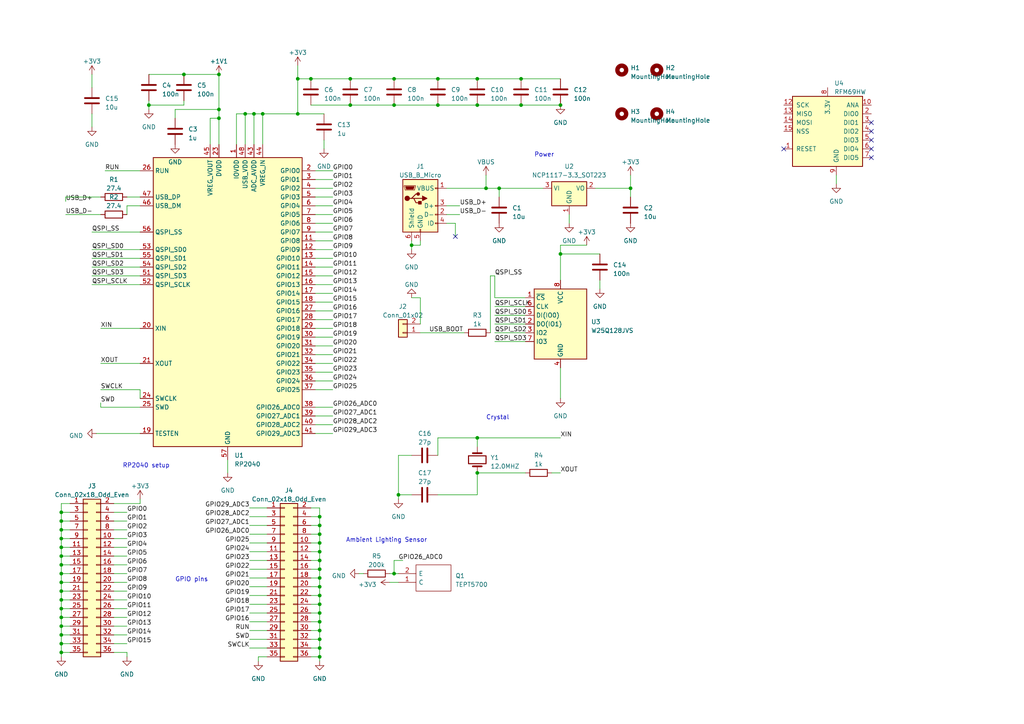
<source format=kicad_sch>
(kicad_sch (version 20230121) (generator eeschema)

  (uuid ea1798a8-1b12-4943-8697-4ffff365acbb)

  (paper "A4")

  (lib_symbols
    (symbol "Connector:USB_B_Micro" (pin_names (offset 1.016)) (in_bom yes) (on_board yes)
      (property "Reference" "J" (at -5.08 11.43 0)
        (effects (font (size 1.27 1.27)) (justify left))
      )
      (property "Value" "USB_B_Micro" (at -5.08 8.89 0)
        (effects (font (size 1.27 1.27)) (justify left))
      )
      (property "Footprint" "" (at 3.81 -1.27 0)
        (effects (font (size 1.27 1.27)) hide)
      )
      (property "Datasheet" "~" (at 3.81 -1.27 0)
        (effects (font (size 1.27 1.27)) hide)
      )
      (property "ki_keywords" "connector USB micro" (at 0 0 0)
        (effects (font (size 1.27 1.27)) hide)
      )
      (property "ki_description" "USB Micro Type B connector" (at 0 0 0)
        (effects (font (size 1.27 1.27)) hide)
      )
      (property "ki_fp_filters" "USB*" (at 0 0 0)
        (effects (font (size 1.27 1.27)) hide)
      )
      (symbol "USB_B_Micro_0_1"
        (rectangle (start -5.08 -7.62) (end 5.08 7.62)
          (stroke (width 0.254) (type default))
          (fill (type background))
        )
        (circle (center -3.81 2.159) (radius 0.635)
          (stroke (width 0.254) (type default))
          (fill (type outline))
        )
        (circle (center -0.635 3.429) (radius 0.381)
          (stroke (width 0.254) (type default))
          (fill (type outline))
        )
        (rectangle (start -0.127 -7.62) (end 0.127 -6.858)
          (stroke (width 0) (type default))
          (fill (type none))
        )
        (polyline
          (pts
            (xy -1.905 2.159)
            (xy 0.635 2.159)
          )
          (stroke (width 0.254) (type default))
          (fill (type none))
        )
        (polyline
          (pts
            (xy -3.175 2.159)
            (xy -2.54 2.159)
            (xy -1.27 3.429)
            (xy -0.635 3.429)
          )
          (stroke (width 0.254) (type default))
          (fill (type none))
        )
        (polyline
          (pts
            (xy -2.54 2.159)
            (xy -1.905 2.159)
            (xy -1.27 0.889)
            (xy 0 0.889)
          )
          (stroke (width 0.254) (type default))
          (fill (type none))
        )
        (polyline
          (pts
            (xy 0.635 2.794)
            (xy 0.635 1.524)
            (xy 1.905 2.159)
            (xy 0.635 2.794)
          )
          (stroke (width 0.254) (type default))
          (fill (type outline))
        )
        (polyline
          (pts
            (xy -4.318 5.588)
            (xy -1.778 5.588)
            (xy -2.032 4.826)
            (xy -4.064 4.826)
            (xy -4.318 5.588)
          )
          (stroke (width 0) (type default))
          (fill (type outline))
        )
        (polyline
          (pts
            (xy -4.699 5.842)
            (xy -4.699 5.588)
            (xy -4.445 4.826)
            (xy -4.445 4.572)
            (xy -1.651 4.572)
            (xy -1.651 4.826)
            (xy -1.397 5.588)
            (xy -1.397 5.842)
            (xy -4.699 5.842)
          )
          (stroke (width 0) (type default))
          (fill (type none))
        )
        (rectangle (start 0.254 1.27) (end -0.508 0.508)
          (stroke (width 0.254) (type default))
          (fill (type outline))
        )
        (rectangle (start 5.08 -5.207) (end 4.318 -4.953)
          (stroke (width 0) (type default))
          (fill (type none))
        )
        (rectangle (start 5.08 -2.667) (end 4.318 -2.413)
          (stroke (width 0) (type default))
          (fill (type none))
        )
        (rectangle (start 5.08 -0.127) (end 4.318 0.127)
          (stroke (width 0) (type default))
          (fill (type none))
        )
        (rectangle (start 5.08 4.953) (end 4.318 5.207)
          (stroke (width 0) (type default))
          (fill (type none))
        )
      )
      (symbol "USB_B_Micro_1_1"
        (pin power_out line (at 7.62 5.08 180) (length 2.54)
          (name "VBUS" (effects (font (size 1.27 1.27))))
          (number "1" (effects (font (size 1.27 1.27))))
        )
        (pin bidirectional line (at 7.62 -2.54 180) (length 2.54)
          (name "D-" (effects (font (size 1.27 1.27))))
          (number "2" (effects (font (size 1.27 1.27))))
        )
        (pin bidirectional line (at 7.62 0 180) (length 2.54)
          (name "D+" (effects (font (size 1.27 1.27))))
          (number "3" (effects (font (size 1.27 1.27))))
        )
        (pin passive line (at 7.62 -5.08 180) (length 2.54)
          (name "ID" (effects (font (size 1.27 1.27))))
          (number "4" (effects (font (size 1.27 1.27))))
        )
        (pin power_out line (at 0 -10.16 90) (length 2.54)
          (name "GND" (effects (font (size 1.27 1.27))))
          (number "5" (effects (font (size 1.27 1.27))))
        )
        (pin passive line (at -2.54 -10.16 90) (length 2.54)
          (name "Shield" (effects (font (size 1.27 1.27))))
          (number "6" (effects (font (size 1.27 1.27))))
        )
      )
    )
    (symbol "Connector_Generic:Conn_01x02" (pin_names (offset 1.016) hide) (in_bom yes) (on_board yes)
      (property "Reference" "J" (at 0 2.54 0)
        (effects (font (size 1.27 1.27)))
      )
      (property "Value" "Conn_01x02" (at 0 -5.08 0)
        (effects (font (size 1.27 1.27)))
      )
      (property "Footprint" "" (at 0 0 0)
        (effects (font (size 1.27 1.27)) hide)
      )
      (property "Datasheet" "~" (at 0 0 0)
        (effects (font (size 1.27 1.27)) hide)
      )
      (property "ki_keywords" "connector" (at 0 0 0)
        (effects (font (size 1.27 1.27)) hide)
      )
      (property "ki_description" "Generic connector, single row, 01x02, script generated (kicad-library-utils/schlib/autogen/connector/)" (at 0 0 0)
        (effects (font (size 1.27 1.27)) hide)
      )
      (property "ki_fp_filters" "Connector*:*_1x??_*" (at 0 0 0)
        (effects (font (size 1.27 1.27)) hide)
      )
      (symbol "Conn_01x02_1_1"
        (rectangle (start -1.27 -2.413) (end 0 -2.667)
          (stroke (width 0.1524) (type default))
          (fill (type none))
        )
        (rectangle (start -1.27 0.127) (end 0 -0.127)
          (stroke (width 0.1524) (type default))
          (fill (type none))
        )
        (rectangle (start -1.27 1.27) (end 1.27 -3.81)
          (stroke (width 0.254) (type default))
          (fill (type background))
        )
        (pin passive line (at -5.08 0 0) (length 3.81)
          (name "Pin_1" (effects (font (size 1.27 1.27))))
          (number "1" (effects (font (size 1.27 1.27))))
        )
        (pin passive line (at -5.08 -2.54 0) (length 3.81)
          (name "Pin_2" (effects (font (size 1.27 1.27))))
          (number "2" (effects (font (size 1.27 1.27))))
        )
      )
    )
    (symbol "Connector_Generic:Conn_02x18_Odd_Even" (pin_names (offset 1.016) hide) (in_bom yes) (on_board yes)
      (property "Reference" "J" (at 1.27 22.86 0)
        (effects (font (size 1.27 1.27)))
      )
      (property "Value" "Conn_02x18_Odd_Even" (at 1.27 -25.4 0)
        (effects (font (size 1.27 1.27)))
      )
      (property "Footprint" "" (at 0 0 0)
        (effects (font (size 1.27 1.27)) hide)
      )
      (property "Datasheet" "~" (at 0 0 0)
        (effects (font (size 1.27 1.27)) hide)
      )
      (property "ki_keywords" "connector" (at 0 0 0)
        (effects (font (size 1.27 1.27)) hide)
      )
      (property "ki_description" "Generic connector, double row, 02x18, odd/even pin numbering scheme (row 1 odd numbers, row 2 even numbers), script generated (kicad-library-utils/schlib/autogen/connector/)" (at 0 0 0)
        (effects (font (size 1.27 1.27)) hide)
      )
      (property "ki_fp_filters" "Connector*:*_2x??_*" (at 0 0 0)
        (effects (font (size 1.27 1.27)) hide)
      )
      (symbol "Conn_02x18_Odd_Even_1_1"
        (rectangle (start -1.27 -22.733) (end 0 -22.987)
          (stroke (width 0.1524) (type default))
          (fill (type none))
        )
        (rectangle (start -1.27 -20.193) (end 0 -20.447)
          (stroke (width 0.1524) (type default))
          (fill (type none))
        )
        (rectangle (start -1.27 -17.653) (end 0 -17.907)
          (stroke (width 0.1524) (type default))
          (fill (type none))
        )
        (rectangle (start -1.27 -15.113) (end 0 -15.367)
          (stroke (width 0.1524) (type default))
          (fill (type none))
        )
        (rectangle (start -1.27 -12.573) (end 0 -12.827)
          (stroke (width 0.1524) (type default))
          (fill (type none))
        )
        (rectangle (start -1.27 -10.033) (end 0 -10.287)
          (stroke (width 0.1524) (type default))
          (fill (type none))
        )
        (rectangle (start -1.27 -7.493) (end 0 -7.747)
          (stroke (width 0.1524) (type default))
          (fill (type none))
        )
        (rectangle (start -1.27 -4.953) (end 0 -5.207)
          (stroke (width 0.1524) (type default))
          (fill (type none))
        )
        (rectangle (start -1.27 -2.413) (end 0 -2.667)
          (stroke (width 0.1524) (type default))
          (fill (type none))
        )
        (rectangle (start -1.27 0.127) (end 0 -0.127)
          (stroke (width 0.1524) (type default))
          (fill (type none))
        )
        (rectangle (start -1.27 2.667) (end 0 2.413)
          (stroke (width 0.1524) (type default))
          (fill (type none))
        )
        (rectangle (start -1.27 5.207) (end 0 4.953)
          (stroke (width 0.1524) (type default))
          (fill (type none))
        )
        (rectangle (start -1.27 7.747) (end 0 7.493)
          (stroke (width 0.1524) (type default))
          (fill (type none))
        )
        (rectangle (start -1.27 10.287) (end 0 10.033)
          (stroke (width 0.1524) (type default))
          (fill (type none))
        )
        (rectangle (start -1.27 12.827) (end 0 12.573)
          (stroke (width 0.1524) (type default))
          (fill (type none))
        )
        (rectangle (start -1.27 15.367) (end 0 15.113)
          (stroke (width 0.1524) (type default))
          (fill (type none))
        )
        (rectangle (start -1.27 17.907) (end 0 17.653)
          (stroke (width 0.1524) (type default))
          (fill (type none))
        )
        (rectangle (start -1.27 20.447) (end 0 20.193)
          (stroke (width 0.1524) (type default))
          (fill (type none))
        )
        (rectangle (start -1.27 21.59) (end 3.81 -24.13)
          (stroke (width 0.254) (type default))
          (fill (type background))
        )
        (rectangle (start 3.81 -22.733) (end 2.54 -22.987)
          (stroke (width 0.1524) (type default))
          (fill (type none))
        )
        (rectangle (start 3.81 -20.193) (end 2.54 -20.447)
          (stroke (width 0.1524) (type default))
          (fill (type none))
        )
        (rectangle (start 3.81 -17.653) (end 2.54 -17.907)
          (stroke (width 0.1524) (type default))
          (fill (type none))
        )
        (rectangle (start 3.81 -15.113) (end 2.54 -15.367)
          (stroke (width 0.1524) (type default))
          (fill (type none))
        )
        (rectangle (start 3.81 -12.573) (end 2.54 -12.827)
          (stroke (width 0.1524) (type default))
          (fill (type none))
        )
        (rectangle (start 3.81 -10.033) (end 2.54 -10.287)
          (stroke (width 0.1524) (type default))
          (fill (type none))
        )
        (rectangle (start 3.81 -7.493) (end 2.54 -7.747)
          (stroke (width 0.1524) (type default))
          (fill (type none))
        )
        (rectangle (start 3.81 -4.953) (end 2.54 -5.207)
          (stroke (width 0.1524) (type default))
          (fill (type none))
        )
        (rectangle (start 3.81 -2.413) (end 2.54 -2.667)
          (stroke (width 0.1524) (type default))
          (fill (type none))
        )
        (rectangle (start 3.81 0.127) (end 2.54 -0.127)
          (stroke (width 0.1524) (type default))
          (fill (type none))
        )
        (rectangle (start 3.81 2.667) (end 2.54 2.413)
          (stroke (width 0.1524) (type default))
          (fill (type none))
        )
        (rectangle (start 3.81 5.207) (end 2.54 4.953)
          (stroke (width 0.1524) (type default))
          (fill (type none))
        )
        (rectangle (start 3.81 7.747) (end 2.54 7.493)
          (stroke (width 0.1524) (type default))
          (fill (type none))
        )
        (rectangle (start 3.81 10.287) (end 2.54 10.033)
          (stroke (width 0.1524) (type default))
          (fill (type none))
        )
        (rectangle (start 3.81 12.827) (end 2.54 12.573)
          (stroke (width 0.1524) (type default))
          (fill (type none))
        )
        (rectangle (start 3.81 15.367) (end 2.54 15.113)
          (stroke (width 0.1524) (type default))
          (fill (type none))
        )
        (rectangle (start 3.81 17.907) (end 2.54 17.653)
          (stroke (width 0.1524) (type default))
          (fill (type none))
        )
        (rectangle (start 3.81 20.447) (end 2.54 20.193)
          (stroke (width 0.1524) (type default))
          (fill (type none))
        )
        (pin passive line (at -5.08 20.32 0) (length 3.81)
          (name "Pin_1" (effects (font (size 1.27 1.27))))
          (number "1" (effects (font (size 1.27 1.27))))
        )
        (pin passive line (at 7.62 10.16 180) (length 3.81)
          (name "Pin_10" (effects (font (size 1.27 1.27))))
          (number "10" (effects (font (size 1.27 1.27))))
        )
        (pin passive line (at -5.08 7.62 0) (length 3.81)
          (name "Pin_11" (effects (font (size 1.27 1.27))))
          (number "11" (effects (font (size 1.27 1.27))))
        )
        (pin passive line (at 7.62 7.62 180) (length 3.81)
          (name "Pin_12" (effects (font (size 1.27 1.27))))
          (number "12" (effects (font (size 1.27 1.27))))
        )
        (pin passive line (at -5.08 5.08 0) (length 3.81)
          (name "Pin_13" (effects (font (size 1.27 1.27))))
          (number "13" (effects (font (size 1.27 1.27))))
        )
        (pin passive line (at 7.62 5.08 180) (length 3.81)
          (name "Pin_14" (effects (font (size 1.27 1.27))))
          (number "14" (effects (font (size 1.27 1.27))))
        )
        (pin passive line (at -5.08 2.54 0) (length 3.81)
          (name "Pin_15" (effects (font (size 1.27 1.27))))
          (number "15" (effects (font (size 1.27 1.27))))
        )
        (pin passive line (at 7.62 2.54 180) (length 3.81)
          (name "Pin_16" (effects (font (size 1.27 1.27))))
          (number "16" (effects (font (size 1.27 1.27))))
        )
        (pin passive line (at -5.08 0 0) (length 3.81)
          (name "Pin_17" (effects (font (size 1.27 1.27))))
          (number "17" (effects (font (size 1.27 1.27))))
        )
        (pin passive line (at 7.62 0 180) (length 3.81)
          (name "Pin_18" (effects (font (size 1.27 1.27))))
          (number "18" (effects (font (size 1.27 1.27))))
        )
        (pin passive line (at -5.08 -2.54 0) (length 3.81)
          (name "Pin_19" (effects (font (size 1.27 1.27))))
          (number "19" (effects (font (size 1.27 1.27))))
        )
        (pin passive line (at 7.62 20.32 180) (length 3.81)
          (name "Pin_2" (effects (font (size 1.27 1.27))))
          (number "2" (effects (font (size 1.27 1.27))))
        )
        (pin passive line (at 7.62 -2.54 180) (length 3.81)
          (name "Pin_20" (effects (font (size 1.27 1.27))))
          (number "20" (effects (font (size 1.27 1.27))))
        )
        (pin passive line (at -5.08 -5.08 0) (length 3.81)
          (name "Pin_21" (effects (font (size 1.27 1.27))))
          (number "21" (effects (font (size 1.27 1.27))))
        )
        (pin passive line (at 7.62 -5.08 180) (length 3.81)
          (name "Pin_22" (effects (font (size 1.27 1.27))))
          (number "22" (effects (font (size 1.27 1.27))))
        )
        (pin passive line (at -5.08 -7.62 0) (length 3.81)
          (name "Pin_23" (effects (font (size 1.27 1.27))))
          (number "23" (effects (font (size 1.27 1.27))))
        )
        (pin passive line (at 7.62 -7.62 180) (length 3.81)
          (name "Pin_24" (effects (font (size 1.27 1.27))))
          (number "24" (effects (font (size 1.27 1.27))))
        )
        (pin passive line (at -5.08 -10.16 0) (length 3.81)
          (name "Pin_25" (effects (font (size 1.27 1.27))))
          (number "25" (effects (font (size 1.27 1.27))))
        )
        (pin passive line (at 7.62 -10.16 180) (length 3.81)
          (name "Pin_26" (effects (font (size 1.27 1.27))))
          (number "26" (effects (font (size 1.27 1.27))))
        )
        (pin passive line (at -5.08 -12.7 0) (length 3.81)
          (name "Pin_27" (effects (font (size 1.27 1.27))))
          (number "27" (effects (font (size 1.27 1.27))))
        )
        (pin passive line (at 7.62 -12.7 180) (length 3.81)
          (name "Pin_28" (effects (font (size 1.27 1.27))))
          (number "28" (effects (font (size 1.27 1.27))))
        )
        (pin passive line (at -5.08 -15.24 0) (length 3.81)
          (name "Pin_29" (effects (font (size 1.27 1.27))))
          (number "29" (effects (font (size 1.27 1.27))))
        )
        (pin passive line (at -5.08 17.78 0) (length 3.81)
          (name "Pin_3" (effects (font (size 1.27 1.27))))
          (number "3" (effects (font (size 1.27 1.27))))
        )
        (pin passive line (at 7.62 -15.24 180) (length 3.81)
          (name "Pin_30" (effects (font (size 1.27 1.27))))
          (number "30" (effects (font (size 1.27 1.27))))
        )
        (pin passive line (at -5.08 -17.78 0) (length 3.81)
          (name "Pin_31" (effects (font (size 1.27 1.27))))
          (number "31" (effects (font (size 1.27 1.27))))
        )
        (pin passive line (at 7.62 -17.78 180) (length 3.81)
          (name "Pin_32" (effects (font (size 1.27 1.27))))
          (number "32" (effects (font (size 1.27 1.27))))
        )
        (pin passive line (at -5.08 -20.32 0) (length 3.81)
          (name "Pin_33" (effects (font (size 1.27 1.27))))
          (number "33" (effects (font (size 1.27 1.27))))
        )
        (pin passive line (at 7.62 -20.32 180) (length 3.81)
          (name "Pin_34" (effects (font (size 1.27 1.27))))
          (number "34" (effects (font (size 1.27 1.27))))
        )
        (pin passive line (at -5.08 -22.86 0) (length 3.81)
          (name "Pin_35" (effects (font (size 1.27 1.27))))
          (number "35" (effects (font (size 1.27 1.27))))
        )
        (pin passive line (at 7.62 -22.86 180) (length 3.81)
          (name "Pin_36" (effects (font (size 1.27 1.27))))
          (number "36" (effects (font (size 1.27 1.27))))
        )
        (pin passive line (at 7.62 17.78 180) (length 3.81)
          (name "Pin_4" (effects (font (size 1.27 1.27))))
          (number "4" (effects (font (size 1.27 1.27))))
        )
        (pin passive line (at -5.08 15.24 0) (length 3.81)
          (name "Pin_5" (effects (font (size 1.27 1.27))))
          (number "5" (effects (font (size 1.27 1.27))))
        )
        (pin passive line (at 7.62 15.24 180) (length 3.81)
          (name "Pin_6" (effects (font (size 1.27 1.27))))
          (number "6" (effects (font (size 1.27 1.27))))
        )
        (pin passive line (at -5.08 12.7 0) (length 3.81)
          (name "Pin_7" (effects (font (size 1.27 1.27))))
          (number "7" (effects (font (size 1.27 1.27))))
        )
        (pin passive line (at 7.62 12.7 180) (length 3.81)
          (name "Pin_8" (effects (font (size 1.27 1.27))))
          (number "8" (effects (font (size 1.27 1.27))))
        )
        (pin passive line (at -5.08 10.16 0) (length 3.81)
          (name "Pin_9" (effects (font (size 1.27 1.27))))
          (number "9" (effects (font (size 1.27 1.27))))
        )
      )
    )
    (symbol "Device:C" (pin_numbers hide) (pin_names (offset 0.254)) (in_bom yes) (on_board yes)
      (property "Reference" "C" (at 0.635 2.54 0)
        (effects (font (size 1.27 1.27)) (justify left))
      )
      (property "Value" "C" (at 0.635 -2.54 0)
        (effects (font (size 1.27 1.27)) (justify left))
      )
      (property "Footprint" "" (at 0.9652 -3.81 0)
        (effects (font (size 1.27 1.27)) hide)
      )
      (property "Datasheet" "~" (at 0 0 0)
        (effects (font (size 1.27 1.27)) hide)
      )
      (property "ki_keywords" "cap capacitor" (at 0 0 0)
        (effects (font (size 1.27 1.27)) hide)
      )
      (property "ki_description" "Unpolarized capacitor" (at 0 0 0)
        (effects (font (size 1.27 1.27)) hide)
      )
      (property "ki_fp_filters" "C_*" (at 0 0 0)
        (effects (font (size 1.27 1.27)) hide)
      )
      (symbol "C_0_1"
        (polyline
          (pts
            (xy -2.032 -0.762)
            (xy 2.032 -0.762)
          )
          (stroke (width 0.508) (type default))
          (fill (type none))
        )
        (polyline
          (pts
            (xy -2.032 0.762)
            (xy 2.032 0.762)
          )
          (stroke (width 0.508) (type default))
          (fill (type none))
        )
      )
      (symbol "C_1_1"
        (pin passive line (at 0 3.81 270) (length 2.794)
          (name "~" (effects (font (size 1.27 1.27))))
          (number "1" (effects (font (size 1.27 1.27))))
        )
        (pin passive line (at 0 -3.81 90) (length 2.794)
          (name "~" (effects (font (size 1.27 1.27))))
          (number "2" (effects (font (size 1.27 1.27))))
        )
      )
    )
    (symbol "Device:Crystal" (pin_numbers hide) (pin_names (offset 1.016) hide) (in_bom yes) (on_board yes)
      (property "Reference" "Y" (at 0 3.81 0)
        (effects (font (size 1.27 1.27)))
      )
      (property "Value" "Crystal" (at 0 -3.81 0)
        (effects (font (size 1.27 1.27)))
      )
      (property "Footprint" "" (at 0 0 0)
        (effects (font (size 1.27 1.27)) hide)
      )
      (property "Datasheet" "~" (at 0 0 0)
        (effects (font (size 1.27 1.27)) hide)
      )
      (property "ki_keywords" "quartz ceramic resonator oscillator" (at 0 0 0)
        (effects (font (size 1.27 1.27)) hide)
      )
      (property "ki_description" "Two pin crystal" (at 0 0 0)
        (effects (font (size 1.27 1.27)) hide)
      )
      (property "ki_fp_filters" "Crystal*" (at 0 0 0)
        (effects (font (size 1.27 1.27)) hide)
      )
      (symbol "Crystal_0_1"
        (rectangle (start -1.143 2.54) (end 1.143 -2.54)
          (stroke (width 0.3048) (type default))
          (fill (type none))
        )
        (polyline
          (pts
            (xy -2.54 0)
            (xy -1.905 0)
          )
          (stroke (width 0) (type default))
          (fill (type none))
        )
        (polyline
          (pts
            (xy -1.905 -1.27)
            (xy -1.905 1.27)
          )
          (stroke (width 0.508) (type default))
          (fill (type none))
        )
        (polyline
          (pts
            (xy 1.905 -1.27)
            (xy 1.905 1.27)
          )
          (stroke (width 0.508) (type default))
          (fill (type none))
        )
        (polyline
          (pts
            (xy 2.54 0)
            (xy 1.905 0)
          )
          (stroke (width 0) (type default))
          (fill (type none))
        )
      )
      (symbol "Crystal_1_1"
        (pin passive line (at -3.81 0 0) (length 1.27)
          (name "1" (effects (font (size 1.27 1.27))))
          (number "1" (effects (font (size 1.27 1.27))))
        )
        (pin passive line (at 3.81 0 180) (length 1.27)
          (name "2" (effects (font (size 1.27 1.27))))
          (number "2" (effects (font (size 1.27 1.27))))
        )
      )
    )
    (symbol "Device:R" (pin_numbers hide) (pin_names (offset 0)) (in_bom yes) (on_board yes)
      (property "Reference" "R" (at 2.032 0 90)
        (effects (font (size 1.27 1.27)))
      )
      (property "Value" "R" (at 0 0 90)
        (effects (font (size 1.27 1.27)))
      )
      (property "Footprint" "" (at -1.778 0 90)
        (effects (font (size 1.27 1.27)) hide)
      )
      (property "Datasheet" "~" (at 0 0 0)
        (effects (font (size 1.27 1.27)) hide)
      )
      (property "ki_keywords" "R res resistor" (at 0 0 0)
        (effects (font (size 1.27 1.27)) hide)
      )
      (property "ki_description" "Resistor" (at 0 0 0)
        (effects (font (size 1.27 1.27)) hide)
      )
      (property "ki_fp_filters" "R_*" (at 0 0 0)
        (effects (font (size 1.27 1.27)) hide)
      )
      (symbol "R_0_1"
        (rectangle (start -1.016 -2.54) (end 1.016 2.54)
          (stroke (width 0.254) (type default))
          (fill (type none))
        )
      )
      (symbol "R_1_1"
        (pin passive line (at 0 3.81 270) (length 1.27)
          (name "~" (effects (font (size 1.27 1.27))))
          (number "1" (effects (font (size 1.27 1.27))))
        )
        (pin passive line (at 0 -3.81 90) (length 1.27)
          (name "~" (effects (font (size 1.27 1.27))))
          (number "2" (effects (font (size 1.27 1.27))))
        )
      )
    )
    (symbol "MCU_RaspberryPi:RP2040" (in_bom yes) (on_board yes)
      (property "Reference" "U" (at 17.78 45.72 0)
        (effects (font (size 1.27 1.27)))
      )
      (property "Value" "RP2040" (at 17.78 43.18 0)
        (effects (font (size 1.27 1.27)))
      )
      (property "Footprint" "Package_DFN_QFN:QFN-56-1EP_7x7mm_P0.4mm_EP3.2x3.2mm" (at 0 0 0)
        (effects (font (size 1.27 1.27)) hide)
      )
      (property "Datasheet" "https://datasheets.raspberrypi.com/rp2040/rp2040-datasheet.pdf" (at 0 0 0)
        (effects (font (size 1.27 1.27)) hide)
      )
      (property "ki_keywords" "RP2040 ARM Cortex-M0+ USB" (at 0 0 0)
        (effects (font (size 1.27 1.27)) hide)
      )
      (property "ki_description" "A microcontroller by Raspberry Pi" (at 0 0 0)
        (effects (font (size 1.27 1.27)) hide)
      )
      (property "ki_fp_filters" "QFN*1EP*7x7mm?P0.4mm*" (at 0 0 0)
        (effects (font (size 1.27 1.27)) hide)
      )
      (symbol "RP2040_0_1"
        (rectangle (start -21.59 41.91) (end 21.59 -41.91)
          (stroke (width 0.254) (type default))
          (fill (type background))
        )
      )
      (symbol "RP2040_1_1"
        (pin power_in line (at 2.54 45.72 270) (length 3.81)
          (name "IOVDD" (effects (font (size 1.27 1.27))))
          (number "1" (effects (font (size 1.27 1.27))))
        )
        (pin passive line (at 2.54 45.72 270) (length 3.81) hide
          (name "IOVDD" (effects (font (size 1.27 1.27))))
          (number "10" (effects (font (size 1.27 1.27))))
        )
        (pin bidirectional line (at 25.4 17.78 180) (length 3.81)
          (name "GPIO8" (effects (font (size 1.27 1.27))))
          (number "11" (effects (font (size 1.27 1.27))))
        )
        (pin bidirectional line (at 25.4 15.24 180) (length 3.81)
          (name "GPIO9" (effects (font (size 1.27 1.27))))
          (number "12" (effects (font (size 1.27 1.27))))
        )
        (pin bidirectional line (at 25.4 12.7 180) (length 3.81)
          (name "GPIO10" (effects (font (size 1.27 1.27))))
          (number "13" (effects (font (size 1.27 1.27))))
        )
        (pin bidirectional line (at 25.4 10.16 180) (length 3.81)
          (name "GPIO11" (effects (font (size 1.27 1.27))))
          (number "14" (effects (font (size 1.27 1.27))))
        )
        (pin bidirectional line (at 25.4 7.62 180) (length 3.81)
          (name "GPIO12" (effects (font (size 1.27 1.27))))
          (number "15" (effects (font (size 1.27 1.27))))
        )
        (pin bidirectional line (at 25.4 5.08 180) (length 3.81)
          (name "GPIO13" (effects (font (size 1.27 1.27))))
          (number "16" (effects (font (size 1.27 1.27))))
        )
        (pin bidirectional line (at 25.4 2.54 180) (length 3.81)
          (name "GPIO14" (effects (font (size 1.27 1.27))))
          (number "17" (effects (font (size 1.27 1.27))))
        )
        (pin bidirectional line (at 25.4 0 180) (length 3.81)
          (name "GPIO15" (effects (font (size 1.27 1.27))))
          (number "18" (effects (font (size 1.27 1.27))))
        )
        (pin input line (at -25.4 -38.1 0) (length 3.81)
          (name "TESTEN" (effects (font (size 1.27 1.27))))
          (number "19" (effects (font (size 1.27 1.27))))
        )
        (pin bidirectional line (at 25.4 38.1 180) (length 3.81)
          (name "GPIO0" (effects (font (size 1.27 1.27))))
          (number "2" (effects (font (size 1.27 1.27))))
        )
        (pin input line (at -25.4 -7.62 0) (length 3.81)
          (name "XIN" (effects (font (size 1.27 1.27))))
          (number "20" (effects (font (size 1.27 1.27))))
        )
        (pin passive line (at -25.4 -17.78 0) (length 3.81)
          (name "XOUT" (effects (font (size 1.27 1.27))))
          (number "21" (effects (font (size 1.27 1.27))))
        )
        (pin passive line (at 2.54 45.72 270) (length 3.81) hide
          (name "IOVDD" (effects (font (size 1.27 1.27))))
          (number "22" (effects (font (size 1.27 1.27))))
        )
        (pin power_in line (at -2.54 45.72 270) (length 3.81)
          (name "DVDD" (effects (font (size 1.27 1.27))))
          (number "23" (effects (font (size 1.27 1.27))))
        )
        (pin output line (at -25.4 -27.94 0) (length 3.81)
          (name "SWCLK" (effects (font (size 1.27 1.27))))
          (number "24" (effects (font (size 1.27 1.27))))
        )
        (pin bidirectional line (at -25.4 -30.48 0) (length 3.81)
          (name "SWD" (effects (font (size 1.27 1.27))))
          (number "25" (effects (font (size 1.27 1.27))))
        )
        (pin input line (at -25.4 38.1 0) (length 3.81)
          (name "RUN" (effects (font (size 1.27 1.27))))
          (number "26" (effects (font (size 1.27 1.27))))
        )
        (pin bidirectional line (at 25.4 -2.54 180) (length 3.81)
          (name "GPIO16" (effects (font (size 1.27 1.27))))
          (number "27" (effects (font (size 1.27 1.27))))
        )
        (pin bidirectional line (at 25.4 -5.08 180) (length 3.81)
          (name "GPIO17" (effects (font (size 1.27 1.27))))
          (number "28" (effects (font (size 1.27 1.27))))
        )
        (pin bidirectional line (at 25.4 -7.62 180) (length 3.81)
          (name "GPIO18" (effects (font (size 1.27 1.27))))
          (number "29" (effects (font (size 1.27 1.27))))
        )
        (pin bidirectional line (at 25.4 35.56 180) (length 3.81)
          (name "GPIO1" (effects (font (size 1.27 1.27))))
          (number "3" (effects (font (size 1.27 1.27))))
        )
        (pin bidirectional line (at 25.4 -10.16 180) (length 3.81)
          (name "GPIO19" (effects (font (size 1.27 1.27))))
          (number "30" (effects (font (size 1.27 1.27))))
        )
        (pin bidirectional line (at 25.4 -12.7 180) (length 3.81)
          (name "GPIO20" (effects (font (size 1.27 1.27))))
          (number "31" (effects (font (size 1.27 1.27))))
        )
        (pin bidirectional line (at 25.4 -15.24 180) (length 3.81)
          (name "GPIO21" (effects (font (size 1.27 1.27))))
          (number "32" (effects (font (size 1.27 1.27))))
        )
        (pin passive line (at 2.54 45.72 270) (length 3.81) hide
          (name "IOVDD" (effects (font (size 1.27 1.27))))
          (number "33" (effects (font (size 1.27 1.27))))
        )
        (pin bidirectional line (at 25.4 -17.78 180) (length 3.81)
          (name "GPIO22" (effects (font (size 1.27 1.27))))
          (number "34" (effects (font (size 1.27 1.27))))
        )
        (pin bidirectional line (at 25.4 -20.32 180) (length 3.81)
          (name "GPIO23" (effects (font (size 1.27 1.27))))
          (number "35" (effects (font (size 1.27 1.27))))
        )
        (pin bidirectional line (at 25.4 -22.86 180) (length 3.81)
          (name "GPIO24" (effects (font (size 1.27 1.27))))
          (number "36" (effects (font (size 1.27 1.27))))
        )
        (pin bidirectional line (at 25.4 -25.4 180) (length 3.81)
          (name "GPIO25" (effects (font (size 1.27 1.27))))
          (number "37" (effects (font (size 1.27 1.27))))
        )
        (pin bidirectional line (at 25.4 -30.48 180) (length 3.81)
          (name "GPIO26_ADC0" (effects (font (size 1.27 1.27))))
          (number "38" (effects (font (size 1.27 1.27))))
        )
        (pin bidirectional line (at 25.4 -33.02 180) (length 3.81)
          (name "GPIO27_ADC1" (effects (font (size 1.27 1.27))))
          (number "39" (effects (font (size 1.27 1.27))))
        )
        (pin bidirectional line (at 25.4 33.02 180) (length 3.81)
          (name "GPIO2" (effects (font (size 1.27 1.27))))
          (number "4" (effects (font (size 1.27 1.27))))
        )
        (pin bidirectional line (at 25.4 -35.56 180) (length 3.81)
          (name "GPIO28_ADC2" (effects (font (size 1.27 1.27))))
          (number "40" (effects (font (size 1.27 1.27))))
        )
        (pin bidirectional line (at 25.4 -38.1 180) (length 3.81)
          (name "GPIO29_ADC3" (effects (font (size 1.27 1.27))))
          (number "41" (effects (font (size 1.27 1.27))))
        )
        (pin passive line (at 2.54 45.72 270) (length 3.81) hide
          (name "IOVDD" (effects (font (size 1.27 1.27))))
          (number "42" (effects (font (size 1.27 1.27))))
        )
        (pin power_in line (at 7.62 45.72 270) (length 3.81)
          (name "ADC_AVDD" (effects (font (size 1.27 1.27))))
          (number "43" (effects (font (size 1.27 1.27))))
        )
        (pin power_in line (at 10.16 45.72 270) (length 3.81)
          (name "VREG_IN" (effects (font (size 1.27 1.27))))
          (number "44" (effects (font (size 1.27 1.27))))
        )
        (pin power_out line (at -5.08 45.72 270) (length 3.81)
          (name "VREG_VOUT" (effects (font (size 1.27 1.27))))
          (number "45" (effects (font (size 1.27 1.27))))
        )
        (pin bidirectional line (at -25.4 27.94 0) (length 3.81)
          (name "USB_DM" (effects (font (size 1.27 1.27))))
          (number "46" (effects (font (size 1.27 1.27))))
        )
        (pin bidirectional line (at -25.4 30.48 0) (length 3.81)
          (name "USB_DP" (effects (font (size 1.27 1.27))))
          (number "47" (effects (font (size 1.27 1.27))))
        )
        (pin power_in line (at 5.08 45.72 270) (length 3.81)
          (name "USB_VDD" (effects (font (size 1.27 1.27))))
          (number "48" (effects (font (size 1.27 1.27))))
        )
        (pin passive line (at 2.54 45.72 270) (length 3.81) hide
          (name "IOVDD" (effects (font (size 1.27 1.27))))
          (number "49" (effects (font (size 1.27 1.27))))
        )
        (pin bidirectional line (at 25.4 30.48 180) (length 3.81)
          (name "GPIO3" (effects (font (size 1.27 1.27))))
          (number "5" (effects (font (size 1.27 1.27))))
        )
        (pin passive line (at -2.54 45.72 270) (length 3.81) hide
          (name "DVDD" (effects (font (size 1.27 1.27))))
          (number "50" (effects (font (size 1.27 1.27))))
        )
        (pin bidirectional line (at -25.4 7.62 0) (length 3.81)
          (name "QSPI_SD3" (effects (font (size 1.27 1.27))))
          (number "51" (effects (font (size 1.27 1.27))))
        )
        (pin output line (at -25.4 5.08 0) (length 3.81)
          (name "QSPI_SCLK" (effects (font (size 1.27 1.27))))
          (number "52" (effects (font (size 1.27 1.27))))
        )
        (pin bidirectional line (at -25.4 15.24 0) (length 3.81)
          (name "QSPI_SD0" (effects (font (size 1.27 1.27))))
          (number "53" (effects (font (size 1.27 1.27))))
        )
        (pin bidirectional line (at -25.4 10.16 0) (length 3.81)
          (name "QSPI_SD2" (effects (font (size 1.27 1.27))))
          (number "54" (effects (font (size 1.27 1.27))))
        )
        (pin bidirectional line (at -25.4 12.7 0) (length 3.81)
          (name "QSPI_SD1" (effects (font (size 1.27 1.27))))
          (number "55" (effects (font (size 1.27 1.27))))
        )
        (pin bidirectional line (at -25.4 20.32 0) (length 3.81)
          (name "QSPI_SS" (effects (font (size 1.27 1.27))))
          (number "56" (effects (font (size 1.27 1.27))))
        )
        (pin power_in line (at 0 -45.72 90) (length 3.81)
          (name "GND" (effects (font (size 1.27 1.27))))
          (number "57" (effects (font (size 1.27 1.27))))
        )
        (pin bidirectional line (at 25.4 27.94 180) (length 3.81)
          (name "GPIO4" (effects (font (size 1.27 1.27))))
          (number "6" (effects (font (size 1.27 1.27))))
        )
        (pin bidirectional line (at 25.4 25.4 180) (length 3.81)
          (name "GPIO5" (effects (font (size 1.27 1.27))))
          (number "7" (effects (font (size 1.27 1.27))))
        )
        (pin bidirectional line (at 25.4 22.86 180) (length 3.81)
          (name "GPIO6" (effects (font (size 1.27 1.27))))
          (number "8" (effects (font (size 1.27 1.27))))
        )
        (pin bidirectional line (at 25.4 20.32 180) (length 3.81)
          (name "GPIO7" (effects (font (size 1.27 1.27))))
          (number "9" (effects (font (size 1.27 1.27))))
        )
      )
    )
    (symbol "Mechanical:MountingHole" (pin_names (offset 1.016)) (in_bom yes) (on_board yes)
      (property "Reference" "H" (at 0 5.08 0)
        (effects (font (size 1.27 1.27)))
      )
      (property "Value" "MountingHole" (at 0 3.175 0)
        (effects (font (size 1.27 1.27)))
      )
      (property "Footprint" "" (at 0 0 0)
        (effects (font (size 1.27 1.27)) hide)
      )
      (property "Datasheet" "~" (at 0 0 0)
        (effects (font (size 1.27 1.27)) hide)
      )
      (property "ki_keywords" "mounting hole" (at 0 0 0)
        (effects (font (size 1.27 1.27)) hide)
      )
      (property "ki_description" "Mounting Hole without connection" (at 0 0 0)
        (effects (font (size 1.27 1.27)) hide)
      )
      (property "ki_fp_filters" "MountingHole*" (at 0 0 0)
        (effects (font (size 1.27 1.27)) hide)
      )
      (symbol "MountingHole_0_1"
        (circle (center 0 0) (radius 1.27)
          (stroke (width 1.27) (type default))
          (fill (type none))
        )
      )
    )
    (symbol "Memory_Flash:W25Q128JVS" (in_bom yes) (on_board yes)
      (property "Reference" "U" (at -8.89 8.89 0)
        (effects (font (size 1.27 1.27)))
      )
      (property "Value" "W25Q128JVS" (at 7.62 8.89 0)
        (effects (font (size 1.27 1.27)))
      )
      (property "Footprint" "Package_SO:SOIC-8_5.23x5.23mm_P1.27mm" (at 0 0 0)
        (effects (font (size 1.27 1.27)) hide)
      )
      (property "Datasheet" "http://www.winbond.com/resource-files/w25q128jv_dtr%20revc%2003272018%20plus.pdf" (at 0 0 0)
        (effects (font (size 1.27 1.27)) hide)
      )
      (property "ki_keywords" "flash memory SPI QPI DTR" (at 0 0 0)
        (effects (font (size 1.27 1.27)) hide)
      )
      (property "ki_description" "128Mb Serial Flash Memory, Standard/Dual/Quad SPI, SOIC-8" (at 0 0 0)
        (effects (font (size 1.27 1.27)) hide)
      )
      (property "ki_fp_filters" "SOIC*5.23x5.23mm*P1.27mm*" (at 0 0 0)
        (effects (font (size 1.27 1.27)) hide)
      )
      (symbol "W25Q128JVS_0_1"
        (rectangle (start -7.62 10.16) (end 7.62 -10.16)
          (stroke (width 0.254) (type default))
          (fill (type background))
        )
      )
      (symbol "W25Q128JVS_1_1"
        (pin input line (at -10.16 7.62 0) (length 2.54)
          (name "~{CS}" (effects (font (size 1.27 1.27))))
          (number "1" (effects (font (size 1.27 1.27))))
        )
        (pin bidirectional line (at -10.16 0 0) (length 2.54)
          (name "DO(IO1)" (effects (font (size 1.27 1.27))))
          (number "2" (effects (font (size 1.27 1.27))))
        )
        (pin bidirectional line (at -10.16 -2.54 0) (length 2.54)
          (name "IO2" (effects (font (size 1.27 1.27))))
          (number "3" (effects (font (size 1.27 1.27))))
        )
        (pin power_in line (at 0 -12.7 90) (length 2.54)
          (name "GND" (effects (font (size 1.27 1.27))))
          (number "4" (effects (font (size 1.27 1.27))))
        )
        (pin bidirectional line (at -10.16 2.54 0) (length 2.54)
          (name "DI(IO0)" (effects (font (size 1.27 1.27))))
          (number "5" (effects (font (size 1.27 1.27))))
        )
        (pin input line (at -10.16 5.08 0) (length 2.54)
          (name "CLK" (effects (font (size 1.27 1.27))))
          (number "6" (effects (font (size 1.27 1.27))))
        )
        (pin bidirectional line (at -10.16 -5.08 0) (length 2.54)
          (name "IO3" (effects (font (size 1.27 1.27))))
          (number "7" (effects (font (size 1.27 1.27))))
        )
        (pin power_in line (at 0 12.7 270) (length 2.54)
          (name "VCC" (effects (font (size 1.27 1.27))))
          (number "8" (effects (font (size 1.27 1.27))))
        )
      )
    )
    (symbol "RF_Module:RFM69HW" (pin_names (offset 1.016)) (in_bom yes) (on_board yes)
      (property "Reference" "U" (at -3.81 11.43 0)
        (effects (font (size 1.27 1.27)))
      )
      (property "Value" "RFM69HW" (at -7.62 13.97 0)
        (effects (font (size 1.27 1.27)))
      )
      (property "Footprint" "RF_Module:HOPERF_RFM69HW" (at 0 -15.24 0)
        (effects (font (size 1.27 1.27)) hide)
      )
      (property "Datasheet" "https://www.hoperf.com/data/upload/portal/20181127/5bfcbb56f1fd7.pdf" (at 0 -7.62 0)
        (effects (font (size 1.27 1.27)) hide)
      )
      (property "ki_keywords" "Radio ISM Transceiver Module AES" (at 0 0 0)
        (effects (font (size 1.27 1.27)) hide)
      )
      (property "ki_description" "ISM Radio Transceiver Module, SPI interface" (at 0 0 0)
        (effects (font (size 1.27 1.27)) hide)
      )
      (property "ki_fp_filters" "HOPERF*RFM69HW*" (at 0 0 0)
        (effects (font (size 1.27 1.27)) hide)
      )
      (symbol "RFM69HW_0_1"
        (rectangle (start -10.16 10.16) (end 10.16 -10.16)
          (stroke (width 0.254) (type default))
          (fill (type background))
        )
      )
      (symbol "RFM69HW_1_1"
        (pin input line (at -12.7 -5.08 0) (length 2.54)
          (name "RESET" (effects (font (size 1.27 1.27))))
          (number "1" (effects (font (size 1.27 1.27))))
        )
        (pin output line (at 12.7 7.62 180) (length 2.54)
          (name "ANA" (effects (font (size 1.27 1.27))))
          (number "10" (effects (font (size 1.27 1.27))))
        )
        (pin passive line (at 2.54 -12.7 90) (length 2.54) hide
          (name "GND" (effects (font (size 1.27 1.27))))
          (number "11" (effects (font (size 1.27 1.27))))
        )
        (pin input line (at -12.7 7.62 0) (length 2.54)
          (name "SCK" (effects (font (size 1.27 1.27))))
          (number "12" (effects (font (size 1.27 1.27))))
        )
        (pin output line (at -12.7 5.08 0) (length 2.54)
          (name "MISO" (effects (font (size 1.27 1.27))))
          (number "13" (effects (font (size 1.27 1.27))))
        )
        (pin input line (at -12.7 2.54 0) (length 2.54)
          (name "MOSI" (effects (font (size 1.27 1.27))))
          (number "14" (effects (font (size 1.27 1.27))))
        )
        (pin input line (at -12.7 0 0) (length 2.54)
          (name "NSS" (effects (font (size 1.27 1.27))))
          (number "15" (effects (font (size 1.27 1.27))))
        )
        (pin no_connect line (at -2.54 -10.16 90) (length 2.54) hide
          (name "NC" (effects (font (size 1.27 1.27))))
          (number "16" (effects (font (size 1.27 1.27))))
        )
        (pin bidirectional line (at 12.7 5.08 180) (length 2.54)
          (name "DIO0" (effects (font (size 1.27 1.27))))
          (number "2" (effects (font (size 1.27 1.27))))
        )
        (pin bidirectional line (at 12.7 2.54 180) (length 2.54)
          (name "DIO1" (effects (font (size 1.27 1.27))))
          (number "3" (effects (font (size 1.27 1.27))))
        )
        (pin bidirectional line (at 12.7 0 180) (length 2.54)
          (name "DIO2" (effects (font (size 1.27 1.27))))
          (number "4" (effects (font (size 1.27 1.27))))
        )
        (pin bidirectional line (at 12.7 -2.54 180) (length 2.54)
          (name "DIO3" (effects (font (size 1.27 1.27))))
          (number "5" (effects (font (size 1.27 1.27))))
        )
        (pin bidirectional line (at 12.7 -5.08 180) (length 2.54)
          (name "DIO4" (effects (font (size 1.27 1.27))))
          (number "6" (effects (font (size 1.27 1.27))))
        )
        (pin bidirectional line (at 12.7 -7.62 180) (length 2.54)
          (name "DIO5" (effects (font (size 1.27 1.27))))
          (number "7" (effects (font (size 1.27 1.27))))
        )
        (pin power_in line (at 0 12.7 270) (length 2.54)
          (name "3.3V" (effects (font (size 1.27 1.27))))
          (number "8" (effects (font (size 1.27 1.27))))
        )
        (pin power_in line (at 2.54 -12.7 90) (length 2.54)
          (name "GND" (effects (font (size 1.27 1.27))))
          (number "9" (effects (font (size 1.27 1.27))))
        )
      )
    )
    (symbol "Regulator_Linear:NCP1117-3.3_SOT223" (in_bom yes) (on_board yes)
      (property "Reference" "U" (at -3.81 3.175 0)
        (effects (font (size 1.27 1.27)))
      )
      (property "Value" "NCP1117-3.3_SOT223" (at 0 3.175 0)
        (effects (font (size 1.27 1.27)) (justify left))
      )
      (property "Footprint" "Package_TO_SOT_SMD:SOT-223-3_TabPin2" (at 0 5.08 0)
        (effects (font (size 1.27 1.27)) hide)
      )
      (property "Datasheet" "http://www.onsemi.com/pub_link/Collateral/NCP1117-D.PDF" (at 2.54 -6.35 0)
        (effects (font (size 1.27 1.27)) hide)
      )
      (property "ki_keywords" "REGULATOR LDO 3.3V" (at 0 0 0)
        (effects (font (size 1.27 1.27)) hide)
      )
      (property "ki_description" "1A Low drop-out regulator, Fixed Output 3.3V, SOT-223" (at 0 0 0)
        (effects (font (size 1.27 1.27)) hide)
      )
      (property "ki_fp_filters" "SOT?223*TabPin2*" (at 0 0 0)
        (effects (font (size 1.27 1.27)) hide)
      )
      (symbol "NCP1117-3.3_SOT223_0_1"
        (rectangle (start -5.08 -5.08) (end 5.08 1.905)
          (stroke (width 0.254) (type default))
          (fill (type background))
        )
      )
      (symbol "NCP1117-3.3_SOT223_1_1"
        (pin power_in line (at 0 -7.62 90) (length 2.54)
          (name "GND" (effects (font (size 1.27 1.27))))
          (number "1" (effects (font (size 1.27 1.27))))
        )
        (pin power_out line (at 7.62 0 180) (length 2.54)
          (name "VO" (effects (font (size 1.27 1.27))))
          (number "2" (effects (font (size 1.27 1.27))))
        )
        (pin power_in line (at -7.62 0 0) (length 2.54)
          (name "VI" (effects (font (size 1.27 1.27))))
          (number "3" (effects (font (size 1.27 1.27))))
        )
      )
    )
    (symbol "SamacSys_Parts:TEPT5700" (pin_names (offset 0.762)) (in_bom yes) (on_board yes)
      (property "Reference" "Q" (at 16.51 7.62 0)
        (effects (font (size 1.27 1.27)) (justify left))
      )
      (property "Value" "TEPT5700" (at 16.51 5.08 0)
        (effects (font (size 1.27 1.27)) (justify left))
      )
      (property "Footprint" "TEPT5700" (at 16.51 2.54 0)
        (effects (font (size 1.27 1.27)) (justify left) hide)
      )
      (property "Datasheet" "https://www.vishay.com/docs/81321/tept5700.pdf" (at 16.51 0 0)
        (effects (font (size 1.27 1.27)) (justify left) hide)
      )
      (property "Description" "Ambient Phototransistor 5mm, 570nm Vishay TEPT5700 110  IR + Visible Light Phototransistor, Through Hole 2-Pin 5mm (T-1 3/4) package" (at 16.51 -2.54 0)
        (effects (font (size 1.27 1.27)) (justify left) hide)
      )
      (property "Height" "5.5" (at 16.51 -5.08 0)
        (effects (font (size 1.27 1.27)) (justify left) hide)
      )
      (property "Mouser Part Number" "782-TEPT5700" (at 16.51 -7.62 0)
        (effects (font (size 1.27 1.27)) (justify left) hide)
      )
      (property "Mouser Price/Stock" "https://www.mouser.co.uk/ProductDetail/Vishay-Semiconductors/TEPT5700?qs=HsFHTXumnCQ4E1AA5%2F9r8Q%3D%3D" (at 16.51 -10.16 0)
        (effects (font (size 1.27 1.27)) (justify left) hide)
      )
      (property "Manufacturer_Name" "Vishay" (at 16.51 -12.7 0)
        (effects (font (size 1.27 1.27)) (justify left) hide)
      )
      (property "Manufacturer_Part_Number" "TEPT5700" (at 16.51 -15.24 0)
        (effects (font (size 1.27 1.27)) (justify left) hide)
      )
      (property "ki_description" "Ambient Phototransistor 5mm, 570nm Vishay TEPT5700 110  IR + Visible Light Phototransistor, Through Hole 2-Pin 5mm (T-1 3/4) package" (at 0 0 0)
        (effects (font (size 1.27 1.27)) hide)
      )
      (symbol "TEPT5700_0_0"
        (pin passive line (at 0 -2.54 0) (length 5.08)
          (name "C" (effects (font (size 1.27 1.27))))
          (number "1" (effects (font (size 1.27 1.27))))
        )
        (pin passive line (at 0 0 0) (length 5.08)
          (name "E" (effects (font (size 1.27 1.27))))
          (number "2" (effects (font (size 1.27 1.27))))
        )
      )
      (symbol "TEPT5700_0_1"
        (polyline
          (pts
            (xy 5.08 2.54)
            (xy 15.24 2.54)
            (xy 15.24 -5.08)
            (xy 5.08 -5.08)
            (xy 5.08 2.54)
          )
          (stroke (width 0.1524) (type solid))
          (fill (type none))
        )
      )
    )
    (symbol "power:+1V1" (power) (pin_names (offset 0)) (in_bom yes) (on_board yes)
      (property "Reference" "#PWR" (at 0 -3.81 0)
        (effects (font (size 1.27 1.27)) hide)
      )
      (property "Value" "+1V1" (at 0 3.556 0)
        (effects (font (size 1.27 1.27)))
      )
      (property "Footprint" "" (at 0 0 0)
        (effects (font (size 1.27 1.27)) hide)
      )
      (property "Datasheet" "" (at 0 0 0)
        (effects (font (size 1.27 1.27)) hide)
      )
      (property "ki_keywords" "global power" (at 0 0 0)
        (effects (font (size 1.27 1.27)) hide)
      )
      (property "ki_description" "Power symbol creates a global label with name \"+1V1\"" (at 0 0 0)
        (effects (font (size 1.27 1.27)) hide)
      )
      (symbol "+1V1_0_1"
        (polyline
          (pts
            (xy -0.762 1.27)
            (xy 0 2.54)
          )
          (stroke (width 0) (type default))
          (fill (type none))
        )
        (polyline
          (pts
            (xy 0 0)
            (xy 0 2.54)
          )
          (stroke (width 0) (type default))
          (fill (type none))
        )
        (polyline
          (pts
            (xy 0 2.54)
            (xy 0.762 1.27)
          )
          (stroke (width 0) (type default))
          (fill (type none))
        )
      )
      (symbol "+1V1_1_1"
        (pin power_in line (at 0 0 90) (length 0) hide
          (name "+1V1" (effects (font (size 1.27 1.27))))
          (number "1" (effects (font (size 1.27 1.27))))
        )
      )
    )
    (symbol "power:+3V3" (power) (pin_names (offset 0)) (in_bom yes) (on_board yes)
      (property "Reference" "#PWR" (at 0 -3.81 0)
        (effects (font (size 1.27 1.27)) hide)
      )
      (property "Value" "+3V3" (at 0 3.556 0)
        (effects (font (size 1.27 1.27)))
      )
      (property "Footprint" "" (at 0 0 0)
        (effects (font (size 1.27 1.27)) hide)
      )
      (property "Datasheet" "" (at 0 0 0)
        (effects (font (size 1.27 1.27)) hide)
      )
      (property "ki_keywords" "global power" (at 0 0 0)
        (effects (font (size 1.27 1.27)) hide)
      )
      (property "ki_description" "Power symbol creates a global label with name \"+3V3\"" (at 0 0 0)
        (effects (font (size 1.27 1.27)) hide)
      )
      (symbol "+3V3_0_1"
        (polyline
          (pts
            (xy -0.762 1.27)
            (xy 0 2.54)
          )
          (stroke (width 0) (type default))
          (fill (type none))
        )
        (polyline
          (pts
            (xy 0 0)
            (xy 0 2.54)
          )
          (stroke (width 0) (type default))
          (fill (type none))
        )
        (polyline
          (pts
            (xy 0 2.54)
            (xy 0.762 1.27)
          )
          (stroke (width 0) (type default))
          (fill (type none))
        )
      )
      (symbol "+3V3_1_1"
        (pin power_in line (at 0 0 90) (length 0) hide
          (name "+3V3" (effects (font (size 1.27 1.27))))
          (number "1" (effects (font (size 1.27 1.27))))
        )
      )
    )
    (symbol "power:GND" (power) (pin_names (offset 0)) (in_bom yes) (on_board yes)
      (property "Reference" "#PWR" (at 0 -6.35 0)
        (effects (font (size 1.27 1.27)) hide)
      )
      (property "Value" "GND" (at 0 -3.81 0)
        (effects (font (size 1.27 1.27)))
      )
      (property "Footprint" "" (at 0 0 0)
        (effects (font (size 1.27 1.27)) hide)
      )
      (property "Datasheet" "" (at 0 0 0)
        (effects (font (size 1.27 1.27)) hide)
      )
      (property "ki_keywords" "global power" (at 0 0 0)
        (effects (font (size 1.27 1.27)) hide)
      )
      (property "ki_description" "Power symbol creates a global label with name \"GND\" , ground" (at 0 0 0)
        (effects (font (size 1.27 1.27)) hide)
      )
      (symbol "GND_0_1"
        (polyline
          (pts
            (xy 0 0)
            (xy 0 -1.27)
            (xy 1.27 -1.27)
            (xy 0 -2.54)
            (xy -1.27 -1.27)
            (xy 0 -1.27)
          )
          (stroke (width 0) (type default))
          (fill (type none))
        )
      )
      (symbol "GND_1_1"
        (pin power_in line (at 0 0 270) (length 0) hide
          (name "GND" (effects (font (size 1.27 1.27))))
          (number "1" (effects (font (size 1.27 1.27))))
        )
      )
    )
    (symbol "power:VBUS" (power) (pin_names (offset 0)) (in_bom yes) (on_board yes)
      (property "Reference" "#PWR" (at 0 -3.81 0)
        (effects (font (size 1.27 1.27)) hide)
      )
      (property "Value" "VBUS" (at 0 3.81 0)
        (effects (font (size 1.27 1.27)))
      )
      (property "Footprint" "" (at 0 0 0)
        (effects (font (size 1.27 1.27)) hide)
      )
      (property "Datasheet" "" (at 0 0 0)
        (effects (font (size 1.27 1.27)) hide)
      )
      (property "ki_keywords" "global power" (at 0 0 0)
        (effects (font (size 1.27 1.27)) hide)
      )
      (property "ki_description" "Power symbol creates a global label with name \"VBUS\"" (at 0 0 0)
        (effects (font (size 1.27 1.27)) hide)
      )
      (symbol "VBUS_0_1"
        (polyline
          (pts
            (xy -0.762 1.27)
            (xy 0 2.54)
          )
          (stroke (width 0) (type default))
          (fill (type none))
        )
        (polyline
          (pts
            (xy 0 0)
            (xy 0 2.54)
          )
          (stroke (width 0) (type default))
          (fill (type none))
        )
        (polyline
          (pts
            (xy 0 2.54)
            (xy 0.762 1.27)
          )
          (stroke (width 0) (type default))
          (fill (type none))
        )
      )
      (symbol "VBUS_1_1"
        (pin power_in line (at 0 0 90) (length 0) hide
          (name "VBUS" (effects (font (size 1.27 1.27))))
          (number "1" (effects (font (size 1.27 1.27))))
        )
      )
    )
  )

  (junction (at 162.56 30.48) (diameter 0) (color 0 0 0 0)
    (uuid 066925b7-d48a-471a-b95c-ffa4755b1d45)
  )
  (junction (at 114.3 30.48) (diameter 0) (color 0 0 0 0)
    (uuid 086206f3-b032-4440-b0d6-afc7cef83660)
  )
  (junction (at 92.71 170.18) (diameter 0) (color 0 0 0 0)
    (uuid 0c8439d3-2825-428f-a289-ab72b0000c0b)
  )
  (junction (at 73.66 33.02) (diameter 0) (color 0 0 0 0)
    (uuid 0df13a64-6e26-4278-bde5-c412e4a9a505)
  )
  (junction (at 144.78 54.61) (diameter 0) (color 0 0 0 0)
    (uuid 103761da-474d-48f5-adbb-d7bf8814083c)
  )
  (junction (at 53.34 21.59) (diameter 0) (color 0 0 0 0)
    (uuid 1bf3e519-89a2-40ad-9dff-b763003aa816)
  )
  (junction (at 17.78 171.45) (diameter 0) (color 0 0 0 0)
    (uuid 23eef596-ba10-4929-ac0b-cc1bab87dedd)
  )
  (junction (at 101.6 30.48) (diameter 0) (color 0 0 0 0)
    (uuid 25aad69d-74a6-4d83-872a-4918c6feb427)
  )
  (junction (at 140.97 54.61) (diameter 0) (color 0 0 0 0)
    (uuid 2ed18a1f-147e-4960-87b2-8bf0bc598502)
  )
  (junction (at 76.2 33.02) (diameter 0) (color 0 0 0 0)
    (uuid 2fcf628c-b439-489d-a240-305e87b987f9)
  )
  (junction (at 92.71 162.56) (diameter 0) (color 0 0 0 0)
    (uuid 37a9b923-9e10-4410-bdad-316c1702305e)
  )
  (junction (at 138.43 137.16) (diameter 0) (color 0 0 0 0)
    (uuid 3ce61ad0-c502-47ca-a0b0-a7a4290e196d)
  )
  (junction (at 115.57 143.51) (diameter 0) (color 0 0 0 0)
    (uuid 3e81fcf2-805d-4c3b-aea0-d122ea68a76a)
  )
  (junction (at 92.71 165.1) (diameter 0) (color 0 0 0 0)
    (uuid 4428dc84-8cd9-47f3-9c1d-bf963d0bdbb8)
  )
  (junction (at 86.36 22.86) (diameter 0) (color 0 0 0 0)
    (uuid 457d50f9-256c-40a7-a9c7-83a1ff7dd97b)
  )
  (junction (at 92.71 185.42) (diameter 0) (color 0 0 0 0)
    (uuid 4719400f-5aa0-4dd4-8eb1-9b5e052cfb97)
  )
  (junction (at 119.38 71.12) (diameter 0) (color 0 0 0 0)
    (uuid 48959b51-96d5-41c2-b193-e041294a503c)
  )
  (junction (at 92.71 175.26) (diameter 0) (color 0 0 0 0)
    (uuid 4aa853fb-0770-4d32-bc91-682ca009677f)
  )
  (junction (at 138.43 30.48) (diameter 0) (color 0 0 0 0)
    (uuid 50a94600-4176-40a2-9a2b-6638bd46cd96)
  )
  (junction (at 92.71 172.72) (diameter 0) (color 0 0 0 0)
    (uuid 52ef7211-50ca-472c-b06d-8a22619231e5)
  )
  (junction (at 92.71 177.8) (diameter 0) (color 0 0 0 0)
    (uuid 5c4cb1b3-ea52-4c06-922f-5ef83ad5333d)
  )
  (junction (at 101.6 22.86) (diameter 0) (color 0 0 0 0)
    (uuid 5deb3071-d9a6-4ac0-ad13-3b31f5a9f745)
  )
  (junction (at 17.78 163.83) (diameter 0) (color 0 0 0 0)
    (uuid 63abf478-7d67-44fe-8bc3-6fbe4fd059f0)
  )
  (junction (at 17.78 189.23) (diameter 0) (color 0 0 0 0)
    (uuid 651cf7db-fafa-469e-addb-86198a8beded)
  )
  (junction (at 17.78 166.37) (diameter 0) (color 0 0 0 0)
    (uuid 66ef75a6-7624-4bb4-b223-a66adc46baed)
  )
  (junction (at 114.3 166.37) (diameter 0) (color 0 0 0 0)
    (uuid 728a3692-12a1-4308-851f-bd21ecc3f7a3)
  )
  (junction (at 17.78 184.15) (diameter 0) (color 0 0 0 0)
    (uuid 793c625d-db09-4165-bdd4-a5e0dbeabba8)
  )
  (junction (at 92.71 182.88) (diameter 0) (color 0 0 0 0)
    (uuid 7b993348-fe46-4c62-b10a-27353cfd4d7c)
  )
  (junction (at 92.71 160.02) (diameter 0) (color 0 0 0 0)
    (uuid 7be461c5-9681-4395-8060-bfc30c1df79d)
  )
  (junction (at 138.43 22.86) (diameter 0) (color 0 0 0 0)
    (uuid 7e8d2130-fc3a-45c8-b1fa-a5d1693c8ee4)
  )
  (junction (at 151.13 30.48) (diameter 0) (color 0 0 0 0)
    (uuid 7f7c6a8a-9304-41d4-8d9e-9a5f1bf2e5c6)
  )
  (junction (at 127 30.48) (diameter 0) (color 0 0 0 0)
    (uuid 81cafc32-6584-41cc-bb09-ae682a00d96c)
  )
  (junction (at 17.78 179.07) (diameter 0) (color 0 0 0 0)
    (uuid 838bcb21-95fc-4a9d-b8b0-267cb6d18c88)
  )
  (junction (at 114.3 22.86) (diameter 0) (color 0 0 0 0)
    (uuid 83911d58-8cca-4074-ac5d-c555472501a1)
  )
  (junction (at 17.78 176.53) (diameter 0) (color 0 0 0 0)
    (uuid 8749a8d6-d6b9-4899-80b2-be6dc8a31eaf)
  )
  (junction (at 92.71 180.34) (diameter 0) (color 0 0 0 0)
    (uuid 94753bf2-ecb9-4a7b-a348-be893821d3cf)
  )
  (junction (at 17.78 153.67) (diameter 0) (color 0 0 0 0)
    (uuid 94f6956a-1556-491b-8941-c48af090e679)
  )
  (junction (at 92.71 157.48) (diameter 0) (color 0 0 0 0)
    (uuid 957a052e-6485-4b54-baef-7fe7af101d55)
  )
  (junction (at 138.43 127) (diameter 0) (color 0 0 0 0)
    (uuid 967232f2-d4a3-45ea-a005-b307d18676f4)
  )
  (junction (at 63.5 31.75) (diameter 0) (color 0 0 0 0)
    (uuid 9b6be8f4-e682-44f5-8827-af84532c86d8)
  )
  (junction (at 63.5 34.29) (diameter 0) (color 0 0 0 0)
    (uuid 9d1ca1bf-71cd-4f9b-8edf-1c9f1d256ee0)
  )
  (junction (at 43.18 30.48) (diameter 0) (color 0 0 0 0)
    (uuid b00e1f3f-f2b9-45e6-a8c6-815a56f37bb5)
  )
  (junction (at 162.56 73.66) (diameter 0) (color 0 0 0 0)
    (uuid b0b24cb7-533d-4523-9c1e-223373aec292)
  )
  (junction (at 92.71 187.96) (diameter 0) (color 0 0 0 0)
    (uuid b11b6ac5-f626-4f3b-9b28-2bfe77da47e6)
  )
  (junction (at 182.88 54.61) (diameter 0) (color 0 0 0 0)
    (uuid b30b22e4-6952-4e27-9dc3-6a95ecd75071)
  )
  (junction (at 17.78 168.91) (diameter 0) (color 0 0 0 0)
    (uuid bbe9735f-910f-4d8a-b16c-9ac2380bf836)
  )
  (junction (at 92.71 190.5) (diameter 0) (color 0 0 0 0)
    (uuid bc4a2f6f-186c-4078-bca1-781f07fbff5c)
  )
  (junction (at 151.13 22.86) (diameter 0) (color 0 0 0 0)
    (uuid bda00682-8de9-478a-b440-43bc32912082)
  )
  (junction (at 17.78 151.13) (diameter 0) (color 0 0 0 0)
    (uuid bdeadddf-e83c-491b-9f89-6437050e161f)
  )
  (junction (at 17.78 161.29) (diameter 0) (color 0 0 0 0)
    (uuid c0c25360-0664-402d-a27a-aad9c256499d)
  )
  (junction (at 127 22.86) (diameter 0) (color 0 0 0 0)
    (uuid c3ddc9c5-6e0e-4df0-890a-c88ab4fc85cb)
  )
  (junction (at 63.5 21.59) (diameter 0) (color 0 0 0 0)
    (uuid d0994c3d-8f4a-4399-840d-9a8e2bf7f6db)
  )
  (junction (at 17.78 186.69) (diameter 0) (color 0 0 0 0)
    (uuid e058253a-9b0b-451f-ab02-49a37fc038a3)
  )
  (junction (at 17.78 156.21) (diameter 0) (color 0 0 0 0)
    (uuid e196632c-f677-41b1-8ffb-3b4e59806f41)
  )
  (junction (at 92.71 149.86) (diameter 0) (color 0 0 0 0)
    (uuid e28d1d72-e4b5-48be-8ced-88de3646c6e3)
  )
  (junction (at 92.71 167.64) (diameter 0) (color 0 0 0 0)
    (uuid e511bb77-0e39-4ace-99c9-9bf9452b9257)
  )
  (junction (at 92.71 152.4) (diameter 0) (color 0 0 0 0)
    (uuid e6dca645-01ff-4ad7-93b4-46457b6dc367)
  )
  (junction (at 17.78 173.99) (diameter 0) (color 0 0 0 0)
    (uuid e72627c4-83cc-4092-b9d7-55d2df7cc4e3)
  )
  (junction (at 17.78 181.61) (diameter 0) (color 0 0 0 0)
    (uuid e80c57ff-ba04-49f6-af89-8df3baa241d6)
  )
  (junction (at 86.36 33.02) (diameter 0) (color 0 0 0 0)
    (uuid e980ef58-a9c3-410f-a181-60d62af61641)
  )
  (junction (at 92.71 154.94) (diameter 0) (color 0 0 0 0)
    (uuid f0a36612-eed0-4dc1-803b-cc9266020352)
  )
  (junction (at 71.12 33.02) (diameter 0) (color 0 0 0 0)
    (uuid f6361832-92b3-4411-9253-98e40c48fd25)
  )
  (junction (at 17.78 148.59) (diameter 0) (color 0 0 0 0)
    (uuid f7a815aa-4f59-4f9e-afbf-6b9b7922eea6)
  )
  (junction (at 17.78 158.75) (diameter 0) (color 0 0 0 0)
    (uuid f8fee9f7-0ce0-4517-8399-c62921ae8814)
  )
  (junction (at 90.17 22.86) (diameter 0) (color 0 0 0 0)
    (uuid fbe122fe-ca6d-4dff-b943-e832d1d72cf6)
  )

  (no_connect (at 227.33 43.18) (uuid 0b5f9476-8c07-4ba9-9b61-bc8e67298f4e))
  (no_connect (at 252.73 40.64) (uuid 0e363013-ac71-4b65-96f6-70239455fbaa))
  (no_connect (at 252.73 45.72) (uuid 229d9089-de4a-4242-b287-05dd6a5d747c))
  (no_connect (at 252.73 38.1) (uuid 521b31a3-b721-47a8-a4f1-c01478b700bb))
  (no_connect (at 252.73 35.56) (uuid 6b56bcbc-9a94-4ea5-95dc-6b3673b83fdc))
  (no_connect (at 132.08 68.58) (uuid 94bca4f2-677a-4776-9a91-90d31669ec4f))
  (no_connect (at 252.73 43.18) (uuid fedc5553-5616-4a43-9ed9-0f91c89d8b20))

  (wire (pts (xy 91.44 90.17) (xy 96.52 90.17))
    (stroke (width 0) (type default))
    (uuid 00285685-86a5-422b-86d2-d9e750673440)
  )
  (wire (pts (xy 119.38 69.85) (xy 119.38 71.12))
    (stroke (width 0) (type default))
    (uuid 01b11008-d821-4809-8010-c4c2446ef837)
  )
  (wire (pts (xy 33.02 186.69) (xy 36.83 186.69))
    (stroke (width 0) (type default))
    (uuid 01f73fda-ee40-4421-a5ca-5061d8420506)
  )
  (wire (pts (xy 71.12 33.02) (xy 73.66 33.02))
    (stroke (width 0) (type default))
    (uuid 01fbb78d-8729-4b44-a2ef-3ce464a99b58)
  )
  (wire (pts (xy 40.64 59.69) (xy 36.83 59.69))
    (stroke (width 0) (type default))
    (uuid 02b2ddea-23fc-4112-b23c-939b46210598)
  )
  (wire (pts (xy 90.17 182.88) (xy 92.71 182.88))
    (stroke (width 0) (type default))
    (uuid 03436866-2263-46af-b6ad-053fbe1b67db)
  )
  (wire (pts (xy 27.94 125.73) (xy 40.64 125.73))
    (stroke (width 0) (type default))
    (uuid 03ea3ea8-61cf-4957-b523-33eb77623243)
  )
  (wire (pts (xy 86.36 19.05) (xy 86.36 22.86))
    (stroke (width 0) (type default))
    (uuid 07d1cc4a-d28b-425b-9da4-3dd7f5dc5ba5)
  )
  (wire (pts (xy 172.72 54.61) (xy 182.88 54.61))
    (stroke (width 0) (type default))
    (uuid 08275fda-018b-4418-85fc-7a4581163576)
  )
  (wire (pts (xy 127 143.51) (xy 138.43 143.51))
    (stroke (width 0) (type default))
    (uuid 08c50440-e467-436a-bb4f-4a5ee099a916)
  )
  (wire (pts (xy 143.51 86.36) (xy 152.4 86.36))
    (stroke (width 0) (type default))
    (uuid 0985e7b8-9342-4de2-b682-b00557c11193)
  )
  (wire (pts (xy 140.97 54.61) (xy 144.78 54.61))
    (stroke (width 0) (type default))
    (uuid 0aeb4f31-8d12-4a79-bb00-a49c12eb1576)
  )
  (wire (pts (xy 119.38 143.51) (xy 115.57 143.51))
    (stroke (width 0) (type default))
    (uuid 0bd86986-1384-4409-8024-6edbcd1fd21d)
  )
  (wire (pts (xy 17.78 173.99) (xy 17.78 176.53))
    (stroke (width 0) (type default))
    (uuid 0c166169-b4b7-4bfc-8377-e58b8d65363c)
  )
  (wire (pts (xy 129.54 62.23) (xy 133.35 62.23))
    (stroke (width 0) (type default))
    (uuid 0c3a6898-ca65-4d4f-9bd5-1fd8379432e6)
  )
  (wire (pts (xy 72.39 165.1) (xy 77.47 165.1))
    (stroke (width 0) (type default))
    (uuid 0c867e00-19c2-4a37-b27f-d954093103e9)
  )
  (wire (pts (xy 144.78 54.61) (xy 144.78 57.15))
    (stroke (width 0) (type default))
    (uuid 10ff6a19-effb-475e-8e91-a0f4e319a9cb)
  )
  (wire (pts (xy 33.02 151.13) (xy 36.83 151.13))
    (stroke (width 0) (type default))
    (uuid 13c91116-1640-408c-bab5-f6d35dc64989)
  )
  (wire (pts (xy 17.78 186.69) (xy 17.78 189.23))
    (stroke (width 0) (type default))
    (uuid 14d35fed-6e30-4622-9680-d420370958fc)
  )
  (wire (pts (xy 53.34 21.59) (xy 63.5 21.59))
    (stroke (width 0) (type default))
    (uuid 153b88c0-0686-4867-bf95-4e9cf6a673ab)
  )
  (wire (pts (xy 91.44 123.19) (xy 96.52 123.19))
    (stroke (width 0) (type default))
    (uuid 15984c70-02c8-4f01-9c5d-6ffc28753e98)
  )
  (wire (pts (xy 143.51 91.44) (xy 152.4 91.44))
    (stroke (width 0) (type default))
    (uuid 1769cd1f-80ca-46f4-a31c-5170fe486b26)
  )
  (wire (pts (xy 33.02 179.07) (xy 36.83 179.07))
    (stroke (width 0) (type default))
    (uuid 17d59c47-fa16-41cb-94ee-819aa1451efc)
  )
  (wire (pts (xy 40.64 146.05) (xy 33.02 146.05))
    (stroke (width 0) (type default))
    (uuid 184b6bfa-f71e-4b3c-a92a-cddad47cc4e1)
  )
  (wire (pts (xy 43.18 21.59) (xy 53.34 21.59))
    (stroke (width 0) (type default))
    (uuid 1a1891ea-23d5-4908-83d9-7641a21e89cf)
  )
  (wire (pts (xy 17.78 190.5) (xy 17.78 189.23))
    (stroke (width 0) (type default))
    (uuid 1ab9a941-e91e-4cf7-bfb7-a1674daf9bcf)
  )
  (wire (pts (xy 17.78 171.45) (xy 20.32 171.45))
    (stroke (width 0) (type default))
    (uuid 1ae07c50-c8fb-481b-8c32-3b992d03b074)
  )
  (wire (pts (xy 92.71 167.64) (xy 92.71 170.18))
    (stroke (width 0) (type default))
    (uuid 1b5f6665-2783-4316-ba7d-2b156ec0a9df)
  )
  (wire (pts (xy 17.78 158.75) (xy 17.78 161.29))
    (stroke (width 0) (type default))
    (uuid 1e9fff17-2a26-4619-b19c-4cde3e60c910)
  )
  (wire (pts (xy 93.98 40.64) (xy 93.98 43.18))
    (stroke (width 0) (type default))
    (uuid 1facd38b-445d-4eed-94c0-6c35cc6a5879)
  )
  (wire (pts (xy 72.39 152.4) (xy 77.47 152.4))
    (stroke (width 0) (type default))
    (uuid 203da14d-ef48-4f8d-86da-ddf62850c8e2)
  )
  (wire (pts (xy 182.88 50.8) (xy 182.88 54.61))
    (stroke (width 0) (type default))
    (uuid 20622c46-2b18-4b2a-9251-cde491b6b34f)
  )
  (wire (pts (xy 91.44 72.39) (xy 96.52 72.39))
    (stroke (width 0) (type default))
    (uuid 209e64e4-7b30-478f-b9d9-166985e59ed3)
  )
  (wire (pts (xy 162.56 106.68) (xy 162.56 115.57))
    (stroke (width 0) (type default))
    (uuid 20c6a9f6-fabc-4fb7-9c77-8d73bea8d3c5)
  )
  (wire (pts (xy 43.18 30.48) (xy 53.34 30.48))
    (stroke (width 0) (type default))
    (uuid 212d6db2-487b-47d0-9c1b-8762c1ca0f0c)
  )
  (wire (pts (xy 127 30.48) (xy 138.43 30.48))
    (stroke (width 0) (type default))
    (uuid 22b60b6b-d9d3-4517-860f-bb337642369b)
  )
  (wire (pts (xy 151.13 22.86) (xy 162.56 22.86))
    (stroke (width 0) (type default))
    (uuid 238fbaaa-8301-4b7b-bd2a-7f7b0b294f97)
  )
  (wire (pts (xy 33.02 189.23) (xy 36.83 189.23))
    (stroke (width 0) (type default))
    (uuid 23bf65b2-10c1-4325-83fd-2408166d6e8e)
  )
  (wire (pts (xy 40.64 144.78) (xy 40.64 146.05))
    (stroke (width 0) (type default))
    (uuid 2416ec4b-56a2-4327-acb1-09579395e8cb)
  )
  (wire (pts (xy 17.78 168.91) (xy 20.32 168.91))
    (stroke (width 0) (type default))
    (uuid 25770d7e-1ae9-460e-9695-473fd80136b4)
  )
  (wire (pts (xy 90.17 170.18) (xy 92.71 170.18))
    (stroke (width 0) (type default))
    (uuid 26438208-8534-4ad4-a848-341b88e6eab6)
  )
  (wire (pts (xy 17.78 158.75) (xy 20.32 158.75))
    (stroke (width 0) (type default))
    (uuid 26656700-c063-4126-85ac-86b9341eeffd)
  )
  (wire (pts (xy 63.5 21.59) (xy 63.5 31.75))
    (stroke (width 0) (type default))
    (uuid 27eb2671-cb7d-4a5d-aa56-4278a7e17698)
  )
  (wire (pts (xy 91.44 87.63) (xy 96.52 87.63))
    (stroke (width 0) (type default))
    (uuid 28142c61-339f-4fe1-ba0a-c388269ce51f)
  )
  (wire (pts (xy 26.67 80.01) (xy 40.64 80.01))
    (stroke (width 0) (type default))
    (uuid 2956da83-c9ff-4c87-96fd-7f9b4966dd34)
  )
  (wire (pts (xy 127 22.86) (xy 138.43 22.86))
    (stroke (width 0) (type default))
    (uuid 2a25e48d-c96b-489f-964a-88dd3d8d340e)
  )
  (wire (pts (xy 17.78 156.21) (xy 17.78 158.75))
    (stroke (width 0) (type default))
    (uuid 2b41e5cc-5f5b-409e-b375-3fb958e75082)
  )
  (wire (pts (xy 91.44 67.31) (xy 96.52 67.31))
    (stroke (width 0) (type default))
    (uuid 2b438931-65f1-4865-adf6-03295cb607cd)
  )
  (wire (pts (xy 90.17 30.48) (xy 101.6 30.48))
    (stroke (width 0) (type default))
    (uuid 2cd0c181-a028-4113-8119-59ff8bfe46b1)
  )
  (wire (pts (xy 140.97 50.8) (xy 140.97 54.61))
    (stroke (width 0) (type default))
    (uuid 30a0e1c6-6f8b-4367-bd93-d9f518681c72)
  )
  (wire (pts (xy 132.08 68.58) (xy 132.08 64.77))
    (stroke (width 0) (type default))
    (uuid 335c66df-923e-4f33-ad65-decd2ef6cbf5)
  )
  (wire (pts (xy 90.17 190.5) (xy 92.71 190.5))
    (stroke (width 0) (type default))
    (uuid 36d20570-53de-4992-8332-dc5c30a8add9)
  )
  (wire (pts (xy 33.02 184.15) (xy 36.83 184.15))
    (stroke (width 0) (type default))
    (uuid 36fbe6b6-015b-4703-b71c-b203891f5537)
  )
  (wire (pts (xy 101.6 30.48) (xy 114.3 30.48))
    (stroke (width 0) (type default))
    (uuid 376903e9-f3f8-4cb2-b900-1c4655101bf9)
  )
  (wire (pts (xy 68.58 41.91) (xy 68.58 33.02))
    (stroke (width 0) (type default))
    (uuid 389dafa0-9008-4b44-a5a5-3f193477f1bf)
  )
  (wire (pts (xy 129.54 59.69) (xy 133.35 59.69))
    (stroke (width 0) (type default))
    (uuid 3a20fd94-b71d-470c-8648-6d72b75a7893)
  )
  (wire (pts (xy 17.78 156.21) (xy 20.32 156.21))
    (stroke (width 0) (type default))
    (uuid 3ba9ac29-ae3d-45dc-8bae-cec2bf107dad)
  )
  (wire (pts (xy 40.64 118.11) (xy 29.21 118.11))
    (stroke (width 0) (type default))
    (uuid 3d31e32f-c4c9-46c1-967c-72adeb729899)
  )
  (wire (pts (xy 91.44 49.53) (xy 96.52 49.53))
    (stroke (width 0) (type default))
    (uuid 3e63f92a-9086-407b-8852-fa97df2c1b19)
  )
  (wire (pts (xy 33.02 163.83) (xy 36.83 163.83))
    (stroke (width 0) (type default))
    (uuid 3e90ab9c-3ac4-4018-aa96-fd6ff7bc1b70)
  )
  (wire (pts (xy 72.39 172.72) (xy 77.47 172.72))
    (stroke (width 0) (type default))
    (uuid 41438db8-fa2e-4d1c-b99c-8a9ec1853180)
  )
  (wire (pts (xy 17.78 166.37) (xy 17.78 168.91))
    (stroke (width 0) (type default))
    (uuid 4188756f-a4e4-4017-864c-1af54b13920c)
  )
  (wire (pts (xy 33.02 156.21) (xy 36.83 156.21))
    (stroke (width 0) (type default))
    (uuid 4208f67f-4dc6-41a1-9456-f67679966dba)
  )
  (wire (pts (xy 162.56 73.66) (xy 162.56 81.28))
    (stroke (width 0) (type default))
    (uuid 42f6f258-958b-405e-84fc-3b326aff6107)
  )
  (wire (pts (xy 91.44 102.87) (xy 96.52 102.87))
    (stroke (width 0) (type default))
    (uuid 430be3ed-ead6-4c77-8d97-54d7b33583c9)
  )
  (wire (pts (xy 92.71 170.18) (xy 92.71 172.72))
    (stroke (width 0) (type default))
    (uuid 44aefcef-f945-40b5-9650-1ad680fb4e00)
  )
  (wire (pts (xy 143.51 88.9) (xy 152.4 88.9))
    (stroke (width 0) (type default))
    (uuid 44c5fe44-dc1a-4a8d-a113-cdae7c055785)
  )
  (wire (pts (xy 91.44 77.47) (xy 96.52 77.47))
    (stroke (width 0) (type default))
    (uuid 457b5461-d1c9-4f72-9a3a-ccc803fbe62c)
  )
  (wire (pts (xy 71.12 33.02) (xy 71.12 41.91))
    (stroke (width 0) (type default))
    (uuid 4845e8f5-e7ef-4482-8619-340421e451dc)
  )
  (wire (pts (xy 92.71 149.86) (xy 92.71 152.4))
    (stroke (width 0) (type default))
    (uuid 4880e77b-9341-454f-bab0-d88c5cb12581)
  )
  (wire (pts (xy 91.44 120.65) (xy 96.52 120.65))
    (stroke (width 0) (type default))
    (uuid 4a3920a4-aa5a-4bcb-b3a8-a840536eb9d0)
  )
  (wire (pts (xy 116.84 162.56) (xy 114.3 162.56))
    (stroke (width 0) (type default))
    (uuid 4b8a8242-bad4-4a21-9b82-35a165ee1f0b)
  )
  (wire (pts (xy 92.71 172.72) (xy 92.71 175.26))
    (stroke (width 0) (type default))
    (uuid 4e30e996-5583-4fa7-bdc5-470455992ebf)
  )
  (wire (pts (xy 170.18 71.12) (xy 162.56 71.12))
    (stroke (width 0) (type default))
    (uuid 4eddea3e-21e4-424e-9661-0697b47e5d9c)
  )
  (wire (pts (xy 142.24 96.52) (xy 142.24 80.01))
    (stroke (width 0) (type default))
    (uuid 503ee948-91e1-472e-abae-488626e7bce6)
  )
  (wire (pts (xy 115.57 143.51) (xy 115.57 144.78))
    (stroke (width 0) (type default))
    (uuid 509a375d-9ce1-467a-89b7-357b1ed69e7d)
  )
  (wire (pts (xy 138.43 22.86) (xy 151.13 22.86))
    (stroke (width 0) (type default))
    (uuid 50e2f5bb-d8c9-4d23-a096-754e896a7686)
  )
  (wire (pts (xy 92.71 182.88) (xy 92.71 185.42))
    (stroke (width 0) (type default))
    (uuid 51c2888e-86fd-42e8-b55b-ea7a187d7b76)
  )
  (wire (pts (xy 160.02 137.16) (xy 162.56 137.16))
    (stroke (width 0) (type default))
    (uuid 523bcb71-dcc1-4431-a14d-5f2930c282c5)
  )
  (wire (pts (xy 33.02 161.29) (xy 36.83 161.29))
    (stroke (width 0) (type default))
    (uuid 5258b6b2-8771-4ebe-bc8d-f61e7bc34df4)
  )
  (wire (pts (xy 36.83 57.15) (xy 40.64 57.15))
    (stroke (width 0) (type default))
    (uuid 529488ac-4c33-41ef-8fcd-8b4d23533ba4)
  )
  (wire (pts (xy 92.71 154.94) (xy 92.71 157.48))
    (stroke (width 0) (type default))
    (uuid 540e1687-2c1c-4659-835a-4dd1ccf96f0e)
  )
  (wire (pts (xy 90.17 160.02) (xy 92.71 160.02))
    (stroke (width 0) (type default))
    (uuid 56688a4a-d861-4509-bca6-6ad4451c0bd2)
  )
  (wire (pts (xy 17.78 146.05) (xy 17.78 148.59))
    (stroke (width 0) (type default))
    (uuid 56f34d75-3b95-459b-9dab-5ba21d90be60)
  )
  (wire (pts (xy 90.17 152.4) (xy 92.71 152.4))
    (stroke (width 0) (type default))
    (uuid 57a52c26-0d9c-4fe7-8e1f-4d1eeb35cd26)
  )
  (wire (pts (xy 17.78 186.69) (xy 20.32 186.69))
    (stroke (width 0) (type default))
    (uuid 57f20184-42b3-4625-b4e2-91b898b1b273)
  )
  (wire (pts (xy 144.78 54.61) (xy 157.48 54.61))
    (stroke (width 0) (type default))
    (uuid 58ccbfce-33f1-470b-94d2-92a3b976e07c)
  )
  (wire (pts (xy 33.02 173.99) (xy 36.83 173.99))
    (stroke (width 0) (type default))
    (uuid 58d28550-b30b-42c3-8900-3598983d3fe3)
  )
  (wire (pts (xy 104.14 166.37) (xy 105.41 166.37))
    (stroke (width 0) (type default))
    (uuid 5df7499d-0c5f-481b-a0c4-969d83c7e897)
  )
  (wire (pts (xy 17.78 176.53) (xy 20.32 176.53))
    (stroke (width 0) (type default))
    (uuid 5f1879a7-2a9b-4640-9750-cf1bde054523)
  )
  (wire (pts (xy 74.93 190.5) (xy 74.93 191.77))
    (stroke (width 0) (type default))
    (uuid 5f630650-0019-4b75-a189-bec405e9d187)
  )
  (wire (pts (xy 17.78 173.99) (xy 20.32 173.99))
    (stroke (width 0) (type default))
    (uuid 5f8de540-e2b1-4abb-bbf3-ef69c7c13d71)
  )
  (wire (pts (xy 17.78 153.67) (xy 17.78 156.21))
    (stroke (width 0) (type default))
    (uuid 5fa2b52e-0dd0-41d0-b3a9-4eee90d909a2)
  )
  (wire (pts (xy 90.17 165.1) (xy 92.71 165.1))
    (stroke (width 0) (type default))
    (uuid 5fa95734-638f-4f67-8798-4e698dd23ecc)
  )
  (wire (pts (xy 86.36 33.02) (xy 93.98 33.02))
    (stroke (width 0) (type default))
    (uuid 646666e0-79f3-4110-b138-f6062857e097)
  )
  (wire (pts (xy 101.6 22.86) (xy 114.3 22.86))
    (stroke (width 0) (type default))
    (uuid 652c6bd0-9b17-4ae9-aba2-834ce5178c46)
  )
  (wire (pts (xy 17.78 163.83) (xy 20.32 163.83))
    (stroke (width 0) (type default))
    (uuid 656ba6da-7175-4b3d-863a-47498afb1272)
  )
  (wire (pts (xy 29.21 95.25) (xy 40.64 95.25))
    (stroke (width 0) (type default))
    (uuid 6604e509-b53a-4753-945b-a9be470f8e4b)
  )
  (wire (pts (xy 60.96 34.29) (xy 60.96 41.91))
    (stroke (width 0) (type default))
    (uuid 6683b72f-e0b2-4977-8260-b6a88bf6c0db)
  )
  (wire (pts (xy 72.39 170.18) (xy 77.47 170.18))
    (stroke (width 0) (type default))
    (uuid 66e4c381-6b00-4797-ba47-0ca315176a8f)
  )
  (wire (pts (xy 142.24 80.01) (xy 143.51 80.01))
    (stroke (width 0) (type default))
    (uuid 672146ec-525e-4c6c-878d-bd3bcfdfb01d)
  )
  (wire (pts (xy 72.39 167.64) (xy 77.47 167.64))
    (stroke (width 0) (type default))
    (uuid 6851d42e-2cad-449e-8c3b-1d0ba6e89de2)
  )
  (wire (pts (xy 151.13 30.48) (xy 162.56 30.48))
    (stroke (width 0) (type default))
    (uuid 69d116e3-b80b-4bfd-a750-de23679797c4)
  )
  (wire (pts (xy 92.71 180.34) (xy 92.71 182.88))
    (stroke (width 0) (type default))
    (uuid 69f9717f-620d-472b-bcc6-10d567bc533e)
  )
  (wire (pts (xy 72.39 149.86) (xy 77.47 149.86))
    (stroke (width 0) (type default))
    (uuid 69faf988-2907-4e33-aff9-d8b12946a48f)
  )
  (wire (pts (xy 92.71 190.5) (xy 92.71 191.77))
    (stroke (width 0) (type default))
    (uuid 6a520ef5-75cd-46db-8628-c710d1e8ce38)
  )
  (wire (pts (xy 138.43 30.48) (xy 151.13 30.48))
    (stroke (width 0) (type default))
    (uuid 6d2fc107-0fae-49da-b2e5-0c113d22da95)
  )
  (wire (pts (xy 91.44 57.15) (xy 96.52 57.15))
    (stroke (width 0) (type default))
    (uuid 6faf2810-1dbd-424d-9e37-0b5f7cdd909b)
  )
  (wire (pts (xy 132.08 64.77) (xy 129.54 64.77))
    (stroke (width 0) (type default))
    (uuid 6fcb999b-9090-43bf-82dd-b6a3d6e3644f)
  )
  (wire (pts (xy 26.67 72.39) (xy 40.64 72.39))
    (stroke (width 0) (type default))
    (uuid 706152fc-a4a2-44c1-bbcc-65bf401e2cc9)
  )
  (wire (pts (xy 115.57 143.51) (xy 115.57 132.08))
    (stroke (width 0) (type default))
    (uuid 71c8f8b5-1095-47f4-bb57-74dfeda7f9d0)
  )
  (wire (pts (xy 162.56 127) (xy 138.43 127))
    (stroke (width 0) (type default))
    (uuid 727d4e20-9b33-4bb1-b252-74373dc278ac)
  )
  (wire (pts (xy 72.39 180.34) (xy 77.47 180.34))
    (stroke (width 0) (type default))
    (uuid 751482b1-e1cd-4b58-b530-41b8691ace4a)
  )
  (wire (pts (xy 17.78 181.61) (xy 20.32 181.61))
    (stroke (width 0) (type default))
    (uuid 751eafdc-bc74-4c21-96f6-6ac00c6b25f6)
  )
  (wire (pts (xy 63.5 34.29) (xy 60.96 34.29))
    (stroke (width 0) (type default))
    (uuid 764d721a-5bb1-4fc6-97df-918345e27d08)
  )
  (wire (pts (xy 86.36 22.86) (xy 86.36 33.02))
    (stroke (width 0) (type default))
    (uuid 765c1a6c-2403-45fe-8d0c-73a8e2df38c8)
  )
  (wire (pts (xy 72.39 157.48) (xy 77.47 157.48))
    (stroke (width 0) (type default))
    (uuid 78251691-5598-443a-9a2e-0f00dade060c)
  )
  (wire (pts (xy 33.02 158.75) (xy 36.83 158.75))
    (stroke (width 0) (type default))
    (uuid 78528a14-3fb7-48a1-acef-430680dea084)
  )
  (wire (pts (xy 72.39 154.94) (xy 77.47 154.94))
    (stroke (width 0) (type default))
    (uuid 79aac7a7-8926-49e8-8895-b94ffcd51289)
  )
  (wire (pts (xy 17.78 148.59) (xy 20.32 148.59))
    (stroke (width 0) (type default))
    (uuid 79ee16ef-e8c2-4c53-99be-236ea092f97a)
  )
  (wire (pts (xy 19.05 57.15) (xy 19.05 58.42))
    (stroke (width 0) (type default))
    (uuid 81198923-cee5-4bcf-bae0-d725ef77f28d)
  )
  (wire (pts (xy 33.02 153.67) (xy 36.83 153.67))
    (stroke (width 0) (type default))
    (uuid 8303effb-b432-4355-8af0-0a500775eb53)
  )
  (wire (pts (xy 90.17 149.86) (xy 92.71 149.86))
    (stroke (width 0) (type default))
    (uuid 84073e99-f0ff-4eb9-9577-66dd01bed1ab)
  )
  (wire (pts (xy 72.39 177.8) (xy 77.47 177.8))
    (stroke (width 0) (type default))
    (uuid 84222c98-fed7-4db8-a185-8bfe80cb6b29)
  )
  (wire (pts (xy 143.51 80.01) (xy 143.51 86.36))
    (stroke (width 0) (type default))
    (uuid 84b49447-9f44-45db-ad4b-4bde49f367fe)
  )
  (wire (pts (xy 138.43 127) (xy 138.43 129.54))
    (stroke (width 0) (type default))
    (uuid 853de8aa-d248-494d-87e5-ff1963fd6a3d)
  )
  (wire (pts (xy 17.78 189.23) (xy 20.32 189.23))
    (stroke (width 0) (type default))
    (uuid 8675858d-5ec9-487b-8d1d-b8b21aa842ef)
  )
  (wire (pts (xy 91.44 107.95) (xy 96.52 107.95))
    (stroke (width 0) (type default))
    (uuid 874b8e76-ccb3-4289-905d-a1d4699b125b)
  )
  (wire (pts (xy 121.92 86.36) (xy 121.92 93.98))
    (stroke (width 0) (type default))
    (uuid 8962bdc3-b4cf-46ab-b8d6-42fc6fc747f3)
  )
  (wire (pts (xy 33.02 181.61) (xy 36.83 181.61))
    (stroke (width 0) (type default))
    (uuid 8ac03b1e-385d-4e27-a5f5-71bd8096013b)
  )
  (wire (pts (xy 63.5 31.75) (xy 63.5 34.29))
    (stroke (width 0) (type default))
    (uuid 8bbf21aa-4889-4dba-bb1f-3f8ed01c1376)
  )
  (wire (pts (xy 63.5 31.75) (xy 50.8 31.75))
    (stroke (width 0) (type default))
    (uuid 8c07d410-21a6-4771-a610-6bbff933bf9a)
  )
  (wire (pts (xy 63.5 34.29) (xy 63.5 41.91))
    (stroke (width 0) (type default))
    (uuid 8e23a5cf-aa2f-4966-b36a-63d6f2603f3e)
  )
  (wire (pts (xy 91.44 105.41) (xy 96.52 105.41))
    (stroke (width 0) (type default))
    (uuid 8ea2d80d-3ead-4e48-8883-64ce9814ed9e)
  )
  (wire (pts (xy 138.43 143.51) (xy 138.43 137.16))
    (stroke (width 0) (type default))
    (uuid 90878ae6-478f-48a7-b03c-ce8d0aecd6e3)
  )
  (wire (pts (xy 143.51 99.06) (xy 152.4 99.06))
    (stroke (width 0) (type default))
    (uuid 91ffd6ba-baa9-48a2-bed0-916ee82bc0bf)
  )
  (wire (pts (xy 92.71 165.1) (xy 92.71 167.64))
    (stroke (width 0) (type default))
    (uuid 92aafe53-30d1-4e8f-bd71-38fee7c2e571)
  )
  (wire (pts (xy 127 127) (xy 138.43 127))
    (stroke (width 0) (type default))
    (uuid 946d69d0-fa4e-48f0-bb89-9a07cbfd77fb)
  )
  (wire (pts (xy 90.17 185.42) (xy 92.71 185.42))
    (stroke (width 0) (type default))
    (uuid 948630fd-7d4a-4942-a90d-ec5d1ec4275b)
  )
  (wire (pts (xy 17.78 184.15) (xy 17.78 186.69))
    (stroke (width 0) (type default))
    (uuid 94b3672d-e814-4ebd-861d-6b6e7dd1b5f7)
  )
  (wire (pts (xy 17.78 168.91) (xy 17.78 171.45))
    (stroke (width 0) (type default))
    (uuid 9564fb46-9f14-4b7f-9258-1abd7cab755d)
  )
  (wire (pts (xy 129.54 54.61) (xy 140.97 54.61))
    (stroke (width 0) (type default))
    (uuid 95bebf93-0a32-4a7f-aba2-4c318b6e4158)
  )
  (wire (pts (xy 92.71 187.96) (xy 92.71 190.5))
    (stroke (width 0) (type default))
    (uuid 95ebea8e-45ca-47d7-a5df-40d1aecdf807)
  )
  (wire (pts (xy 26.67 82.55) (xy 40.64 82.55))
    (stroke (width 0) (type default))
    (uuid 97ef197c-4f31-4f81-9d23-3194dabb84b9)
  )
  (wire (pts (xy 114.3 30.48) (xy 127 30.48))
    (stroke (width 0) (type default))
    (uuid 9a7ace0f-2b42-4070-ae2b-a40ad862ea69)
  )
  (wire (pts (xy 40.64 113.03) (xy 40.64 115.57))
    (stroke (width 0) (type default))
    (uuid 9a7f9374-77c3-4520-9f09-927e49ddf4b4)
  )
  (wire (pts (xy 17.78 153.67) (xy 20.32 153.67))
    (stroke (width 0) (type default))
    (uuid 9b3e09a4-202b-4144-be37-4ef51a727de0)
  )
  (wire (pts (xy 29.21 118.11) (xy 29.21 116.84))
    (stroke (width 0) (type default))
    (uuid 9e31978a-c1a8-4506-9e9d-67a2426d463a)
  )
  (wire (pts (xy 91.44 118.11) (xy 96.52 118.11))
    (stroke (width 0) (type default))
    (uuid 9e50bd1a-bf15-4926-b185-7ee446345412)
  )
  (wire (pts (xy 91.44 85.09) (xy 96.52 85.09))
    (stroke (width 0) (type default))
    (uuid 9f66e8ff-12d8-45e6-bb61-7182f8f9468b)
  )
  (wire (pts (xy 90.17 22.86) (xy 101.6 22.86))
    (stroke (width 0) (type default))
    (uuid 9f95dd98-5297-4bd6-99a1-8b9b4a6c00b4)
  )
  (wire (pts (xy 92.71 147.32) (xy 92.71 149.86))
    (stroke (width 0) (type default))
    (uuid 9fd4596b-b8d5-40ed-acf2-4e5967c3d8b4)
  )
  (wire (pts (xy 91.44 69.85) (xy 96.52 69.85))
    (stroke (width 0) (type default))
    (uuid a0181ace-d72c-41d4-b9ee-a325371bf2b6)
  )
  (wire (pts (xy 90.17 172.72) (xy 92.71 172.72))
    (stroke (width 0) (type default))
    (uuid a0627861-4f46-4607-a81d-db16ed8a6e0b)
  )
  (wire (pts (xy 242.57 50.8) (xy 242.57 53.34))
    (stroke (width 0) (type default))
    (uuid a0ba27c8-9fc2-41e2-8eda-274f26fa9ff9)
  )
  (wire (pts (xy 92.71 185.42) (xy 92.71 187.96))
    (stroke (width 0) (type default))
    (uuid a21c7f45-c6d4-4ad0-acaf-fc7af736d838)
  )
  (wire (pts (xy 53.34 29.21) (xy 53.34 30.48))
    (stroke (width 0) (type default))
    (uuid a25f8cd0-fa04-4979-9137-133bb0145853)
  )
  (wire (pts (xy 72.39 147.32) (xy 77.47 147.32))
    (stroke (width 0) (type default))
    (uuid a2648f3e-8cc0-491b-8afd-608926312c03)
  )
  (wire (pts (xy 36.83 189.23) (xy 36.83 190.5))
    (stroke (width 0) (type default))
    (uuid a43adea4-3bcf-4d9f-85cd-0b92210c7ea5)
  )
  (wire (pts (xy 33.02 168.91) (xy 36.83 168.91))
    (stroke (width 0) (type default))
    (uuid a48592f3-e2fc-44f3-bf76-dfe1fb1cb1ad)
  )
  (wire (pts (xy 90.17 187.96) (xy 92.71 187.96))
    (stroke (width 0) (type default))
    (uuid a4fa6c2c-5120-40ae-95eb-a7cd4881231e)
  )
  (wire (pts (xy 90.17 177.8) (xy 92.71 177.8))
    (stroke (width 0) (type default))
    (uuid a55368a5-aa12-409c-9c40-ee166963806f)
  )
  (wire (pts (xy 68.58 33.02) (xy 71.12 33.02))
    (stroke (width 0) (type default))
    (uuid a69914d9-7e09-463f-8165-874e46a28042)
  )
  (wire (pts (xy 50.8 31.75) (xy 50.8 34.29))
    (stroke (width 0) (type default))
    (uuid a7241a79-3636-490b-81a9-753c7a9a19ca)
  )
  (wire (pts (xy 162.56 73.66) (xy 173.99 73.66))
    (stroke (width 0) (type default))
    (uuid a72b84ff-66ec-437d-afbe-1881d1db88a9)
  )
  (wire (pts (xy 33.02 176.53) (xy 36.83 176.53))
    (stroke (width 0) (type default))
    (uuid a751dac3-7a86-4096-b4f3-46c2b4b38777)
  )
  (wire (pts (xy 33.02 166.37) (xy 36.83 166.37))
    (stroke (width 0) (type default))
    (uuid a88a1bb0-cf09-437c-9ab0-af0f665898f9)
  )
  (wire (pts (xy 19.05 62.23) (xy 29.21 62.23))
    (stroke (width 0) (type default))
    (uuid a9c533d1-aba0-4a12-8f11-ea71ef51487b)
  )
  (wire (pts (xy 173.99 81.28) (xy 173.99 83.82))
    (stroke (width 0) (type default))
    (uuid ab089be9-5a73-4948-9e9e-8d1366b8325a)
  )
  (wire (pts (xy 90.17 147.32) (xy 92.71 147.32))
    (stroke (width 0) (type default))
    (uuid abe5be4d-7f9f-4ab2-a6bf-d297a74a73db)
  )
  (wire (pts (xy 143.51 93.98) (xy 152.4 93.98))
    (stroke (width 0) (type default))
    (uuid ac7e4b99-c834-4e73-ad2f-11b875ef7717)
  )
  (wire (pts (xy 72.39 182.88) (xy 77.47 182.88))
    (stroke (width 0) (type default))
    (uuid accb7d3c-564b-4418-b4cd-7a9c0537f401)
  )
  (wire (pts (xy 91.44 80.01) (xy 96.52 80.01))
    (stroke (width 0) (type default))
    (uuid ace0ef16-254b-4c07-87cb-8f6db2fed495)
  )
  (wire (pts (xy 76.2 33.02) (xy 76.2 41.91))
    (stroke (width 0) (type default))
    (uuid ad9e4354-0d58-40c3-bd12-8f294681fbf9)
  )
  (wire (pts (xy 92.71 177.8) (xy 92.71 180.34))
    (stroke (width 0) (type default))
    (uuid adb6ffda-35b4-4dc3-a2a4-eed9f01f1c30)
  )
  (wire (pts (xy 26.67 33.02) (xy 26.67 36.83))
    (stroke (width 0) (type default))
    (uuid ae7496b1-44df-448b-ba40-00439a23e422)
  )
  (wire (pts (xy 72.39 185.42) (xy 77.47 185.42))
    (stroke (width 0) (type default))
    (uuid afb4f2cd-ae18-4964-a308-ae8e61fc536c)
  )
  (wire (pts (xy 91.44 100.33) (xy 96.52 100.33))
    (stroke (width 0) (type default))
    (uuid b0722dbe-c6fb-4f1d-87d6-8e691d3616a1)
  )
  (wire (pts (xy 92.71 152.4) (xy 92.71 154.94))
    (stroke (width 0) (type default))
    (uuid b13bcc0d-3034-4a8f-925b-a74543fbefc0)
  )
  (wire (pts (xy 91.44 110.49) (xy 96.52 110.49))
    (stroke (width 0) (type default))
    (uuid b18c54d6-315a-4da7-889d-9c061b85d167)
  )
  (wire (pts (xy 17.78 179.07) (xy 17.78 181.61))
    (stroke (width 0) (type default))
    (uuid b30a672c-f557-486d-9922-c56f163df9ab)
  )
  (wire (pts (xy 91.44 54.61) (xy 96.52 54.61))
    (stroke (width 0) (type default))
    (uuid b30e5f87-ffba-4b5e-ad17-1d9fbfc5cae2)
  )
  (wire (pts (xy 33.02 148.59) (xy 36.83 148.59))
    (stroke (width 0) (type default))
    (uuid b31b81a0-b9b4-4417-b475-13ad4c0411ac)
  )
  (wire (pts (xy 143.51 96.52) (xy 152.4 96.52))
    (stroke (width 0) (type default))
    (uuid b347788e-f423-4b60-9e51-00af3c1b508a)
  )
  (wire (pts (xy 26.67 67.31) (xy 40.64 67.31))
    (stroke (width 0) (type default))
    (uuid b46ac167-ea24-4a78-84e8-f27ba67e7789)
  )
  (wire (pts (xy 138.43 137.16) (xy 152.4 137.16))
    (stroke (width 0) (type default))
    (uuid b47ca420-f2c8-46cf-a741-9d21dfebc211)
  )
  (wire (pts (xy 17.78 163.83) (xy 17.78 166.37))
    (stroke (width 0) (type default))
    (uuid b4963a7a-7ad5-418a-8580-3fcfef1b52ba)
  )
  (wire (pts (xy 92.71 160.02) (xy 92.71 162.56))
    (stroke (width 0) (type default))
    (uuid b500fe8f-5e7b-41b8-a880-792f5a09c4e6)
  )
  (wire (pts (xy 20.32 146.05) (xy 17.78 146.05))
    (stroke (width 0) (type default))
    (uuid b63ec2a8-dd0a-41c5-865c-1747b185d53b)
  )
  (wire (pts (xy 114.3 166.37) (xy 115.57 166.37))
    (stroke (width 0) (type default))
    (uuid b8b486cd-cfdc-4a17-bb50-5a4ea6c098e0)
  )
  (wire (pts (xy 17.78 171.45) (xy 17.78 173.99))
    (stroke (width 0) (type default))
    (uuid b8dfa087-7bbd-4224-81d8-914c77aac78a)
  )
  (wire (pts (xy 91.44 92.71) (xy 96.52 92.71))
    (stroke (width 0) (type default))
    (uuid bb6d8d26-0f0b-4425-be02-802967e9a973)
  )
  (wire (pts (xy 17.78 151.13) (xy 20.32 151.13))
    (stroke (width 0) (type default))
    (uuid bbd2d728-4f09-4a47-898c-bf31369f1984)
  )
  (wire (pts (xy 114.3 162.56) (xy 114.3 166.37))
    (stroke (width 0) (type default))
    (uuid bc38a90d-ca6a-4634-b77c-2d69e54b2bd4)
  )
  (wire (pts (xy 76.2 33.02) (xy 86.36 33.02))
    (stroke (width 0) (type default))
    (uuid bccdeaf0-68eb-45ed-9a89-a7795d024578)
  )
  (wire (pts (xy 29.21 105.41) (xy 40.64 105.41))
    (stroke (width 0) (type default))
    (uuid bd8110fe-95d3-4bcc-b81d-516ef6d4bc77)
  )
  (wire (pts (xy 17.78 148.59) (xy 17.78 151.13))
    (stroke (width 0) (type default))
    (uuid be904761-33ae-4d8a-be12-c4fd89afff50)
  )
  (wire (pts (xy 90.17 167.64) (xy 92.71 167.64))
    (stroke (width 0) (type default))
    (uuid bf03b797-00af-4636-b51e-561b1c97ddd3)
  )
  (wire (pts (xy 91.44 95.25) (xy 96.52 95.25))
    (stroke (width 0) (type default))
    (uuid bf78db56-f920-41d5-943c-0c257af06b5c)
  )
  (wire (pts (xy 90.17 180.34) (xy 92.71 180.34))
    (stroke (width 0) (type default))
    (uuid c0edd80a-7ebc-4310-a94f-10f9fcbcbf37)
  )
  (wire (pts (xy 121.92 69.85) (xy 121.92 71.12))
    (stroke (width 0) (type default))
    (uuid c1be2224-869d-4ba3-9217-5f2dcb0ace3b)
  )
  (wire (pts (xy 29.21 57.15) (xy 19.05 57.15))
    (stroke (width 0) (type default))
    (uuid c250d503-f998-4a1e-872a-67c2cc4c1cdb)
  )
  (wire (pts (xy 114.3 22.86) (xy 127 22.86))
    (stroke (width 0) (type default))
    (uuid c2da1ffe-f2ff-4dd9-af2f-25f8c87b96c9)
  )
  (wire (pts (xy 119.38 86.36) (xy 121.92 86.36))
    (stroke (width 0) (type default))
    (uuid c7db81ab-3556-4b69-a04c-621b53754130)
  )
  (wire (pts (xy 17.78 179.07) (xy 20.32 179.07))
    (stroke (width 0) (type default))
    (uuid c8844a34-413b-4964-a957-c48d982c70b5)
  )
  (wire (pts (xy 29.21 113.03) (xy 40.64 113.03))
    (stroke (width 0) (type default))
    (uuid c9f3e77c-bf54-4b7b-ac56-d5d5b023aa74)
  )
  (wire (pts (xy 30.48 49.53) (xy 40.64 49.53))
    (stroke (width 0) (type default))
    (uuid cc8a1c31-9e61-4db3-ac79-20ea927e2e88)
  )
  (wire (pts (xy 26.67 74.93) (xy 40.64 74.93))
    (stroke (width 0) (type default))
    (uuid cd4a3800-438a-4c89-95e9-c1906ec977ae)
  )
  (wire (pts (xy 66.04 133.35) (xy 66.04 137.16))
    (stroke (width 0) (type default))
    (uuid ce0d33e4-b046-4aeb-a192-ffdda7aa3609)
  )
  (wire (pts (xy 77.47 190.5) (xy 74.93 190.5))
    (stroke (width 0) (type default))
    (uuid d0bc85e6-6e85-447f-8400-2d2e2f2520aa)
  )
  (wire (pts (xy 17.78 151.13) (xy 17.78 153.67))
    (stroke (width 0) (type default))
    (uuid d1cadd6c-6d16-4a90-aa3c-f162fe0cd822)
  )
  (wire (pts (xy 73.66 41.91) (xy 73.66 33.02))
    (stroke (width 0) (type default))
    (uuid d2926a5f-d3dd-4436-9ec5-e49d298d4e37)
  )
  (wire (pts (xy 43.18 29.21) (xy 43.18 30.48))
    (stroke (width 0) (type default))
    (uuid d3b8bc7c-f932-42e6-95b4-08a0d3d66b25)
  )
  (wire (pts (xy 26.67 21.59) (xy 26.67 25.4))
    (stroke (width 0) (type default))
    (uuid d4158884-db96-4666-abd8-bb7147a85e30)
  )
  (wire (pts (xy 91.44 82.55) (xy 96.52 82.55))
    (stroke (width 0) (type default))
    (uuid d47a5f2d-6f23-4142-b0ee-2f1d23106cb1)
  )
  (wire (pts (xy 91.44 74.93) (xy 96.52 74.93))
    (stroke (width 0) (type default))
    (uuid d583bb16-e483-4aba-a183-68a7b8435a93)
  )
  (wire (pts (xy 17.78 166.37) (xy 20.32 166.37))
    (stroke (width 0) (type default))
    (uuid d5e4508f-36b8-4209-a575-07cdee284faf)
  )
  (wire (pts (xy 17.78 176.53) (xy 17.78 179.07))
    (stroke (width 0) (type default))
    (uuid d63dedc7-721b-43f8-8f9d-bf0c45e5c006)
  )
  (wire (pts (xy 90.17 154.94) (xy 92.71 154.94))
    (stroke (width 0) (type default))
    (uuid d68e2ee8-2c38-445a-9b9b-7102c5c22722)
  )
  (wire (pts (xy 165.1 62.23) (xy 165.1 64.77))
    (stroke (width 0) (type default))
    (uuid d83a5974-de97-4514-aa39-84e286d4ae3c)
  )
  (wire (pts (xy 36.83 59.69) (xy 36.83 62.23))
    (stroke (width 0) (type default))
    (uuid d89fcfa9-34fc-42dc-9432-25e45781031e)
  )
  (wire (pts (xy 127 132.08) (xy 127 127))
    (stroke (width 0) (type default))
    (uuid d993925a-d282-49f3-8fa4-84394472cb26)
  )
  (wire (pts (xy 115.57 132.08) (xy 119.38 132.08))
    (stroke (width 0) (type default))
    (uuid d9ed7fdc-adbc-404c-8428-08a4791f977b)
  )
  (wire (pts (xy 113.03 166.37) (xy 114.3 166.37))
    (stroke (width 0) (type default))
    (uuid dadc4d3e-acff-4af7-9caf-7179a7b74fc1)
  )
  (wire (pts (xy 91.44 59.69) (xy 96.52 59.69))
    (stroke (width 0) (type default))
    (uuid dd10443a-4a31-49be-9098-4cc6ba2459bc)
  )
  (wire (pts (xy 72.39 187.96) (xy 77.47 187.96))
    (stroke (width 0) (type default))
    (uuid dd23a11d-7a3b-49a7-8209-ea5fbfbd5ebe)
  )
  (wire (pts (xy 90.17 162.56) (xy 92.71 162.56))
    (stroke (width 0) (type default))
    (uuid dde2e9ad-d664-4d14-b3b2-305a65151345)
  )
  (wire (pts (xy 72.39 175.26) (xy 77.47 175.26))
    (stroke (width 0) (type default))
    (uuid e0160935-eb54-4283-9937-0c4cb3cf7ab3)
  )
  (wire (pts (xy 91.44 62.23) (xy 96.52 62.23))
    (stroke (width 0) (type default))
    (uuid e0b6050f-24f0-4c95-a9a0-db3f42c1b385)
  )
  (wire (pts (xy 92.71 157.48) (xy 92.71 160.02))
    (stroke (width 0) (type default))
    (uuid e49bf144-2db8-4d7c-87fc-8751997309b6)
  )
  (wire (pts (xy 92.71 175.26) (xy 92.71 177.8))
    (stroke (width 0) (type default))
    (uuid e655222b-4def-4139-86b7-0b91372594f6)
  )
  (wire (pts (xy 17.78 181.61) (xy 17.78 184.15))
    (stroke (width 0) (type default))
    (uuid e6da5f2e-5921-420b-a92f-fd15272a1fff)
  )
  (wire (pts (xy 121.92 96.52) (xy 134.62 96.52))
    (stroke (width 0) (type default))
    (uuid e8bbebae-a18e-486a-9d98-b6d703dc5394)
  )
  (wire (pts (xy 73.66 33.02) (xy 76.2 33.02))
    (stroke (width 0) (type default))
    (uuid eb0bc4db-f1a5-41b1-a26b-a404db75bade)
  )
  (wire (pts (xy 33.02 171.45) (xy 36.83 171.45))
    (stroke (width 0) (type default))
    (uuid eb2a0a70-b836-4396-a51d-5d1e716bb356)
  )
  (wire (pts (xy 72.39 160.02) (xy 77.47 160.02))
    (stroke (width 0) (type default))
    (uuid ebfe6cd8-b127-4387-9c07-6c2791b57a84)
  )
  (wire (pts (xy 162.56 71.12) (xy 162.56 73.66))
    (stroke (width 0) (type default))
    (uuid ebffcb17-aba5-4458-987a-387f16a766e4)
  )
  (wire (pts (xy 121.92 71.12) (xy 119.38 71.12))
    (stroke (width 0) (type default))
    (uuid eccb3d3f-38d1-4947-bb04-f041d4352a2f)
  )
  (wire (pts (xy 90.17 157.48) (xy 92.71 157.48))
    (stroke (width 0) (type default))
    (uuid ed91eca8-7379-4cf8-93a9-9f451802c6f2)
  )
  (wire (pts (xy 182.88 54.61) (xy 182.88 57.15))
    (stroke (width 0) (type default))
    (uuid f0c4020c-3f98-4c52-bab8-96d0c4be2e0c)
  )
  (wire (pts (xy 91.44 97.79) (xy 96.52 97.79))
    (stroke (width 0) (type default))
    (uuid f1c18364-b601-4b64-b715-34ce66bb230e)
  )
  (wire (pts (xy 91.44 113.03) (xy 96.52 113.03))
    (stroke (width 0) (type default))
    (uuid f5170547-8c89-4270-a450-cef9b543dbd0)
  )
  (wire (pts (xy 43.18 30.48) (xy 43.18 31.75))
    (stroke (width 0) (type default))
    (uuid f54b65af-7ea8-4a29-a2cc-a94d014a9f88)
  )
  (wire (pts (xy 86.36 22.86) (xy 90.17 22.86))
    (stroke (width 0) (type default))
    (uuid f5d9ffc9-5aa6-4bac-a041-9ee878a23ee6)
  )
  (wire (pts (xy 20.32 161.29) (xy 17.78 161.29))
    (stroke (width 0) (type default))
    (uuid f98a25a1-3ed5-4a11-be05-00aa1f0661f6)
  )
  (wire (pts (xy 72.39 162.56) (xy 77.47 162.56))
    (stroke (width 0) (type default))
    (uuid f9eb27e0-f591-4b53-a6ab-25c937bce347)
  )
  (wire (pts (xy 17.78 161.29) (xy 17.78 163.83))
    (stroke (width 0) (type default))
    (uuid fa677435-45f4-4dce-ba58-0d055fd60e41)
  )
  (wire (pts (xy 91.44 125.73) (xy 96.52 125.73))
    (stroke (width 0) (type default))
    (uuid fb85e247-32ea-4e36-83dc-a0117dd5d198)
  )
  (wire (pts (xy 119.38 71.12) (xy 119.38 72.39))
    (stroke (width 0) (type default))
    (uuid fbb7f6be-915c-4605-8306-39acbb3bf64b)
  )
  (wire (pts (xy 90.17 175.26) (xy 92.71 175.26))
    (stroke (width 0) (type default))
    (uuid fbdcb010-8b39-4015-8491-d5cd592aab68)
  )
  (wire (pts (xy 17.78 184.15) (xy 20.32 184.15))
    (stroke (width 0) (type default))
    (uuid fbfa4490-a35e-4524-9bd1-d1b989d26771)
  )
  (wire (pts (xy 91.44 52.07) (xy 96.52 52.07))
    (stroke (width 0) (type default))
    (uuid fde71d30-1e81-46b6-938a-de79f2df4443)
  )
  (wire (pts (xy 113.03 168.91) (xy 115.57 168.91))
    (stroke (width 0) (type default))
    (uuid fecac5ff-05fa-4111-8c22-51c64219995c)
  )
  (wire (pts (xy 26.67 77.47) (xy 40.64 77.47))
    (stroke (width 0) (type default))
    (uuid ff0ee079-3f22-4313-b69c-4edec5fb3fa4)
  )
  (wire (pts (xy 91.44 64.77) (xy 96.52 64.77))
    (stroke (width 0) (type default))
    (uuid ff2e50d6-5dcd-4900-b006-669e07cb2fbe)
  )
  (wire (pts (xy 92.71 162.56) (xy 92.71 165.1))
    (stroke (width 0) (type default))
    (uuid ffc0f62c-8d04-4119-9534-5407c583a276)
  )

  (text "RP2040 setup\n" (at 35.56 135.89 0)
    (effects (font (size 1.27 1.27)) (justify left bottom))
    (uuid 0780f7b9-6c13-41f5-936d-786538a6b6f3)
  )
  (text "Power" (at 154.94 45.72 0)
    (effects (font (size 1.27 1.27)) (justify left bottom))
    (uuid 303e10b1-401e-4e74-83d6-6fb26e49b1a3)
  )
  (text "GPIO pins" (at 50.8 168.91 0)
    (effects (font (size 1.27 1.27)) (justify left bottom))
    (uuid 442e3adc-5eb6-4057-9638-5fe22e4cbcb0)
  )
  (text "Crystal" (at 140.97 121.92 0)
    (effects (font (size 1.27 1.27)) (justify left bottom))
    (uuid 871f1454-f901-496d-a0fa-6209b715dff6)
  )
  (text "Ambient Lighting Sensor\n" (at 100.33 157.48 0)
    (effects (font (size 1.27 1.27)) (justify left bottom))
    (uuid 9b1dd7f9-0319-428b-b924-2a97adfd8b5f)
  )

  (label "QSPI_SD0" (at 26.67 72.39 0) (fields_autoplaced)
    (effects (font (size 1.27 1.27)) (justify left bottom))
    (uuid 01615b1b-b504-43d5-b13a-57e9012a24d5)
  )
  (label "GPIO28_ADC2" (at 96.52 123.19 0) (fields_autoplaced)
    (effects (font (size 1.27 1.27)) (justify left bottom))
    (uuid 08bc752c-1fa3-42eb-a681-48cf6e464826)
  )
  (label "GPIO5" (at 36.83 161.29 0) (fields_autoplaced)
    (effects (font (size 1.27 1.27)) (justify left bottom))
    (uuid 0921b679-dc47-49f5-a6ab-80c56dba0088)
  )
  (label "QSPI_SD0" (at 143.51 91.44 0) (fields_autoplaced)
    (effects (font (size 1.27 1.27)) (justify left bottom))
    (uuid 0c966c2c-9a6e-446f-b3f9-89aefbf7d02a)
  )
  (label "QSPI_SD3" (at 143.51 99.06 0) (fields_autoplaced)
    (effects (font (size 1.27 1.27)) (justify left bottom))
    (uuid 0e0b1f71-d3ad-4f4e-b49a-60a5958e3cac)
  )
  (label "QSPI_SD2" (at 26.67 77.47 0) (fields_autoplaced)
    (effects (font (size 1.27 1.27)) (justify left bottom))
    (uuid 12cb6acf-8b3e-48fb-a18a-f4dd9e9e32ac)
  )
  (label "GPIO20" (at 72.39 170.18 180) (fields_autoplaced)
    (effects (font (size 1.27 1.27)) (justify right bottom))
    (uuid 13f4f633-f363-493a-bcd5-e85282abe80b)
  )
  (label "GPIO26_ADC0" (at 115.57 162.56 0) (fields_autoplaced)
    (effects (font (size 1.27 1.27)) (justify left bottom))
    (uuid 15d7cb91-5098-4722-a0fa-cc2a544e3b2c)
  )
  (label "XIN" (at 29.21 95.25 0) (fields_autoplaced)
    (effects (font (size 1.27 1.27)) (justify left bottom))
    (uuid 179d8682-de4a-464a-981d-9558362ec908)
  )
  (label "GPIO4" (at 36.83 158.75 0) (fields_autoplaced)
    (effects (font (size 1.27 1.27)) (justify left bottom))
    (uuid 1a55f9b5-cf55-4504-a0b7-48ef30773890)
  )
  (label "QSPI_SCLK" (at 143.51 88.9 0) (fields_autoplaced)
    (effects (font (size 1.27 1.27)) (justify left bottom))
    (uuid 23db79cc-ef38-49c2-b976-de7c2bd6722d)
  )
  (label "XOUT" (at 162.56 137.16 0) (fields_autoplaced)
    (effects (font (size 1.27 1.27)) (justify left bottom))
    (uuid 2619e30b-aef3-41f9-9112-0483201559f3)
  )
  (label "GPIO2" (at 36.83 153.67 0) (fields_autoplaced)
    (effects (font (size 1.27 1.27)) (justify left bottom))
    (uuid 2ba5cfc4-dcf1-4d53-b551-9d8361a8588a)
  )
  (label "GPIO0" (at 36.83 148.59 0) (fields_autoplaced)
    (effects (font (size 1.27 1.27)) (justify left bottom))
    (uuid 2ee4ba1c-bfb3-42e6-867c-c2bdbed8716b)
  )
  (label "GPIO19" (at 72.39 172.72 180) (fields_autoplaced)
    (effects (font (size 1.27 1.27)) (justify right bottom))
    (uuid 3025f2cf-10a5-459d-ba1a-28562226ac94)
  )
  (label "GPIO20" (at 96.52 100.33 0) (fields_autoplaced)
    (effects (font (size 1.27 1.27)) (justify left bottom))
    (uuid 33566171-6feb-48f0-aa76-fac42a49126b)
  )
  (label "GPIO8" (at 36.83 168.91 0) (fields_autoplaced)
    (effects (font (size 1.27 1.27)) (justify left bottom))
    (uuid 336f4116-d509-4ef8-a7fb-615976723b1a)
  )
  (label "GPIO10" (at 36.83 173.99 0) (fields_autoplaced)
    (effects (font (size 1.27 1.27)) (justify left bottom))
    (uuid 3615feb8-f93c-4e8c-8040-6da8b9975065)
  )
  (label "USB_D+" (at 133.35 59.69 0) (fields_autoplaced)
    (effects (font (size 1.27 1.27)) (justify left bottom))
    (uuid 3993a7f2-3c95-4de2-9d90-51a503e5da04)
  )
  (label "QSPI_SD3" (at 26.67 80.01 0) (fields_autoplaced)
    (effects (font (size 1.27 1.27)) (justify left bottom))
    (uuid 3cf0c318-76c5-4acd-b4b3-67d262bae6ad)
  )
  (label "QSPI_SS" (at 26.67 67.31 0) (fields_autoplaced)
    (effects (font (size 1.27 1.27)) (justify left bottom))
    (uuid 3f863e52-e8cc-4816-b21f-94a75674c2f2)
  )
  (label "GPIO26_ADC0" (at 96.52 118.11 0) (fields_autoplaced)
    (effects (font (size 1.27 1.27)) (justify left bottom))
    (uuid 437f0768-24d2-488c-9771-4851e1151aa6)
  )
  (label "GPIO25" (at 96.52 113.03 0) (fields_autoplaced)
    (effects (font (size 1.27 1.27)) (justify left bottom))
    (uuid 472ce3e3-430b-4a52-99c8-58f9417193e7)
  )
  (label "GPIO4" (at 96.52 59.69 0) (fields_autoplaced)
    (effects (font (size 1.27 1.27)) (justify left bottom))
    (uuid 47f7ca13-8322-417b-ba39-68c574206cff)
  )
  (label "GPIO23" (at 72.39 162.56 180) (fields_autoplaced)
    (effects (font (size 1.27 1.27)) (justify right bottom))
    (uuid 4a456b2b-90ce-4738-a091-bed0b0cca329)
  )
  (label "SWCLK" (at 72.39 187.96 180) (fields_autoplaced)
    (effects (font (size 1.27 1.27)) (justify right bottom))
    (uuid 4ac3f0cd-4ce4-4113-bb87-b0a9169f23b1)
  )
  (label "XOUT" (at 29.21 105.41 0) (fields_autoplaced)
    (effects (font (size 1.27 1.27)) (justify left bottom))
    (uuid 4b38fd2e-9646-4b86-b14a-bb3285050e68)
  )
  (label "GPIO22" (at 72.39 165.1 180) (fields_autoplaced)
    (effects (font (size 1.27 1.27)) (justify right bottom))
    (uuid 4b39ba53-728a-48c6-a621-581921fa09af)
  )
  (label "GPIO0" (at 96.52 49.53 0) (fields_autoplaced)
    (effects (font (size 1.27 1.27)) (justify left bottom))
    (uuid 4c724d25-6f31-4d1e-8806-2272a46d38c4)
  )
  (label "GPIO18" (at 96.52 95.25 0) (fields_autoplaced)
    (effects (font (size 1.27 1.27)) (justify left bottom))
    (uuid 52a0322a-6560-4101-b109-d0e382a7b26b)
  )
  (label "GPIO23" (at 96.52 107.95 0) (fields_autoplaced)
    (effects (font (size 1.27 1.27)) (justify left bottom))
    (uuid 645d8212-2eab-4320-bcce-c9c0f8a5d7b5)
  )
  (label "SWD" (at 29.21 116.84 0) (fields_autoplaced)
    (effects (font (size 1.27 1.27)) (justify left bottom))
    (uuid 66182c5b-3f3a-43fb-857c-57fb021bc3d1)
  )
  (label "GPIO9" (at 96.52 72.39 0) (fields_autoplaced)
    (effects (font (size 1.27 1.27)) (justify left bottom))
    (uuid 670a43ae-514c-4a32-b2e6-2a9d7896a03d)
  )
  (label "GPIO22" (at 96.52 105.41 0) (fields_autoplaced)
    (effects (font (size 1.27 1.27)) (justify left bottom))
    (uuid 6bb22264-d5c6-462d-9451-f41a6ada928a)
  )
  (label "GPIO6" (at 96.52 64.77 0) (fields_autoplaced)
    (effects (font (size 1.27 1.27)) (justify left bottom))
    (uuid 762a91f9-f7b0-41ed-bc05-b7422ec907e8)
  )
  (label "QSPI_SS" (at 143.51 80.01 0) (fields_autoplaced)
    (effects (font (size 1.27 1.27)) (justify left bottom))
    (uuid 7cab41c5-2f68-4abe-afa5-f30f31067902)
  )
  (label "GPIO25" (at 72.39 157.48 180) (fields_autoplaced)
    (effects (font (size 1.27 1.27)) (justify right bottom))
    (uuid 7d106acf-52cc-44be-8665-4bfa19031d9c)
  )
  (label "GPIO7" (at 36.83 166.37 0) (fields_autoplaced)
    (effects (font (size 1.27 1.27)) (justify left bottom))
    (uuid 83102876-49a4-43c5-abe3-c3a8574ed1c3)
  )
  (label "XIN" (at 162.56 127 0) (fields_autoplaced)
    (effects (font (size 1.27 1.27)) (justify left bottom))
    (uuid 85543a08-a583-4f89-af7b-1236c027bb35)
  )
  (label "QSPI_SD1" (at 143.51 93.98 0) (fields_autoplaced)
    (effects (font (size 1.27 1.27)) (justify left bottom))
    (uuid 8751f0b1-714b-402b-8360-ddc209186687)
  )
  (label "GPIO14" (at 96.52 85.09 0) (fields_autoplaced)
    (effects (font (size 1.27 1.27)) (justify left bottom))
    (uuid 8b150306-d481-4b09-ab98-4bc229653f66)
  )
  (label "RUN" (at 72.39 182.88 180) (fields_autoplaced)
    (effects (font (size 1.27 1.27)) (justify right bottom))
    (uuid 939c1c74-dd53-4521-b1e4-63705314ae7a)
  )
  (label "USB_BOOT" (at 124.46 96.52 0) (fields_autoplaced)
    (effects (font (size 1.27 1.27)) (justify left bottom))
    (uuid 942b1dc6-5cb3-4381-8e74-30219f43a072)
  )
  (label "GPIO18" (at 72.39 175.26 180) (fields_autoplaced)
    (effects (font (size 1.27 1.27)) (justify right bottom))
    (uuid 9547a6bd-5cfb-4e6d-9777-8f45508e2a7d)
  )
  (label "GPIO13" (at 36.83 181.61 0) (fields_autoplaced)
    (effects (font (size 1.27 1.27)) (justify left bottom))
    (uuid 98760c3f-d154-4051-9904-28d02e2e4101)
  )
  (label "GPIO11" (at 96.52 77.47 0) (fields_autoplaced)
    (effects (font (size 1.27 1.27)) (justify left bottom))
    (uuid 9979867b-0109-4d8f-94e0-b02b643f4421)
  )
  (label "GPIO16" (at 96.52 90.17 0) (fields_autoplaced)
    (effects (font (size 1.27 1.27)) (justify left bottom))
    (uuid a0a576fe-9ab6-43cf-8a66-d50d15fcf6b1)
  )
  (label "GPIO17" (at 72.39 177.8 180) (fields_autoplaced)
    (effects (font (size 1.27 1.27)) (justify right bottom))
    (uuid a0e7b014-e141-43df-83a1-399f91b29b96)
  )
  (label "USB_D+" (at 19.05 58.42 0) (fields_autoplaced)
    (effects (font (size 1.27 1.27)) (justify left bottom))
    (uuid a4af6ca1-ac1a-4526-aaa9-212181620049)
  )
  (label "GPIO28_ADC2" (at 72.39 149.86 180) (fields_autoplaced)
    (effects (font (size 1.27 1.27)) (justify right bottom))
    (uuid a5a3775a-81f4-43fe-ad09-53ede31d0ad5)
  )
  (label "GPIO11" (at 36.83 176.53 0) (fields_autoplaced)
    (effects (font (size 1.27 1.27)) (justify left bottom))
    (uuid a6cbedc5-d8e5-40ae-afac-ce0c48c300b0)
  )
  (label "SWCLK" (at 29.21 113.03 0) (fields_autoplaced)
    (effects (font (size 1.27 1.27)) (justify left bottom))
    (uuid a78b54b1-44a2-4585-9895-fbcccf800e8f)
  )
  (label "GPIO16" (at 72.39 180.34 180) (fields_autoplaced)
    (effects (font (size 1.27 1.27)) (justify right bottom))
    (uuid a9a0a9c7-a739-4c32-9b09-993367905f12)
  )
  (label "GPIO6" (at 36.83 163.83 0) (fields_autoplaced)
    (effects (font (size 1.27 1.27)) (justify left bottom))
    (uuid a9c3dd3f-c99a-4e47-89a5-2cca66901f99)
  )
  (label "GPIO2" (at 96.52 54.61 0) (fields_autoplaced)
    (effects (font (size 1.27 1.27)) (justify left bottom))
    (uuid abfb6248-5ac6-4f93-8d5f-eb289d9e39df)
  )
  (label "GPIO21" (at 96.52 102.87 0) (fields_autoplaced)
    (effects (font (size 1.27 1.27)) (justify left bottom))
    (uuid aed224dd-5b0c-4c2e-8fbe-458bc008f5ae)
  )
  (label "GPIO1" (at 96.52 52.07 0) (fields_autoplaced)
    (effects (font (size 1.27 1.27)) (justify left bottom))
    (uuid b0277816-6dca-4365-84f2-54fc0d786107)
  )
  (label "GPIO1" (at 36.83 151.13 0) (fields_autoplaced)
    (effects (font (size 1.27 1.27)) (justify left bottom))
    (uuid b02e03a2-7a72-46e5-96fb-b87ae14aead4)
  )
  (label "GPIO24" (at 72.39 160.02 180) (fields_autoplaced)
    (effects (font (size 1.27 1.27)) (justify right bottom))
    (uuid b1092736-9bbd-41d9-93ee-b69db4d36784)
  )
  (label "GPIO9" (at 36.83 171.45 0) (fields_autoplaced)
    (effects (font (size 1.27 1.27)) (justify left bottom))
    (uuid b51ca468-eaf8-4763-8d8a-70568d07177a)
  )
  (label "GPIO29_ADC3" (at 72.39 147.32 180) (fields_autoplaced)
    (effects (font (size 1.27 1.27)) (justify right bottom))
    (uuid b8d704ce-ac4e-4181-9e28-90e85f05c83a)
  )
  (label "GPIO26_ADC0" (at 72.39 154.94 180) (fields_autoplaced)
    (effects (font (size 1.27 1.27)) (justify right bottom))
    (uuid b976b297-8ab8-497c-a753-ad0cbeda1d69)
  )
  (label "SWD" (at 72.39 185.42 180) (fields_autoplaced)
    (effects (font (size 1.27 1.27)) (justify right bottom))
    (uuid be2aed0b-e8cf-40df-a14a-625e2803b5ef)
  )
  (label "QSPI_SCLK" (at 26.67 82.55 0) (fields_autoplaced)
    (effects (font (size 1.27 1.27)) (justify left bottom))
    (uuid c78612ef-286b-4850-8907-488b388ffc71)
  )
  (label "GPIO19" (at 96.52 97.79 0) (fields_autoplaced)
    (effects (font (size 1.27 1.27)) (justify left bottom))
    (uuid c9ada526-4e49-49b5-9421-27475fc08bdc)
  )
  (label "GPIO27_ADC1" (at 72.39 152.4 180) (fields_autoplaced)
    (effects (font (size 1.27 1.27)) (justify right bottom))
    (uuid d2341517-a99a-4e65-b992-f31e37122eee)
  )
  (label "GPIO12" (at 96.52 80.01 0) (fields_autoplaced)
    (effects (font (size 1.27 1.27)) (justify left bottom))
    (uuid d3d86e57-74c5-4d4a-8881-10ee2284cc8f)
  )
  (label "QSPI_SD1" (at 26.67 74.93 0) (fields_autoplaced)
    (effects (font (size 1.27 1.27)) (justify left bottom))
    (uuid d58a55f4-e29a-4b2a-86c7-bbbbd81f7c4e)
  )
  (label "USB_D-" (at 19.05 62.23 0) (fields_autoplaced)
    (effects (font (size 1.27 1.27)) (justify left bottom))
    (uuid da3a9402-a5e8-494c-8ccb-359eec1b6c1a)
  )
  (label "GPIO8" (at 96.52 69.85 0) (fields_autoplaced)
    (effects (font (size 1.27 1.27)) (justify left bottom))
    (uuid dd94c6fd-5ece-4ced-8c53-87f1d3fb3986)
  )
  (label "GPIO15" (at 96.52 87.63 0) (fields_autoplaced)
    (effects (font (size 1.27 1.27)) (justify left bottom))
    (uuid de9afda2-b096-4075-8004-143aca03f315)
  )
  (label "USB_D-" (at 133.35 62.23 0) (fields_autoplaced)
    (effects (font (size 1.27 1.27)) (justify left bottom))
    (uuid df836e9e-df75-4e91-988f-945883413093)
  )
  (label "GPIO10" (at 96.52 74.93 0) (fields_autoplaced)
    (effects (font (size 1.27 1.27)) (justify left bottom))
    (uuid e2b53759-81cc-4ef5-b99d-97cfee4f64f7)
  )
  (label "RUN" (at 30.48 49.53 0) (fields_autoplaced)
    (effects (font (size 1.27 1.27)) (justify left bottom))
    (uuid e313b268-906e-4e5d-a6fd-0cc06c16bab1)
  )
  (label "GPIO27_ADC1" (at 96.52 120.65 0) (fields_autoplaced)
    (effects (font (size 1.27 1.27)) (justify left bottom))
    (uuid e3681ddc-fdd5-4ae6-ab74-ae4551f16594)
  )
  (label "GPIO5" (at 96.52 62.23 0) (fields_autoplaced)
    (effects (font (size 1.27 1.27)) (justify left bottom))
    (uuid e3850d0d-82ba-4003-b1df-e997d13b4a48)
  )
  (label "GPIO15" (at 36.83 186.69 0) (fields_autoplaced)
    (effects (font (size 1.27 1.27)) (justify left bottom))
    (uuid e5d4841d-65a2-4d0a-9979-e30248c717dd)
  )
  (label "GPIO14" (at 36.83 184.15 0) (fields_autoplaced)
    (effects (font (size 1.27 1.27)) (justify left bottom))
    (uuid ebe95d94-51d5-4902-9afd-60c6db71ab96)
  )
  (label "QSPI_SD2" (at 143.51 96.52 0) (fields_autoplaced)
    (effects (font (size 1.27 1.27)) (justify left bottom))
    (uuid ec0ecdcc-4560-42b7-9af3-4f6f9c46895d)
  )
  (label "GPIO21" (at 72.39 167.64 180) (fields_autoplaced)
    (effects (font (size 1.27 1.27)) (justify right bottom))
    (uuid ec9f16f1-0a86-42c0-9f14-378b6d511712)
  )
  (label "GPIO17" (at 96.52 92.71 0) (fields_autoplaced)
    (effects (font (size 1.27 1.27)) (justify left bottom))
    (uuid eca2a7cd-5079-423d-8f40-b52710976f21)
  )
  (label "GPIO29_ADC3" (at 96.52 125.73 0) (fields_autoplaced)
    (effects (font (size 1.27 1.27)) (justify left bottom))
    (uuid f12a9229-1308-477e-b936-cf677b872771)
  )
  (label "GPIO24" (at 96.52 110.49 0) (fields_autoplaced)
    (effects (font (size 1.27 1.27)) (justify left bottom))
    (uuid f87e5952-1c4e-4fa6-b0bd-e95edfc44398)
  )
  (label "GPIO3" (at 96.52 57.15 0) (fields_autoplaced)
    (effects (font (size 1.27 1.27)) (justify left bottom))
    (uuid f8f69c67-68f8-4f8e-8ff5-a831312b37bd)
  )
  (label "GPIO7" (at 96.52 67.31 0) (fields_autoplaced)
    (effects (font (size 1.27 1.27)) (justify left bottom))
    (uuid f9926ceb-5a2d-46b7-b52c-f59df6ecfafa)
  )
  (label "GPIO3" (at 36.83 156.21 0) (fields_autoplaced)
    (effects (font (size 1.27 1.27)) (justify left bottom))
    (uuid fcdeff78-c147-4a47-8743-3518a3e0507a)
  )
  (label "GPIO12" (at 36.83 179.07 0) (fields_autoplaced)
    (effects (font (size 1.27 1.27)) (justify left bottom))
    (uuid fdfbe8c8-483e-4bb4-ad59-d980cb82ca81)
  )
  (label "GPIO13" (at 96.52 82.55 0) (fields_autoplaced)
    (effects (font (size 1.27 1.27)) (justify left bottom))
    (uuid fe103a4d-5fdf-4849-85de-09dfa47c35b1)
  )

  (symbol (lib_id "Device:R") (at 33.02 57.15 90) (unit 1)
    (in_bom yes) (on_board yes) (dnp no)
    (uuid 007272cd-923d-47e7-bf80-805541ec3a31)
    (property "Reference" "R1" (at 33.02 52.07 90)
      (effects (font (size 1.27 1.27)))
    )
    (property "Value" "27.4" (at 33.02 54.61 90)
      (effects (font (size 1.27 1.27)))
    )
    (property "Footprint" "" (at 33.02 58.928 90)
      (effects (font (size 1.27 1.27)) hide)
    )
    (property "Datasheet" "~" (at 33.02 57.15 0)
      (effects (font (size 1.27 1.27)) hide)
    )
    (pin "1" (uuid ff79785e-3e8f-41e2-8500-56f0b92c7149))
    (pin "2" (uuid 013b86ca-8e51-4533-930a-b603335f966f))
    (instances
      (project "icons3-redo"
        (path "/ea1798a8-1b12-4943-8697-4ffff365acbb"
          (reference "R1") (unit 1)
        )
      )
    )
  )

  (symbol (lib_id "power:GND") (at 50.8 41.91 0) (unit 1)
    (in_bom yes) (on_board yes) (dnp no) (fields_autoplaced)
    (uuid 01bc8dcc-ea23-4667-b594-5a2240916086)
    (property "Reference" "#PWR010" (at 50.8 48.26 0)
      (effects (font (size 1.27 1.27)) hide)
    )
    (property "Value" "GND" (at 50.8 46.99 0)
      (effects (font (size 1.27 1.27)))
    )
    (property "Footprint" "" (at 50.8 41.91 0)
      (effects (font (size 1.27 1.27)) hide)
    )
    (property "Datasheet" "" (at 50.8 41.91 0)
      (effects (font (size 1.27 1.27)) hide)
    )
    (pin "1" (uuid ab4b3cd1-92dd-4366-a62c-6b3c4080f805))
    (instances
      (project "icons3-redo"
        (path "/ea1798a8-1b12-4943-8697-4ffff365acbb"
          (reference "#PWR010") (unit 1)
        )
      )
    )
  )

  (symbol (lib_id "Device:R") (at 109.22 166.37 90) (unit 1)
    (in_bom yes) (on_board yes) (dnp no) (fields_autoplaced)
    (uuid 08a04900-5352-486f-ad43-57641a2a083b)
    (property "Reference" "R5" (at 109.22 161.29 90)
      (effects (font (size 1.27 1.27)))
    )
    (property "Value" "200k" (at 109.22 163.83 90)
      (effects (font (size 1.27 1.27)))
    )
    (property "Footprint" "" (at 109.22 168.148 90)
      (effects (font (size 1.27 1.27)) hide)
    )
    (property "Datasheet" "~" (at 109.22 166.37 0)
      (effects (font (size 1.27 1.27)) hide)
    )
    (pin "1" (uuid 045877ca-b261-4820-8b66-6bb3dc931429))
    (pin "2" (uuid a726b1ad-11f0-4d2f-8c80-fa11ee4f576a))
    (instances
      (project "icons3-redo"
        (path "/ea1798a8-1b12-4943-8697-4ffff365acbb"
          (reference "R5") (unit 1)
        )
      )
    )
  )

  (symbol (lib_id "Mechanical:MountingHole") (at 180.34 33.02 0) (unit 1)
    (in_bom yes) (on_board yes) (dnp no) (fields_autoplaced)
    (uuid 093024a8-fa86-4f05-87fc-d14d84a314dd)
    (property "Reference" "H3" (at 182.88 32.385 0)
      (effects (font (size 1.27 1.27)) (justify left))
    )
    (property "Value" "MountingHole" (at 182.88 34.925 0)
      (effects (font (size 1.27 1.27)) (justify left))
    )
    (property "Footprint" "" (at 180.34 33.02 0)
      (effects (font (size 1.27 1.27)) hide)
    )
    (property "Datasheet" "~" (at 180.34 33.02 0)
      (effects (font (size 1.27 1.27)) hide)
    )
    (instances
      (project "icons3-redo"
        (path "/ea1798a8-1b12-4943-8697-4ffff365acbb"
          (reference "H3") (unit 1)
        )
      )
    )
  )

  (symbol (lib_id "power:GND") (at 93.98 43.18 0) (unit 1)
    (in_bom yes) (on_board yes) (dnp no)
    (uuid 0d9ced2a-6345-42c1-aa0f-4cc56a4c882f)
    (property "Reference" "#PWR013" (at 93.98 49.53 0)
      (effects (font (size 1.27 1.27)) hide)
    )
    (property "Value" "GND" (at 93.98 48.26 0)
      (effects (font (size 1.27 1.27)))
    )
    (property "Footprint" "" (at 93.98 43.18 0)
      (effects (font (size 1.27 1.27)) hide)
    )
    (property "Datasheet" "" (at 93.98 43.18 0)
      (effects (font (size 1.27 1.27)) hide)
    )
    (pin "1" (uuid f759dcbe-2c6c-48c6-be8d-97835db01897))
    (instances
      (project "icons3-redo"
        (path "/ea1798a8-1b12-4943-8697-4ffff365acbb"
          (reference "#PWR013") (unit 1)
        )
      )
    )
  )

  (symbol (lib_id "Device:C") (at 151.13 26.67 0) (unit 1)
    (in_bom yes) (on_board yes) (dnp no) (fields_autoplaced)
    (uuid 0ebfa7a2-ff62-48dd-8776-0a057fd75f92)
    (property "Reference" "C11" (at 154.94 26.035 0)
      (effects (font (size 1.27 1.27)) (justify left))
    )
    (property "Value" "100n" (at 154.94 28.575 0)
      (effects (font (size 1.27 1.27)) (justify left))
    )
    (property "Footprint" "" (at 152.0952 30.48 0)
      (effects (font (size 1.27 1.27)) hide)
    )
    (property "Datasheet" "~" (at 151.13 26.67 0)
      (effects (font (size 1.27 1.27)) hide)
    )
    (pin "1" (uuid 5509f934-9527-49b5-9187-f928fc54cb9b))
    (pin "2" (uuid f65097b1-d528-44ab-ada3-ec1e9d7972b0))
    (instances
      (project "icons3-redo"
        (path "/ea1798a8-1b12-4943-8697-4ffff365acbb"
          (reference "C11") (unit 1)
        )
      )
    )
  )

  (symbol (lib_id "power:GND") (at 119.38 86.36 180) (unit 1)
    (in_bom yes) (on_board yes) (dnp no) (fields_autoplaced)
    (uuid 1017f66e-1b73-4be9-bea8-50c2a32f952b)
    (property "Reference" "#PWR015" (at 119.38 80.01 0)
      (effects (font (size 1.27 1.27)) hide)
    )
    (property "Value" "GND" (at 119.38 82.55 0)
      (effects (font (size 1.27 1.27)))
    )
    (property "Footprint" "" (at 119.38 86.36 0)
      (effects (font (size 1.27 1.27)) hide)
    )
    (property "Datasheet" "" (at 119.38 86.36 0)
      (effects (font (size 1.27 1.27)) hide)
    )
    (pin "1" (uuid ef251f56-88aa-4ed7-89a6-ac3b32b9841d))
    (instances
      (project "icons3-redo"
        (path "/ea1798a8-1b12-4943-8697-4ffff365acbb"
          (reference "#PWR015") (unit 1)
        )
      )
    )
  )

  (symbol (lib_id "Device:R") (at 138.43 96.52 90) (unit 1)
    (in_bom yes) (on_board yes) (dnp no) (fields_autoplaced)
    (uuid 1b14fdec-a1e2-450c-a1be-c72fdc7ab9d3)
    (property "Reference" "R3" (at 138.43 91.44 90)
      (effects (font (size 1.27 1.27)))
    )
    (property "Value" "1k" (at 138.43 93.98 90)
      (effects (font (size 1.27 1.27)))
    )
    (property "Footprint" "" (at 138.43 98.298 90)
      (effects (font (size 1.27 1.27)) hide)
    )
    (property "Datasheet" "~" (at 138.43 96.52 0)
      (effects (font (size 1.27 1.27)) hide)
    )
    (pin "1" (uuid 95baed7e-4bd5-4630-9440-86b271e17d80))
    (pin "2" (uuid b1ba66fd-89da-421e-a8f3-edad99593bb7))
    (instances
      (project "icons3-redo"
        (path "/ea1798a8-1b12-4943-8697-4ffff365acbb"
          (reference "R3") (unit 1)
        )
      )
    )
  )

  (symbol (lib_id "Connector_Generic:Conn_02x18_Odd_Even") (at 82.55 167.64 0) (unit 1)
    (in_bom yes) (on_board yes) (dnp no) (fields_autoplaced)
    (uuid 1dc4ae7b-3437-4336-b935-b1363d8b1640)
    (property "Reference" "J4" (at 83.82 142.24 0)
      (effects (font (size 1.27 1.27)))
    )
    (property "Value" "Conn_02x18_Odd_Even" (at 83.82 144.78 0)
      (effects (font (size 1.27 1.27)))
    )
    (property "Footprint" "" (at 82.55 167.64 0)
      (effects (font (size 1.27 1.27)) hide)
    )
    (property "Datasheet" "~" (at 82.55 167.64 0)
      (effects (font (size 1.27 1.27)) hide)
    )
    (pin "1" (uuid 87e3b387-cafa-4f2a-bcdc-4074851d86f0))
    (pin "10" (uuid bf37eafa-3f2f-4096-982e-95a66ad77b76))
    (pin "11" (uuid 7528654c-a462-4517-ada8-fb8f596affb5))
    (pin "12" (uuid 1027ba3b-5933-4a50-abc3-0408665e7d72))
    (pin "13" (uuid a6c532fb-9e76-434e-b40f-0972d8daf953))
    (pin "14" (uuid 491c846f-7b47-4126-b28a-bae7234bdc39))
    (pin "15" (uuid 2a1a1b6d-11cc-480a-9c15-f3fab0fb6d2c))
    (pin "16" (uuid 3d4c582e-9b06-486a-b6a6-5b7207e95dde))
    (pin "17" (uuid 807823ea-2243-482d-a4ea-de56786586bd))
    (pin "18" (uuid 5a9f4752-a850-444e-bb2d-9198396f57dd))
    (pin "19" (uuid 0caebfb0-7d15-4f4b-aa53-ce22b201d490))
    (pin "2" (uuid 6d1eb798-5726-4b07-b09d-1eb3bbd63469))
    (pin "20" (uuid dec5ff83-156f-4c73-b705-54a368ac1310))
    (pin "21" (uuid f628ecc0-f244-43b5-b72e-7e4df2972a85))
    (pin "22" (uuid 88fd46a5-dc6a-4e34-b163-65ba823162e4))
    (pin "23" (uuid 8e5d3bf8-9369-4047-865c-c35988c63503))
    (pin "24" (uuid 14a1f462-068b-420c-b634-6057cc9d08e0))
    (pin "25" (uuid 4c28bde8-3dfc-4afc-bcb0-8e39b3f5feea))
    (pin "26" (uuid 06eabd38-2650-4868-a3a2-d7e2f2cee36a))
    (pin "27" (uuid a82838b8-4dfa-4b65-a9e4-0b772c4f9501))
    (pin "28" (uuid dae5f542-683d-4725-9685-19b2bf5cefd8))
    (pin "29" (uuid d0dbec10-e728-4513-984b-77102aaa6d0c))
    (pin "3" (uuid ad0b8197-5640-4ad7-a6b2-d0b76d9973fa))
    (pin "30" (uuid 8e008233-b1e9-4b02-9789-d6a1153d3766))
    (pin "31" (uuid 7632b0ea-15bf-482c-8518-c3bb950f89ce))
    (pin "32" (uuid bad1dfce-a28f-4b77-a4e7-52d717f6138e))
    (pin "33" (uuid b73e0613-d989-4462-90fd-ce650e9ee40b))
    (pin "34" (uuid 88f7559d-6aef-4eb1-bbdb-842e5ae6a179))
    (pin "35" (uuid e04f0908-853a-4246-8afb-356920438e45))
    (pin "36" (uuid dc5ca0a3-2420-4e07-ac5e-53ad3e7b78bc))
    (pin "4" (uuid 7aabd8e3-ca88-49ae-92fc-e7da24d7cf10))
    (pin "5" (uuid 86189b9e-6963-4482-b799-1c86bfc4717a))
    (pin "6" (uuid 72e80565-b904-41f3-b872-da5fd3d99059))
    (pin "7" (uuid e9e6e863-4e3d-49d2-80fe-e24a75869552))
    (pin "8" (uuid 3bfad952-05e8-4e87-98ca-8858f74e0848))
    (pin "9" (uuid ba8ce9c2-5d52-49a4-ab3e-1eb0a211b99a))
    (instances
      (project "icons3-redo"
        (path "/ea1798a8-1b12-4943-8697-4ffff365acbb"
          (reference "J4") (unit 1)
        )
      )
    )
  )

  (symbol (lib_id "power:GND") (at 104.14 166.37 270) (unit 1)
    (in_bom yes) (on_board yes) (dnp no) (fields_autoplaced)
    (uuid 1dd703f5-e492-4049-ad0d-605b46767e38)
    (property "Reference" "#PWR022" (at 97.79 166.37 0)
      (effects (font (size 1.27 1.27)) hide)
    )
    (property "Value" "GND" (at 100.33 167.005 90)
      (effects (font (size 1.27 1.27)) (justify right))
    )
    (property "Footprint" "" (at 104.14 166.37 0)
      (effects (font (size 1.27 1.27)) hide)
    )
    (property "Datasheet" "" (at 104.14 166.37 0)
      (effects (font (size 1.27 1.27)) hide)
    )
    (pin "1" (uuid c4b963db-3d8e-4418-aca8-2529ed208941))
    (instances
      (project "icons3-redo"
        (path "/ea1798a8-1b12-4943-8697-4ffff365acbb"
          (reference "#PWR022") (unit 1)
        )
      )
    )
  )

  (symbol (lib_id "power:GND") (at 144.78 64.77 0) (unit 1)
    (in_bom yes) (on_board yes) (dnp no) (fields_autoplaced)
    (uuid 2e8dd7f4-2de1-458b-98f7-493a72b300fa)
    (property "Reference" "#PWR03" (at 144.78 71.12 0)
      (effects (font (size 1.27 1.27)) hide)
    )
    (property "Value" "GND" (at 144.78 69.85 0)
      (effects (font (size 1.27 1.27)))
    )
    (property "Footprint" "" (at 144.78 64.77 0)
      (effects (font (size 1.27 1.27)) hide)
    )
    (property "Datasheet" "" (at 144.78 64.77 0)
      (effects (font (size 1.27 1.27)) hide)
    )
    (pin "1" (uuid 98e361e4-411f-4a05-894d-4d48e9eda0e5))
    (instances
      (project "icons3-redo"
        (path "/ea1798a8-1b12-4943-8697-4ffff365acbb"
          (reference "#PWR03") (unit 1)
        )
      )
    )
  )

  (symbol (lib_id "Device:C") (at 43.18 25.4 0) (unit 1)
    (in_bom yes) (on_board yes) (dnp no) (fields_autoplaced)
    (uuid 305a6aa7-3275-495c-b285-8bc1f7bf1217)
    (property "Reference" "C4" (at 46.99 24.765 0)
      (effects (font (size 1.27 1.27)) (justify left))
    )
    (property "Value" "100n" (at 46.99 27.305 0)
      (effects (font (size 1.27 1.27)) (justify left))
    )
    (property "Footprint" "" (at 44.1452 29.21 0)
      (effects (font (size 1.27 1.27)) hide)
    )
    (property "Datasheet" "~" (at 43.18 25.4 0)
      (effects (font (size 1.27 1.27)) hide)
    )
    (pin "1" (uuid f72ebcdd-1a01-4f6d-bd7c-7843d6b088ab))
    (pin "2" (uuid 8f4677cd-c087-4338-86b0-84e1025c146a))
    (instances
      (project "icons3-redo"
        (path "/ea1798a8-1b12-4943-8697-4ffff365acbb"
          (reference "C4") (unit 1)
        )
      )
    )
  )

  (symbol (lib_id "Device:Crystal") (at 138.43 133.35 270) (unit 1)
    (in_bom yes) (on_board yes) (dnp no) (fields_autoplaced)
    (uuid 326274ef-1efc-47cf-a444-943b63b07e84)
    (property "Reference" "Y1" (at 142.24 132.715 90)
      (effects (font (size 1.27 1.27)) (justify left))
    )
    (property "Value" "12.0MHZ" (at 142.24 135.255 90)
      (effects (font (size 1.27 1.27)) (justify left))
    )
    (property "Footprint" "" (at 138.43 133.35 0)
      (effects (font (size 1.27 1.27)) hide)
    )
    (property "Datasheet" "~" (at 138.43 133.35 0)
      (effects (font (size 1.27 1.27)) hide)
    )
    (pin "1" (uuid 064b1b81-e0e5-47f0-a347-a8f1157f865e))
    (pin "2" (uuid d06d9b18-7c51-420c-accb-884939741d37))
    (instances
      (project "icons3-redo"
        (path "/ea1798a8-1b12-4943-8697-4ffff365acbb"
          (reference "Y1") (unit 1)
        )
      )
    )
  )

  (symbol (lib_id "power:GND") (at 27.94 125.73 270) (unit 1)
    (in_bom yes) (on_board yes) (dnp no)
    (uuid 34fdf7b9-86e8-41e4-81dc-33077853f0e3)
    (property "Reference" "#PWR01" (at 21.59 125.73 0)
      (effects (font (size 1.27 1.27)) hide)
    )
    (property "Value" "GND" (at 24.13 126.365 90)
      (effects (font (size 1.27 1.27)) (justify right))
    )
    (property "Footprint" "" (at 27.94 125.73 0)
      (effects (font (size 1.27 1.27)) hide)
    )
    (property "Datasheet" "" (at 27.94 125.73 0)
      (effects (font (size 1.27 1.27)) hide)
    )
    (pin "1" (uuid d0ff09c4-e27d-4c29-9a1e-01863723cc78))
    (instances
      (project "icons3-redo"
        (path "/ea1798a8-1b12-4943-8697-4ffff365acbb"
          (reference "#PWR01") (unit 1)
        )
      )
    )
  )

  (symbol (lib_id "Device:C") (at 53.34 25.4 0) (unit 1)
    (in_bom yes) (on_board yes) (dnp no) (fields_autoplaced)
    (uuid 35e3d6a8-35c1-419f-ac88-97e762fd6e15)
    (property "Reference" "C5" (at 57.15 24.765 0)
      (effects (font (size 1.27 1.27)) (justify left))
    )
    (property "Value" "100n" (at 57.15 27.305 0)
      (effects (font (size 1.27 1.27)) (justify left))
    )
    (property "Footprint" "" (at 54.3052 29.21 0)
      (effects (font (size 1.27 1.27)) hide)
    )
    (property "Datasheet" "~" (at 53.34 25.4 0)
      (effects (font (size 1.27 1.27)) hide)
    )
    (pin "1" (uuid 7428ce1b-070a-4619-ba6e-e1bdd2f4a8f1))
    (pin "2" (uuid 6aaa5648-52c0-4837-a2cb-0170337c4b7e))
    (instances
      (project "icons3-redo"
        (path "/ea1798a8-1b12-4943-8697-4ffff365acbb"
          (reference "C5") (unit 1)
        )
      )
    )
  )

  (symbol (lib_id "power:+3V3") (at 170.18 71.12 0) (unit 1)
    (in_bom yes) (on_board yes) (dnp no) (fields_autoplaced)
    (uuid 3b443b3a-e37b-4dd5-a8c3-ffdb3f2ee74f)
    (property "Reference" "#PWR018" (at 170.18 74.93 0)
      (effects (font (size 1.27 1.27)) hide)
    )
    (property "Value" "+3V3" (at 170.18 67.31 0)
      (effects (font (size 1.27 1.27)))
    )
    (property "Footprint" "" (at 170.18 71.12 0)
      (effects (font (size 1.27 1.27)) hide)
    )
    (property "Datasheet" "" (at 170.18 71.12 0)
      (effects (font (size 1.27 1.27)) hide)
    )
    (pin "1" (uuid e44952b0-8641-4319-b714-54122b4c2195))
    (instances
      (project "icons3-redo"
        (path "/ea1798a8-1b12-4943-8697-4ffff365acbb"
          (reference "#PWR018") (unit 1)
        )
      )
    )
  )

  (symbol (lib_id "Device:C") (at 123.19 143.51 90) (unit 1)
    (in_bom yes) (on_board yes) (dnp no)
    (uuid 42152cb5-1fe5-433e-9d1f-0106e40744cd)
    (property "Reference" "C17" (at 123.19 137.16 90)
      (effects (font (size 1.27 1.27)))
    )
    (property "Value" "27p" (at 123.19 139.7 90)
      (effects (font (size 1.27 1.27)))
    )
    (property "Footprint" "" (at 127 142.5448 0)
      (effects (font (size 1.27 1.27)) hide)
    )
    (property "Datasheet" "~" (at 123.19 143.51 0)
      (effects (font (size 1.27 1.27)) hide)
    )
    (pin "1" (uuid 35ad3fec-1fce-40f1-8ce6-7f144dd6da98))
    (pin "2" (uuid 4381a485-1efd-4520-b50d-d0245f6acc37))
    (instances
      (project "icons3-redo"
        (path "/ea1798a8-1b12-4943-8697-4ffff365acbb"
          (reference "C17") (unit 1)
        )
      )
    )
  )

  (symbol (lib_id "Connector_Generic:Conn_01x02") (at 116.84 96.52 180) (unit 1)
    (in_bom yes) (on_board yes) (dnp no) (fields_autoplaced)
    (uuid 45bb684e-336e-47a3-b76e-e6b9a7fc03f0)
    (property "Reference" "J2" (at 116.84 88.9 0)
      (effects (font (size 1.27 1.27)))
    )
    (property "Value" "Conn_01x02" (at 116.84 91.44 0)
      (effects (font (size 1.27 1.27)))
    )
    (property "Footprint" "" (at 116.84 96.52 0)
      (effects (font (size 1.27 1.27)) hide)
    )
    (property "Datasheet" "~" (at 116.84 96.52 0)
      (effects (font (size 1.27 1.27)) hide)
    )
    (pin "1" (uuid a1935c77-7539-4845-9b5a-3112091cb947))
    (pin "2" (uuid a621fedf-5336-4b09-8f37-3083b5269fbe))
    (instances
      (project "icons3-redo"
        (path "/ea1798a8-1b12-4943-8697-4ffff365acbb"
          (reference "J2") (unit 1)
        )
      )
    )
  )

  (symbol (lib_id "Memory_Flash:W25Q128JVS") (at 162.56 93.98 0) (unit 1)
    (in_bom yes) (on_board yes) (dnp no) (fields_autoplaced)
    (uuid 4ca9f439-07ac-45f7-8427-9ed43acce2e6)
    (property "Reference" "U3" (at 171.45 93.345 0)
      (effects (font (size 1.27 1.27)) (justify left))
    )
    (property "Value" "W25Q128JVS" (at 171.45 95.885 0)
      (effects (font (size 1.27 1.27)) (justify left))
    )
    (property "Footprint" "Package_SO:SOIC-8_5.23x5.23mm_P1.27mm" (at 162.56 93.98 0)
      (effects (font (size 1.27 1.27)) hide)
    )
    (property "Datasheet" "http://www.winbond.com/resource-files/w25q128jv_dtr%20revc%2003272018%20plus.pdf" (at 162.56 93.98 0)
      (effects (font (size 1.27 1.27)) hide)
    )
    (pin "1" (uuid 9d27ca9b-12b1-4268-97a8-45aa07fefda0))
    (pin "2" (uuid 09c03448-0a05-4aa0-9e77-71c92847f33c))
    (pin "3" (uuid 41e6428e-17e3-44ce-a8b8-5a2b11d887f7))
    (pin "4" (uuid bfab5186-12f8-417d-873f-1d1f72598b0b))
    (pin "5" (uuid c84575df-f4d1-458d-b807-3a589b8177da))
    (pin "6" (uuid d0aad95a-ecba-434a-a263-285152da24c1))
    (pin "7" (uuid 82f499ed-7a42-4e2c-81db-7dbad5fe1244))
    (pin "8" (uuid 9f51c4ba-d19c-468e-8c71-8bd60348925d))
    (instances
      (project "icons3-redo"
        (path "/ea1798a8-1b12-4943-8697-4ffff365acbb"
          (reference "U3") (unit 1)
        )
      )
    )
  )

  (symbol (lib_id "power:GND") (at 66.04 137.16 0) (unit 1)
    (in_bom yes) (on_board yes) (dnp no) (fields_autoplaced)
    (uuid 556fb49e-77ff-400b-ac2b-cc6121bd826a)
    (property "Reference" "#PWR02" (at 66.04 143.51 0)
      (effects (font (size 1.27 1.27)) hide)
    )
    (property "Value" "GND" (at 66.04 142.24 0)
      (effects (font (size 1.27 1.27)))
    )
    (property "Footprint" "" (at 66.04 137.16 0)
      (effects (font (size 1.27 1.27)) hide)
    )
    (property "Datasheet" "" (at 66.04 137.16 0)
      (effects (font (size 1.27 1.27)) hide)
    )
    (pin "1" (uuid e8106b84-bbe7-4332-8fcf-a45954612977))
    (instances
      (project "icons3-redo"
        (path "/ea1798a8-1b12-4943-8697-4ffff365acbb"
          (reference "#PWR02") (unit 1)
        )
      )
    )
  )

  (symbol (lib_id "power:+1V1") (at 63.5 21.59 0) (unit 1)
    (in_bom yes) (on_board yes) (dnp no) (fields_autoplaced)
    (uuid 61a06edf-e2de-4915-babb-3319a93c377a)
    (property "Reference" "#PWR011" (at 63.5 25.4 0)
      (effects (font (size 1.27 1.27)) hide)
    )
    (property "Value" "+1V1" (at 63.5 17.78 0)
      (effects (font (size 1.27 1.27)))
    )
    (property "Footprint" "" (at 63.5 21.59 0)
      (effects (font (size 1.27 1.27)) hide)
    )
    (property "Datasheet" "" (at 63.5 21.59 0)
      (effects (font (size 1.27 1.27)) hide)
    )
    (pin "1" (uuid 8cbc0f2d-f91c-4d7f-82d2-df790eec7b44))
    (instances
      (project "icons3-redo"
        (path "/ea1798a8-1b12-4943-8697-4ffff365acbb"
          (reference "#PWR011") (unit 1)
        )
      )
    )
  )

  (symbol (lib_id "power:GND") (at 43.18 31.75 0) (unit 1)
    (in_bom yes) (on_board yes) (dnp no) (fields_autoplaced)
    (uuid 61edf211-6a04-4c59-8ffa-564461bd9811)
    (property "Reference" "#PWR09" (at 43.18 38.1 0)
      (effects (font (size 1.27 1.27)) hide)
    )
    (property "Value" "GND" (at 43.18 36.83 0)
      (effects (font (size 1.27 1.27)))
    )
    (property "Footprint" "" (at 43.18 31.75 0)
      (effects (font (size 1.27 1.27)) hide)
    )
    (property "Datasheet" "" (at 43.18 31.75 0)
      (effects (font (size 1.27 1.27)) hide)
    )
    (pin "1" (uuid edbf5802-7d85-49b5-ba6f-d2910229d1ac))
    (instances
      (project "icons3-redo"
        (path "/ea1798a8-1b12-4943-8697-4ffff365acbb"
          (reference "#PWR09") (unit 1)
        )
      )
    )
  )

  (symbol (lib_id "Mechanical:MountingHole") (at 190.5 20.32 0) (unit 1)
    (in_bom yes) (on_board yes) (dnp no) (fields_autoplaced)
    (uuid 722a63a3-602e-43b3-a010-9e1dbf298049)
    (property "Reference" "H2" (at 193.04 19.685 0)
      (effects (font (size 1.27 1.27)) (justify left))
    )
    (property "Value" "MountingHole" (at 193.04 22.225 0)
      (effects (font (size 1.27 1.27)) (justify left))
    )
    (property "Footprint" "" (at 190.5 20.32 0)
      (effects (font (size 1.27 1.27)) hide)
    )
    (property "Datasheet" "~" (at 190.5 20.32 0)
      (effects (font (size 1.27 1.27)) hide)
    )
    (instances
      (project "icons3-redo"
        (path "/ea1798a8-1b12-4943-8697-4ffff365acbb"
          (reference "H2") (unit 1)
        )
      )
    )
  )

  (symbol (lib_id "power:VBUS") (at 140.97 50.8 0) (unit 1)
    (in_bom yes) (on_board yes) (dnp no) (fields_autoplaced)
    (uuid 7617ef5e-65aa-474b-a5dd-6a46578f309b)
    (property "Reference" "#PWR06" (at 140.97 54.61 0)
      (effects (font (size 1.27 1.27)) hide)
    )
    (property "Value" "VBUS" (at 140.97 46.99 0)
      (effects (font (size 1.27 1.27)))
    )
    (property "Footprint" "" (at 140.97 50.8 0)
      (effects (font (size 1.27 1.27)) hide)
    )
    (property "Datasheet" "" (at 140.97 50.8 0)
      (effects (font (size 1.27 1.27)) hide)
    )
    (pin "1" (uuid 6c33ad4f-19cb-489a-8d17-1cd4220395b0))
    (instances
      (project "icons3-redo"
        (path "/ea1798a8-1b12-4943-8697-4ffff365acbb"
          (reference "#PWR06") (unit 1)
        )
      )
    )
  )

  (symbol (lib_id "power:GND") (at 74.93 191.77 0) (unit 1)
    (in_bom yes) (on_board yes) (dnp no) (fields_autoplaced)
    (uuid 7d574d80-349e-408e-9dec-f80d64632154)
    (property "Reference" "#PWR027" (at 74.93 198.12 0)
      (effects (font (size 1.27 1.27)) hide)
    )
    (property "Value" "GND" (at 74.93 196.85 0)
      (effects (font (size 1.27 1.27)))
    )
    (property "Footprint" "" (at 74.93 191.77 0)
      (effects (font (size 1.27 1.27)) hide)
    )
    (property "Datasheet" "" (at 74.93 191.77 0)
      (effects (font (size 1.27 1.27)) hide)
    )
    (pin "1" (uuid 3da93e1b-c209-4e91-913b-1d05ed03ecb8))
    (instances
      (project "icons3-redo"
        (path "/ea1798a8-1b12-4943-8697-4ffff365acbb"
          (reference "#PWR027") (unit 1)
        )
      )
    )
  )

  (symbol (lib_id "Device:C") (at 123.19 132.08 90) (unit 1)
    (in_bom yes) (on_board yes) (dnp no)
    (uuid 815c877b-dd49-4c29-bda3-467abe7e6f45)
    (property "Reference" "C16" (at 123.19 125.73 90)
      (effects (font (size 1.27 1.27)))
    )
    (property "Value" "27p" (at 123.19 128.27 90)
      (effects (font (size 1.27 1.27)))
    )
    (property "Footprint" "" (at 127 131.1148 0)
      (effects (font (size 1.27 1.27)) hide)
    )
    (property "Datasheet" "~" (at 123.19 132.08 0)
      (effects (font (size 1.27 1.27)) hide)
    )
    (pin "1" (uuid 81f4a01b-1c2a-42e1-b694-05b38f1941d5))
    (pin "2" (uuid 8dc15323-d8f9-4f47-ab63-43f9bf5308dd))
    (instances
      (project "icons3-redo"
        (path "/ea1798a8-1b12-4943-8697-4ffff365acbb"
          (reference "C16") (unit 1)
        )
      )
    )
  )

  (symbol (lib_id "Device:C") (at 26.67 29.21 0) (unit 1)
    (in_bom yes) (on_board yes) (dnp no) (fields_autoplaced)
    (uuid 8c198133-b273-4d5f-aff2-e454d7f1a4c6)
    (property "Reference" "C15" (at 30.48 28.575 0)
      (effects (font (size 1.27 1.27)) (justify left))
    )
    (property "Value" "10u" (at 30.48 31.115 0)
      (effects (font (size 1.27 1.27)) (justify left))
    )
    (property "Footprint" "" (at 27.6352 33.02 0)
      (effects (font (size 1.27 1.27)) hide)
    )
    (property "Datasheet" "~" (at 26.67 29.21 0)
      (effects (font (size 1.27 1.27)) hide)
    )
    (pin "1" (uuid 8d7bdfab-bfbe-4a78-b31f-7501abb43dde))
    (pin "2" (uuid cc1681bd-724b-4489-8e02-d36cc2e8a0c9))
    (instances
      (project "icons3-redo"
        (path "/ea1798a8-1b12-4943-8697-4ffff365acbb"
          (reference "C15") (unit 1)
        )
      )
    )
  )

  (symbol (lib_id "Mechanical:MountingHole") (at 180.34 20.32 0) (unit 1)
    (in_bom yes) (on_board yes) (dnp no) (fields_autoplaced)
    (uuid 8f28e0ea-026d-4336-ad3d-a9c6c5d97d33)
    (property "Reference" "H1" (at 182.88 19.685 0)
      (effects (font (size 1.27 1.27)) (justify left))
    )
    (property "Value" "MountingHole" (at 182.88 22.225 0)
      (effects (font (size 1.27 1.27)) (justify left))
    )
    (property "Footprint" "" (at 180.34 20.32 0)
      (effects (font (size 1.27 1.27)) hide)
    )
    (property "Datasheet" "~" (at 180.34 20.32 0)
      (effects (font (size 1.27 1.27)) hide)
    )
    (instances
      (project "icons3-redo"
        (path "/ea1798a8-1b12-4943-8697-4ffff365acbb"
          (reference "H1") (unit 1)
        )
      )
    )
  )

  (symbol (lib_id "Device:C") (at 101.6 26.67 0) (unit 1)
    (in_bom yes) (on_board yes) (dnp no) (fields_autoplaced)
    (uuid 91bb7d7e-31f7-456e-9830-f6558b8e1cdf)
    (property "Reference" "C7" (at 105.41 26.035 0)
      (effects (font (size 1.27 1.27)) (justify left))
    )
    (property "Value" "100n" (at 105.41 28.575 0)
      (effects (font (size 1.27 1.27)) (justify left))
    )
    (property "Footprint" "" (at 102.5652 30.48 0)
      (effects (font (size 1.27 1.27)) hide)
    )
    (property "Datasheet" "~" (at 101.6 26.67 0)
      (effects (font (size 1.27 1.27)) hide)
    )
    (pin "1" (uuid 10b699a7-2a9d-48a5-a6d2-cee4faf2aaf0))
    (pin "2" (uuid 3549a1cd-4352-487c-bb33-30c34dd04dec))
    (instances
      (project "icons3-redo"
        (path "/ea1798a8-1b12-4943-8697-4ffff365acbb"
          (reference "C7") (unit 1)
        )
      )
    )
  )

  (symbol (lib_id "power:GND") (at 165.1 64.77 0) (unit 1)
    (in_bom yes) (on_board yes) (dnp no) (fields_autoplaced)
    (uuid 9327bd13-daa2-4f76-a5ee-1fbcfcaa545a)
    (property "Reference" "#PWR05" (at 165.1 71.12 0)
      (effects (font (size 1.27 1.27)) hide)
    )
    (property "Value" "GND" (at 165.1 69.85 0)
      (effects (font (size 1.27 1.27)))
    )
    (property "Footprint" "" (at 165.1 64.77 0)
      (effects (font (size 1.27 1.27)) hide)
    )
    (property "Datasheet" "" (at 165.1 64.77 0)
      (effects (font (size 1.27 1.27)) hide)
    )
    (pin "1" (uuid e1b11a65-d3f1-4d2c-8fb7-a71f6fee9c2f))
    (instances
      (project "icons3-redo"
        (path "/ea1798a8-1b12-4943-8697-4ffff365acbb"
          (reference "#PWR05") (unit 1)
        )
      )
    )
  )

  (symbol (lib_id "RF_Module:RFM69HW") (at 240.03 38.1 0) (unit 1)
    (in_bom yes) (on_board yes) (dnp no) (fields_autoplaced)
    (uuid 93876785-dcb2-4ae0-9248-b1e0436d0eb6)
    (property "Reference" "U4" (at 241.9859 24.13 0)
      (effects (font (size 1.27 1.27)) (justify left))
    )
    (property "Value" "RFM69HW" (at 241.9859 26.67 0)
      (effects (font (size 1.27 1.27)) (justify left))
    )
    (property "Footprint" "RF_Module:HOPERF_RFM69HW" (at 240.03 53.34 0)
      (effects (font (size 1.27 1.27)) hide)
    )
    (property "Datasheet" "https://www.hoperf.com/data/upload/portal/20181127/5bfcbb56f1fd7.pdf" (at 240.03 45.72 0)
      (effects (font (size 1.27 1.27)) hide)
    )
    (pin "1" (uuid 8de77e7c-e0db-4ed2-811d-f6e4aa879042))
    (pin "10" (uuid b4baa202-191b-4e72-9da6-87cec9cfe287))
    (pin "11" (uuid e5cee25e-b27c-4a0a-991f-3ee65264a63c))
    (pin "12" (uuid 69ac0b3b-85b7-4e6e-9775-fd502579380c))
    (pin "13" (uuid 3f9cccc9-ed7e-44c3-ab6d-bc9e36cb1321))
    (pin "14" (uuid 2dc6a375-0225-4ae3-a41f-cb7c6babe79e))
    (pin "15" (uuid c5434ab3-8383-4474-97d6-ab45851bb891))
    (pin "16" (uuid e05cbd8f-01f5-4375-8bb3-5aede72ff2cc))
    (pin "2" (uuid 0d912cab-f4e2-4ca4-84d6-6c1c82a025b1))
    (pin "3" (uuid d9e03579-89b6-4269-89e3-a7455efe2156))
    (pin "4" (uuid 67cc1229-999f-4813-91c3-6479c1ca8a5f))
    (pin "5" (uuid 54466f0a-c34b-4107-b1f9-faf1386e6195))
    (pin "6" (uuid b5c7f3d2-34ab-43be-8d0f-3010303a03ab))
    (pin "7" (uuid c231e5f3-abf6-422b-9329-a2d633dad6ba))
    (pin "8" (uuid f76e0637-73b5-400f-af1a-3ed35fa7d1af))
    (pin "9" (uuid d58e4e16-1c27-463f-98fb-b32efefdbe99))
    (instances
      (project "icons3-redo"
        (path "/ea1798a8-1b12-4943-8697-4ffff365acbb"
          (reference "U4") (unit 1)
        )
      )
    )
  )

  (symbol (lib_id "power:+3V3") (at 40.64 144.78 0) (unit 1)
    (in_bom yes) (on_board yes) (dnp no) (fields_autoplaced)
    (uuid 9494e357-fa72-4826-add6-790cb7662e86)
    (property "Reference" "#PWR026" (at 40.64 148.59 0)
      (effects (font (size 1.27 1.27)) hide)
    )
    (property "Value" "+3V3" (at 40.64 140.97 0)
      (effects (font (size 1.27 1.27)))
    )
    (property "Footprint" "" (at 40.64 144.78 0)
      (effects (font (size 1.27 1.27)) hide)
    )
    (property "Datasheet" "" (at 40.64 144.78 0)
      (effects (font (size 1.27 1.27)) hide)
    )
    (pin "1" (uuid f7d95466-0dc5-4360-afc7-d99fc7cd4534))
    (instances
      (project "icons3-redo"
        (path "/ea1798a8-1b12-4943-8697-4ffff365acbb"
          (reference "#PWR026") (unit 1)
        )
      )
    )
  )

  (symbol (lib_id "power:GND") (at 17.78 190.5 0) (unit 1)
    (in_bom yes) (on_board yes) (dnp no) (fields_autoplaced)
    (uuid 963c8391-0085-4fb5-a9e8-ab805ef59b43)
    (property "Reference" "#PWR024" (at 17.78 196.85 0)
      (effects (font (size 1.27 1.27)) hide)
    )
    (property "Value" "GND" (at 17.78 195.58 0)
      (effects (font (size 1.27 1.27)))
    )
    (property "Footprint" "" (at 17.78 190.5 0)
      (effects (font (size 1.27 1.27)) hide)
    )
    (property "Datasheet" "" (at 17.78 190.5 0)
      (effects (font (size 1.27 1.27)) hide)
    )
    (pin "1" (uuid 43221173-52fd-4a9c-a317-7c6f7786e470))
    (instances
      (project "icons3-redo"
        (path "/ea1798a8-1b12-4943-8697-4ffff365acbb"
          (reference "#PWR024") (unit 1)
        )
      )
    )
  )

  (symbol (lib_id "power:+3V3") (at 182.88 50.8 0) (unit 1)
    (in_bom yes) (on_board yes) (dnp no) (fields_autoplaced)
    (uuid 98a7dbd3-3447-4a69-ae2e-a6d26020abf0)
    (property "Reference" "#PWR07" (at 182.88 54.61 0)
      (effects (font (size 1.27 1.27)) hide)
    )
    (property "Value" "+3V3" (at 182.88 46.99 0)
      (effects (font (size 1.27 1.27)))
    )
    (property "Footprint" "" (at 182.88 50.8 0)
      (effects (font (size 1.27 1.27)) hide)
    )
    (property "Datasheet" "" (at 182.88 50.8 0)
      (effects (font (size 1.27 1.27)) hide)
    )
    (pin "1" (uuid 16c2b9c3-8c44-4f1c-91c3-181cf2df4d38))
    (instances
      (project "icons3-redo"
        (path "/ea1798a8-1b12-4943-8697-4ffff365acbb"
          (reference "#PWR07") (unit 1)
        )
      )
    )
  )

  (symbol (lib_id "power:GND") (at 242.57 53.34 0) (unit 1)
    (in_bom yes) (on_board yes) (dnp no) (fields_autoplaced)
    (uuid 9ad3c5e6-c05d-468f-abc0-7143e9fd63c2)
    (property "Reference" "#PWR029" (at 242.57 59.69 0)
      (effects (font (size 1.27 1.27)) hide)
    )
    (property "Value" "GND" (at 242.57 58.42 0)
      (effects (font (size 1.27 1.27)))
    )
    (property "Footprint" "" (at 242.57 53.34 0)
      (effects (font (size 1.27 1.27)) hide)
    )
    (property "Datasheet" "" (at 242.57 53.34 0)
      (effects (font (size 1.27 1.27)) hide)
    )
    (pin "1" (uuid cd7120af-2fcc-4d66-9805-61d5afef6916))
    (instances
      (project "icons3-redo"
        (path "/ea1798a8-1b12-4943-8697-4ffff365acbb"
          (reference "#PWR029") (unit 1)
        )
      )
    )
  )

  (symbol (lib_id "power:GND") (at 162.56 30.48 0) (unit 1)
    (in_bom yes) (on_board yes) (dnp no) (fields_autoplaced)
    (uuid 9d417518-6e3c-405d-b945-656b11634e6c)
    (property "Reference" "#PWR012" (at 162.56 36.83 0)
      (effects (font (size 1.27 1.27)) hide)
    )
    (property "Value" "GND" (at 162.56 35.56 0)
      (effects (font (size 1.27 1.27)))
    )
    (property "Footprint" "" (at 162.56 30.48 0)
      (effects (font (size 1.27 1.27)) hide)
    )
    (property "Datasheet" "" (at 162.56 30.48 0)
      (effects (font (size 1.27 1.27)) hide)
    )
    (pin "1" (uuid 42b0c204-b307-4f81-b96c-8d39618e5e12))
    (instances
      (project "icons3-redo"
        (path "/ea1798a8-1b12-4943-8697-4ffff365acbb"
          (reference "#PWR012") (unit 1)
        )
      )
    )
  )

  (symbol (lib_id "Device:R") (at 156.21 137.16 90) (unit 1)
    (in_bom yes) (on_board yes) (dnp no) (fields_autoplaced)
    (uuid 9f8a6b99-7e7d-4c68-8adc-25f488153aff)
    (property "Reference" "R4" (at 156.21 132.08 90)
      (effects (font (size 1.27 1.27)))
    )
    (property "Value" "1k" (at 156.21 134.62 90)
      (effects (font (size 1.27 1.27)))
    )
    (property "Footprint" "" (at 156.21 138.938 90)
      (effects (font (size 1.27 1.27)) hide)
    )
    (property "Datasheet" "~" (at 156.21 137.16 0)
      (effects (font (size 1.27 1.27)) hide)
    )
    (pin "1" (uuid edd61cfa-60f8-4964-9ff2-97c98b1bd500))
    (pin "2" (uuid 9f69c696-8e81-4a2a-8958-59721547710f))
    (instances
      (project "icons3-redo"
        (path "/ea1798a8-1b12-4943-8697-4ffff365acbb"
          (reference "R4") (unit 1)
        )
      )
    )
  )

  (symbol (lib_id "power:+3V3") (at 26.67 21.59 0) (unit 1)
    (in_bom yes) (on_board yes) (dnp no) (fields_autoplaced)
    (uuid a3460e48-0b7a-46f5-b23f-d256a7607095)
    (property "Reference" "#PWR019" (at 26.67 25.4 0)
      (effects (font (size 1.27 1.27)) hide)
    )
    (property "Value" "+3V3" (at 26.67 17.78 0)
      (effects (font (size 1.27 1.27)))
    )
    (property "Footprint" "" (at 26.67 21.59 0)
      (effects (font (size 1.27 1.27)) hide)
    )
    (property "Datasheet" "" (at 26.67 21.59 0)
      (effects (font (size 1.27 1.27)) hide)
    )
    (pin "1" (uuid 2dadfff5-fcbf-4fef-8266-aa5daf8e95d3))
    (instances
      (project "icons3-redo"
        (path "/ea1798a8-1b12-4943-8697-4ffff365acbb"
          (reference "#PWR019") (unit 1)
        )
      )
    )
  )

  (symbol (lib_id "power:GND") (at 173.99 83.82 0) (unit 1)
    (in_bom yes) (on_board yes) (dnp no) (fields_autoplaced)
    (uuid a63a684a-dc8a-4b18-9e54-753b3e1242f7)
    (property "Reference" "#PWR017" (at 173.99 90.17 0)
      (effects (font (size 1.27 1.27)) hide)
    )
    (property "Value" "GND" (at 173.99 88.9 0)
      (effects (font (size 1.27 1.27)))
    )
    (property "Footprint" "" (at 173.99 83.82 0)
      (effects (font (size 1.27 1.27)) hide)
    )
    (property "Datasheet" "" (at 173.99 83.82 0)
      (effects (font (size 1.27 1.27)) hide)
    )
    (pin "1" (uuid 7efbcb9c-eb05-4172-beeb-61f8b44f7a01))
    (instances
      (project "icons3-redo"
        (path "/ea1798a8-1b12-4943-8697-4ffff365acbb"
          (reference "#PWR017") (unit 1)
        )
      )
    )
  )

  (symbol (lib_id "Device:R") (at 33.02 62.23 90) (unit 1)
    (in_bom yes) (on_board yes) (dnp no)
    (uuid a7c61018-6f80-4b7d-93d5-f0595ba56b58)
    (property "Reference" "R2" (at 33.02 57.15 90)
      (effects (font (size 1.27 1.27)))
    )
    (property "Value" "27.4" (at 33.02 59.69 90)
      (effects (font (size 1.27 1.27)))
    )
    (property "Footprint" "" (at 33.02 64.008 90)
      (effects (font (size 1.27 1.27)) hide)
    )
    (property "Datasheet" "~" (at 33.02 62.23 0)
      (effects (font (size 1.27 1.27)) hide)
    )
    (pin "1" (uuid 2ac4a612-40a2-4981-a634-379f501dffdb))
    (pin "2" (uuid f7979f57-6385-423f-9b19-e2367448dae7))
    (instances
      (project "icons3-redo"
        (path "/ea1798a8-1b12-4943-8697-4ffff365acbb"
          (reference "R2") (unit 1)
        )
      )
    )
  )

  (symbol (lib_id "Mechanical:MountingHole") (at 190.5 33.02 0) (unit 1)
    (in_bom yes) (on_board yes) (dnp no) (fields_autoplaced)
    (uuid ac356464-18a5-43ac-bb7f-ed9c578200d2)
    (property "Reference" "H4" (at 193.04 32.385 0)
      (effects (font (size 1.27 1.27)) (justify left))
    )
    (property "Value" "MountingHole" (at 193.04 34.925 0)
      (effects (font (size 1.27 1.27)) (justify left))
    )
    (property "Footprint" "" (at 190.5 33.02 0)
      (effects (font (size 1.27 1.27)) hide)
    )
    (property "Datasheet" "~" (at 190.5 33.02 0)
      (effects (font (size 1.27 1.27)) hide)
    )
    (instances
      (project "icons3-redo"
        (path "/ea1798a8-1b12-4943-8697-4ffff365acbb"
          (reference "H4") (unit 1)
        )
      )
    )
  )

  (symbol (lib_id "power:+3V3") (at 86.36 19.05 0) (unit 1)
    (in_bom yes) (on_board yes) (dnp no) (fields_autoplaced)
    (uuid b44ca501-a203-4feb-9944-9e9354e33682)
    (property "Reference" "#PWR014" (at 86.36 22.86 0)
      (effects (font (size 1.27 1.27)) hide)
    )
    (property "Value" "+3V3" (at 86.36 15.24 0)
      (effects (font (size 1.27 1.27)))
    )
    (property "Footprint" "" (at 86.36 19.05 0)
      (effects (font (size 1.27 1.27)) hide)
    )
    (property "Datasheet" "" (at 86.36 19.05 0)
      (effects (font (size 1.27 1.27)) hide)
    )
    (pin "1" (uuid cd999c1f-a5f7-4c46-895a-0eaf815382c0))
    (instances
      (project "icons3-redo"
        (path "/ea1798a8-1b12-4943-8697-4ffff365acbb"
          (reference "#PWR014") (unit 1)
        )
      )
    )
  )

  (symbol (lib_id "power:GND") (at 26.67 36.83 0) (unit 1)
    (in_bom yes) (on_board yes) (dnp no) (fields_autoplaced)
    (uuid b489875c-196e-4442-8f62-97d865f7cc16)
    (property "Reference" "#PWR020" (at 26.67 43.18 0)
      (effects (font (size 1.27 1.27)) hide)
    )
    (property "Value" "GND" (at 26.67 41.91 0)
      (effects (font (size 1.27 1.27)))
    )
    (property "Footprint" "" (at 26.67 36.83 0)
      (effects (font (size 1.27 1.27)) hide)
    )
    (property "Datasheet" "" (at 26.67 36.83 0)
      (effects (font (size 1.27 1.27)) hide)
    )
    (pin "1" (uuid a00eaba9-53e4-4944-b9c0-a9d9998ff670))
    (instances
      (project "icons3-redo"
        (path "/ea1798a8-1b12-4943-8697-4ffff365acbb"
          (reference "#PWR020") (unit 1)
        )
      )
    )
  )

  (symbol (lib_id "Connector_Generic:Conn_02x18_Odd_Even") (at 25.4 166.37 0) (unit 1)
    (in_bom yes) (on_board yes) (dnp no) (fields_autoplaced)
    (uuid b993f2ee-1b65-451d-a775-96e0d00f2b42)
    (property "Reference" "J3" (at 26.67 140.97 0)
      (effects (font (size 1.27 1.27)))
    )
    (property "Value" "Conn_02x18_Odd_Even" (at 26.67 143.51 0)
      (effects (font (size 1.27 1.27)))
    )
    (property "Footprint" "" (at 25.4 166.37 0)
      (effects (font (size 1.27 1.27)) hide)
    )
    (property "Datasheet" "~" (at 25.4 166.37 0)
      (effects (font (size 1.27 1.27)) hide)
    )
    (pin "1" (uuid c2dfed03-6fa0-4326-bbd9-47fc988af65f))
    (pin "10" (uuid ea2b8a53-6585-43b6-a559-8d85ec4a8d8f))
    (pin "11" (uuid 93d6ad3c-8424-48ca-bad0-5226f1ecbe02))
    (pin "12" (uuid 419b50bf-41c6-4575-8512-5c7ce85a6cd6))
    (pin "13" (uuid cb3ffab5-7c46-4cfe-b53f-3410618f426d))
    (pin "14" (uuid edc10d11-c3fe-4f90-9439-b33e1996bfbe))
    (pin "15" (uuid fc2cff41-c8e0-47c8-9663-8e4d3333d95b))
    (pin "16" (uuid d73c773b-5386-4c80-ade9-e67a119c42ca))
    (pin "17" (uuid 39047a45-ce26-4bb5-8f40-7b1e592d8625))
    (pin "18" (uuid 8ddeb369-361f-4246-8e55-99693cf8952b))
    (pin "19" (uuid 4dbd5d0c-c96d-46b8-9fda-da5ed1b35e6e))
    (pin "2" (uuid eff47739-0140-4e06-9a68-dac9f89f0784))
    (pin "20" (uuid d06cc945-49b3-4406-9ece-0cebe89de597))
    (pin "21" (uuid 95d4f0cc-2870-4bc2-8718-66c8547dadd0))
    (pin "22" (uuid 0bb8455d-90ad-4157-97c0-0f4fbc0698b2))
    (pin "23" (uuid 3388d39a-fb0c-461b-83cd-299159d5924b))
    (pin "24" (uuid 80b96f7a-ab0e-4ad5-a45a-794dc762b443))
    (pin "25" (uuid adecf37a-c386-4c8d-9529-0809da2cbfaa))
    (pin "26" (uuid 1c8a5b37-e7e0-4dbe-87d7-c7e67c7ac036))
    (pin "27" (uuid a67c02c1-9aba-4298-8198-86d1dcd71360))
    (pin "28" (uuid 7f8f8d44-71e1-451e-b7d1-d6f59c54aa95))
    (pin "29" (uuid 372450c3-0c3d-434d-83c8-c60ff05ab458))
    (pin "3" (uuid 69747753-8297-43f2-993c-292bb181e34e))
    (pin "30" (uuid 71e5db64-4fc0-43f4-9e3d-6d06106f781b))
    (pin "31" (uuid 39771919-fc2f-4bd3-a0e5-4840f0f83dcf))
    (pin "32" (uuid 5ceef15f-0dac-47dd-b193-6c7966121082))
    (pin "33" (uuid fc2e6244-14fb-4afc-b86f-d7f219407567))
    (pin "34" (uuid 4feaf454-1a53-46ff-9b70-39de9f3714b4))
    (pin "35" (uuid 66cd684d-21ef-49b5-b8e9-44539903ad67))
    (pin "36" (uuid 9ea3ae5e-c936-45cc-9201-6d0dad4cd241))
    (pin "4" (uuid 6a6225e1-2b59-4a15-9ffb-23b2cd4ec749))
    (pin "5" (uuid 31df0313-8538-4eaa-be82-edb6f2717163))
    (pin "6" (uuid ebbac0e5-0ea6-4aa9-a231-5cb0696ca5c5))
    (pin "7" (uuid 27467c19-ed58-45f0-92f1-7bdcad46630b))
    (pin "8" (uuid bfd7e3c1-dc9c-4d33-8244-49703b914f40))
    (pin "9" (uuid 55865e4a-583c-4df3-8a44-cc4f3df0a438))
    (instances
      (project "icons3-redo"
        (path "/ea1798a8-1b12-4943-8697-4ffff365acbb"
          (reference "J3") (unit 1)
        )
      )
    )
  )

  (symbol (lib_id "power:GND") (at 115.57 144.78 0) (unit 1)
    (in_bom yes) (on_board yes) (dnp no) (fields_autoplaced)
    (uuid bade483e-8c28-4674-b7e4-10c835edded2)
    (property "Reference" "#PWR021" (at 115.57 151.13 0)
      (effects (font (size 1.27 1.27)) hide)
    )
    (property "Value" "GND" (at 115.57 149.86 0)
      (effects (font (size 1.27 1.27)))
    )
    (property "Footprint" "" (at 115.57 144.78 0)
      (effects (font (size 1.27 1.27)) hide)
    )
    (property "Datasheet" "" (at 115.57 144.78 0)
      (effects (font (size 1.27 1.27)) hide)
    )
    (pin "1" (uuid 0ca614d8-81a3-45b7-8d19-1379e00154a4))
    (instances
      (project "icons3-redo"
        (path "/ea1798a8-1b12-4943-8697-4ffff365acbb"
          (reference "#PWR021") (unit 1)
        )
      )
    )
  )

  (symbol (lib_id "power:GND") (at 119.38 72.39 0) (unit 1)
    (in_bom yes) (on_board yes) (dnp no) (fields_autoplaced)
    (uuid bb21058a-7190-4413-a7ca-cdab64f5b62d)
    (property "Reference" "#PWR08" (at 119.38 78.74 0)
      (effects (font (size 1.27 1.27)) hide)
    )
    (property "Value" "GND" (at 119.38 77.47 0)
      (effects (font (size 1.27 1.27)))
    )
    (property "Footprint" "" (at 119.38 72.39 0)
      (effects (font (size 1.27 1.27)) hide)
    )
    (property "Datasheet" "" (at 119.38 72.39 0)
      (effects (font (size 1.27 1.27)) hide)
    )
    (pin "1" (uuid 2d6afdac-b808-4e27-91ff-75a3fbaff14a))
    (instances
      (project "icons3-redo"
        (path "/ea1798a8-1b12-4943-8697-4ffff365acbb"
          (reference "#PWR08") (unit 1)
        )
      )
    )
  )

  (symbol (lib_id "MCU_RaspberryPi:RP2040") (at 66.04 87.63 0) (unit 1)
    (in_bom yes) (on_board yes) (dnp no) (fields_autoplaced)
    (uuid bce22b69-9bfb-4ba0-8b89-4f416ac5d504)
    (property "Reference" "U1" (at 67.9959 132.08 0)
      (effects (font (size 1.27 1.27)) (justify left))
    )
    (property "Value" "RP2040" (at 67.9959 134.62 0)
      (effects (font (size 1.27 1.27)) (justify left))
    )
    (property "Footprint" "Package_DFN_QFN:QFN-56-1EP_7x7mm_P0.4mm_EP3.2x3.2mm" (at 66.04 87.63 0)
      (effects (font (size 1.27 1.27)) hide)
    )
    (property "Datasheet" "https://datasheets.raspberrypi.com/rp2040/rp2040-datasheet.pdf" (at 66.04 87.63 0)
      (effects (font (size 1.27 1.27)) hide)
    )
    (pin "1" (uuid 4881af71-3c1b-4ef7-bfaa-9f8b5b16befd))
    (pin "10" (uuid 552e3794-c97d-4248-95b2-15288ab6dcb2))
    (pin "11" (uuid 670dca52-e50d-4bd4-b56b-7c39132f3f29))
    (pin "12" (uuid f0c96618-f8fe-43c3-9e27-0869ad191a30))
    (pin "13" (uuid 251d83dc-f630-4d9c-9a6b-5dad19bcff57))
    (pin "14" (uuid f3c59b8c-b7a8-479f-b102-74dc42d32f44))
    (pin "15" (uuid 5e165f75-baa3-4e8b-8410-b1d46a4fd9a7))
    (pin "16" (uuid 7f000c6f-f055-4c2c-843d-52c602e0020b))
    (pin "17" (uuid 72096b01-5318-4746-a721-cbda589cdec1))
    (pin "18" (uuid c9dcd2e0-9970-4697-9c41-fc06b6e7d40c))
    (pin "19" (uuid 2b2558af-8d7b-4a99-a58c-7d0949ba2822))
    (pin "2" (uuid 15acd144-eea4-4a82-b864-2acd82286f79))
    (pin "20" (uuid 006bf189-49d7-4ac0-9a80-d5f27237900d))
    (pin "21" (uuid d91efbf5-ea1c-4b18-b18e-5b325b7976db))
    (pin "22" (uuid a9fada7c-5338-42c9-9cb1-077647127ff4))
    (pin "23" (uuid 9398009e-e051-42e6-8014-943a4fffa404))
    (pin "24" (uuid 2527d486-0341-4809-b31b-74744aa3a4d6))
    (pin "25" (uuid 511cd470-a724-429b-9310-59a42231f1c5))
    (pin "26" (uuid a2555c05-147d-4080-b370-003598682155))
    (pin "27" (uuid 41c783e0-63e9-49a9-a317-028af5a10321))
    (pin "28" (uuid bb1373e5-c3b5-48bf-a978-accc8078ffc5))
    (pin "29" (uuid fcdc1959-798b-4dd2-8612-f900c01b02cd))
    (pin "3" (uuid 16957bd1-aaec-4306-a45e-69dbd555b90b))
    (pin "30" (uuid bec0a59d-5205-4a31-9ac9-2c8d31a9cfe8))
    (pin "31" (uuid dd6932ce-ad04-451a-b106-584e0dabec79))
    (pin "32" (uuid e11ed3d8-c6a7-49cd-8ec8-3a4dc1302f43))
    (pin "33" (uuid e0a7e5cf-85fb-4894-9a8a-4b9854c60eb8))
    (pin "34" (uuid 245cb9d7-0e36-47eb-b07b-41546ad2d0fe))
    (pin "35" (uuid 24721457-6c62-40df-8423-0a7badfbb432))
    (pin "36" (uuid 917ea0a6-b386-4583-96a8-51172503fc4b))
    (pin "37" (uuid f311a55a-6a03-4b19-bd1b-ae70eb9ab81c))
    (pin "38" (uuid 6c291969-c642-4b1c-90eb-14eee49eaf8b))
    (pin "39" (uuid 6b6731a6-d852-4b10-85f1-c0e2aa504cb8))
    (pin "4" (uuid d444698e-c2db-464f-932c-b4103a9d6b06))
    (pin "40" (uuid a9453599-7619-4ad8-aa9f-d1ed111d6a9b))
    (pin "41" (uuid a56646df-2b0c-490e-8533-5ffe3fb1cbc5))
    (pin "42" (uuid f272912d-20a4-4c38-aaae-cb826e356dc9))
    (pin "43" (uuid dc5f4a6d-dfdc-4e19-8dd6-3c92aad7f8e6))
    (pin "44" (uuid a764daae-088d-4556-b96b-f468ba15c81f))
    (pin "45" (uuid 49d88d8a-5353-485e-86cb-46d4a6907902))
    (pin "46" (uuid e76f7381-dce0-4b65-ad44-8ce139f18ac0))
    (pin "47" (uuid c445bfda-d571-4a91-a3d2-1e940cef9318))
    (pin "48" (uuid 03ee3439-b5d1-418e-a9d1-7e3f72ea5593))
    (pin "49" (uuid 11449060-3727-4582-a126-1a70612b4b7d))
    (pin "5" (uuid 7b88a9a5-5506-470e-9df3-ba7f2a5aa68c))
    (pin "50" (uuid 8447de54-c1ae-445d-8622-5e483416b0cd))
    (pin "51" (uuid 8549e050-c4d3-4730-8292-7d1e34967942))
    (pin "52" (uuid e957ba99-e51d-4a8f-9dc5-341af011d7ff))
    (pin "53" (uuid 355dbec5-e49f-4370-9aa7-6f3f6f5e14f8))
    (pin "54" (uuid 30edf1f3-0403-4dc0-b318-eada55012c51))
    (pin "55" (uuid f8cb74d1-5bd6-41b4-ab39-ab1a4d9e8445))
    (pin "56" (uuid 3e35fdee-6a55-4009-84d5-45a70c25be0e))
    (pin "57" (uuid 6866da0a-a34f-4b97-a75b-21336620824e))
    (pin "6" (uuid b172edcc-2e4d-4010-9708-6e2df3cc81ed))
    (pin "7" (uuid 31d73eac-f53e-4e73-8206-8540c9dd26cb))
    (pin "8" (uuid f4bc8d32-cf31-4316-b809-5c8779f50d03))
    (pin "9" (uuid 05018ed9-35b9-42d3-8a98-628500a0f0f2))
    (instances
      (project "icons3-redo"
        (path "/ea1798a8-1b12-4943-8697-4ffff365acbb"
          (reference "U1") (unit 1)
        )
      )
    )
  )

  (symbol (lib_id "power:GND") (at 92.71 191.77 0) (unit 1)
    (in_bom yes) (on_board yes) (dnp no) (fields_autoplaced)
    (uuid bd5eddf3-ca83-42df-867f-4bf647fc1380)
    (property "Reference" "#PWR028" (at 92.71 198.12 0)
      (effects (font (size 1.27 1.27)) hide)
    )
    (property "Value" "GND" (at 92.71 196.85 0)
      (effects (font (size 1.27 1.27)))
    )
    (property "Footprint" "" (at 92.71 191.77 0)
      (effects (font (size 1.27 1.27)) hide)
    )
    (property "Datasheet" "" (at 92.71 191.77 0)
      (effects (font (size 1.27 1.27)) hide)
    )
    (pin "1" (uuid 32e88176-1ea6-43bb-a4f7-ca4895d940f6))
    (instances
      (project "icons3-redo"
        (path "/ea1798a8-1b12-4943-8697-4ffff365acbb"
          (reference "#PWR028") (unit 1)
        )
      )
    )
  )

  (symbol (lib_id "Device:C") (at 162.56 26.67 0) (unit 1)
    (in_bom yes) (on_board yes) (dnp no) (fields_autoplaced)
    (uuid c329eaea-94fb-4407-94b9-f4d09d53880b)
    (property "Reference" "C12" (at 166.37 26.035 0)
      (effects (font (size 1.27 1.27)) (justify left))
    )
    (property "Value" "100n" (at 166.37 28.575 0)
      (effects (font (size 1.27 1.27)) (justify left))
    )
    (property "Footprint" "" (at 163.5252 30.48 0)
      (effects (font (size 1.27 1.27)) hide)
    )
    (property "Datasheet" "~" (at 162.56 26.67 0)
      (effects (font (size 1.27 1.27)) hide)
    )
    (pin "1" (uuid 23cf64c1-a910-43ab-a82e-e2217bd5b0ea))
    (pin "2" (uuid 4dee7085-4e9c-44f3-a2dd-0feffb247e07))
    (instances
      (project "icons3-redo"
        (path "/ea1798a8-1b12-4943-8697-4ffff365acbb"
          (reference "C12") (unit 1)
        )
      )
    )
  )

  (symbol (lib_id "power:GND") (at 182.88 64.77 0) (unit 1)
    (in_bom yes) (on_board yes) (dnp no) (fields_autoplaced)
    (uuid c3b01516-6b4a-452b-850e-9b246cec4416)
    (property "Reference" "#PWR04" (at 182.88 71.12 0)
      (effects (font (size 1.27 1.27)) hide)
    )
    (property "Value" "GND" (at 182.88 69.85 0)
      (effects (font (size 1.27 1.27)))
    )
    (property "Footprint" "" (at 182.88 64.77 0)
      (effects (font (size 1.27 1.27)) hide)
    )
    (property "Datasheet" "" (at 182.88 64.77 0)
      (effects (font (size 1.27 1.27)) hide)
    )
    (pin "1" (uuid f0e6a456-84c4-4746-a2fc-7346f3bb8f0b))
    (instances
      (project "icons3-redo"
        (path "/ea1798a8-1b12-4943-8697-4ffff365acbb"
          (reference "#PWR04") (unit 1)
        )
      )
    )
  )

  (symbol (lib_id "power:GND") (at 36.83 190.5 0) (unit 1)
    (in_bom yes) (on_board yes) (dnp no) (fields_autoplaced)
    (uuid c3e6e70d-c10a-4dfe-93ec-49b4caec7f65)
    (property "Reference" "#PWR025" (at 36.83 196.85 0)
      (effects (font (size 1.27 1.27)) hide)
    )
    (property "Value" "GND" (at 36.83 195.58 0)
      (effects (font (size 1.27 1.27)))
    )
    (property "Footprint" "" (at 36.83 190.5 0)
      (effects (font (size 1.27 1.27)) hide)
    )
    (property "Datasheet" "" (at 36.83 190.5 0)
      (effects (font (size 1.27 1.27)) hide)
    )
    (pin "1" (uuid 0a872e7f-673e-4c9a-a3f9-75ec5d5194b9))
    (instances
      (project "icons3-redo"
        (path "/ea1798a8-1b12-4943-8697-4ffff365acbb"
          (reference "#PWR025") (unit 1)
        )
      )
    )
  )

  (symbol (lib_id "Device:C") (at 127 26.67 0) (unit 1)
    (in_bom yes) (on_board yes) (dnp no) (fields_autoplaced)
    (uuid c48da8da-845a-4da8-be1b-674d18a3cd85)
    (property "Reference" "C9" (at 130.81 26.035 0)
      (effects (font (size 1.27 1.27)) (justify left))
    )
    (property "Value" "100n" (at 130.81 28.575 0)
      (effects (font (size 1.27 1.27)) (justify left))
    )
    (property "Footprint" "" (at 127.9652 30.48 0)
      (effects (font (size 1.27 1.27)) hide)
    )
    (property "Datasheet" "~" (at 127 26.67 0)
      (effects (font (size 1.27 1.27)) hide)
    )
    (pin "1" (uuid dce4894f-ba5a-4db0-8416-768431d51690))
    (pin "2" (uuid 6cacfade-2673-4c3f-b98e-4a808c15f54e))
    (instances
      (project "icons3-redo"
        (path "/ea1798a8-1b12-4943-8697-4ffff365acbb"
          (reference "C9") (unit 1)
        )
      )
    )
  )

  (symbol (lib_id "Device:C") (at 93.98 36.83 0) (unit 1)
    (in_bom yes) (on_board yes) (dnp no) (fields_autoplaced)
    (uuid cbd8f986-f641-4d62-91da-d3aa6e2df21c)
    (property "Reference" "C13" (at 97.79 36.195 0)
      (effects (font (size 1.27 1.27)) (justify left))
    )
    (property "Value" "1u" (at 97.79 38.735 0)
      (effects (font (size 1.27 1.27)) (justify left))
    )
    (property "Footprint" "" (at 94.9452 40.64 0)
      (effects (font (size 1.27 1.27)) hide)
    )
    (property "Datasheet" "~" (at 93.98 36.83 0)
      (effects (font (size 1.27 1.27)) hide)
    )
    (pin "1" (uuid e52bccc3-a966-4570-ab2e-b7aab4ccfeea))
    (pin "2" (uuid 5878d538-ab32-40eb-9a05-8b5a1046c772))
    (instances
      (project "icons3-redo"
        (path "/ea1798a8-1b12-4943-8697-4ffff365acbb"
          (reference "C13") (unit 1)
        )
      )
    )
  )

  (symbol (lib_id "Device:C") (at 138.43 26.67 0) (unit 1)
    (in_bom yes) (on_board yes) (dnp no) (fields_autoplaced)
    (uuid d1d6b396-9d45-46be-8ff1-c177daf712fc)
    (property "Reference" "C10" (at 142.24 26.035 0)
      (effects (font (size 1.27 1.27)) (justify left))
    )
    (property "Value" "100n" (at 142.24 28.575 0)
      (effects (font (size 1.27 1.27)) (justify left))
    )
    (property "Footprint" "" (at 139.3952 30.48 0)
      (effects (font (size 1.27 1.27)) hide)
    )
    (property "Datasheet" "~" (at 138.43 26.67 0)
      (effects (font (size 1.27 1.27)) hide)
    )
    (pin "1" (uuid e74a4e86-4153-430e-8638-36c0207797f1))
    (pin "2" (uuid 330047f9-9e15-47ea-8d69-3205e43f9144))
    (instances
      (project "icons3-redo"
        (path "/ea1798a8-1b12-4943-8697-4ffff365acbb"
          (reference "C10") (unit 1)
        )
      )
    )
  )

  (symbol (lib_id "Connector:USB_B_Micro") (at 121.92 59.69 0) (unit 1)
    (in_bom yes) (on_board yes) (dnp no) (fields_autoplaced)
    (uuid d933a9d7-4248-434a-b6f3-999ce8fd540b)
    (property "Reference" "J1" (at 121.92 48.26 0)
      (effects (font (size 1.27 1.27)))
    )
    (property "Value" "USB_B_Micro" (at 121.92 50.8 0)
      (effects (font (size 1.27 1.27)))
    )
    (property "Footprint" "" (at 125.73 60.96 0)
      (effects (font (size 1.27 1.27)) hide)
    )
    (property "Datasheet" "~" (at 125.73 60.96 0)
      (effects (font (size 1.27 1.27)) hide)
    )
    (pin "1" (uuid de69266b-d81b-4336-a5fc-da70bfecb20b))
    (pin "2" (uuid ff46c75e-0f0d-485e-9e58-f469c5c1d097))
    (pin "3" (uuid 7fb26ef1-0717-4b46-b173-46c4527bba89))
    (pin "4" (uuid e469c074-9b9e-4464-8ef0-2f24fb884250))
    (pin "5" (uuid 263e9896-2749-46f0-b31b-0f2b8c8fd08a))
    (pin "6" (uuid f3b2f93b-215e-403e-8a7b-d509dd129360))
    (instances
      (project "icons3-redo"
        (path "/ea1798a8-1b12-4943-8697-4ffff365acbb"
          (reference "J1") (unit 1)
        )
      )
    )
  )

  (symbol (lib_id "Device:C") (at 144.78 60.96 0) (unit 1)
    (in_bom yes) (on_board yes) (dnp no) (fields_autoplaced)
    (uuid de9251f2-f66e-40d8-89eb-0684a82234eb)
    (property "Reference" "C1" (at 148.59 60.325 0)
      (effects (font (size 1.27 1.27)) (justify left))
    )
    (property "Value" "10u" (at 148.59 62.865 0)
      (effects (font (size 1.27 1.27)) (justify left))
    )
    (property "Footprint" "" (at 145.7452 64.77 0)
      (effects (font (size 1.27 1.27)) hide)
    )
    (property "Datasheet" "~" (at 144.78 60.96 0)
      (effects (font (size 1.27 1.27)) hide)
    )
    (pin "1" (uuid 9e573e20-9392-495f-a915-1d91093d51a1))
    (pin "2" (uuid 790f2c27-e2c2-48b8-be00-38158503f317))
    (instances
      (project "icons3-redo"
        (path "/ea1798a8-1b12-4943-8697-4ffff365acbb"
          (reference "C1") (unit 1)
        )
      )
    )
  )

  (symbol (lib_id "Device:C") (at 90.17 26.67 0) (unit 1)
    (in_bom yes) (on_board yes) (dnp no) (fields_autoplaced)
    (uuid e0867c8d-dbb1-4b2f-89a2-abfae2a5cea2)
    (property "Reference" "C6" (at 93.98 26.035 0)
      (effects (font (size 1.27 1.27)) (justify left))
    )
    (property "Value" "100n" (at 93.98 28.575 0)
      (effects (font (size 1.27 1.27)) (justify left))
    )
    (property "Footprint" "" (at 91.1352 30.48 0)
      (effects (font (size 1.27 1.27)) hide)
    )
    (property "Datasheet" "~" (at 90.17 26.67 0)
      (effects (font (size 1.27 1.27)) hide)
    )
    (pin "1" (uuid 50004fdf-e547-4821-a8e9-fad7837ac0ec))
    (pin "2" (uuid bdf9cd01-d80b-40c4-a65a-edffe91a4a50))
    (instances
      (project "icons3-redo"
        (path "/ea1798a8-1b12-4943-8697-4ffff365acbb"
          (reference "C6") (unit 1)
        )
      )
    )
  )

  (symbol (lib_id "Regulator_Linear:NCP1117-3.3_SOT223") (at 165.1 54.61 0) (unit 1)
    (in_bom yes) (on_board yes) (dnp no) (fields_autoplaced)
    (uuid e6ffdca8-5754-4d2f-90e5-d7ab0d4f00c1)
    (property "Reference" "U2" (at 165.1 48.26 0)
      (effects (font (size 1.27 1.27)))
    )
    (property "Value" "NCP1117-3.3_SOT223" (at 165.1 50.8 0)
      (effects (font (size 1.27 1.27)))
    )
    (property "Footprint" "Package_TO_SOT_SMD:SOT-223-3_TabPin2" (at 165.1 49.53 0)
      (effects (font (size 1.27 1.27)) hide)
    )
    (property "Datasheet" "http://www.onsemi.com/pub_link/Collateral/NCP1117-D.PDF" (at 167.64 60.96 0)
      (effects (font (size 1.27 1.27)) hide)
    )
    (pin "1" (uuid b6cce6b4-635e-4147-b208-885bfcc2eac4))
    (pin "2" (uuid f0d6a8d9-a1c7-4b7f-bd61-4f2f94901ed6))
    (pin "3" (uuid 9339d1eb-2cfa-440a-963e-3297ea0a5867))
    (instances
      (project "icons3-redo"
        (path "/ea1798a8-1b12-4943-8697-4ffff365acbb"
          (reference "U2") (unit 1)
        )
      )
    )
  )

  (symbol (lib_id "Device:C") (at 182.88 60.96 0) (unit 1)
    (in_bom yes) (on_board yes) (dnp no) (fields_autoplaced)
    (uuid e89cbe79-dc5f-4970-8b6b-74edc78e9e7b)
    (property "Reference" "C2" (at 186.69 60.325 0)
      (effects (font (size 1.27 1.27)) (justify left))
    )
    (property "Value" "10u" (at 186.69 62.865 0)
      (effects (font (size 1.27 1.27)) (justify left))
    )
    (property "Footprint" "" (at 183.8452 64.77 0)
      (effects (font (size 1.27 1.27)) hide)
    )
    (property "Datasheet" "~" (at 182.88 60.96 0)
      (effects (font (size 1.27 1.27)) hide)
    )
    (pin "1" (uuid 868781b5-ba27-475a-ae1c-d1e643b8ac7b))
    (pin "2" (uuid b974ed81-55bc-42ba-b2c6-dc4481df6250))
    (instances
      (project "icons3-redo"
        (path "/ea1798a8-1b12-4943-8697-4ffff365acbb"
          (reference "C2") (unit 1)
        )
      )
    )
  )

  (symbol (lib_id "Device:C") (at 114.3 26.67 0) (unit 1)
    (in_bom yes) (on_board yes) (dnp no) (fields_autoplaced)
    (uuid eae95cef-cd00-408b-83b7-1ff4272f733d)
    (property "Reference" "C8" (at 118.11 26.035 0)
      (effects (font (size 1.27 1.27)) (justify left))
    )
    (property "Value" "100n" (at 118.11 28.575 0)
      (effects (font (size 1.27 1.27)) (justify left))
    )
    (property "Footprint" "" (at 115.2652 30.48 0)
      (effects (font (size 1.27 1.27)) hide)
    )
    (property "Datasheet" "~" (at 114.3 26.67 0)
      (effects (font (size 1.27 1.27)) hide)
    )
    (pin "1" (uuid ea13c221-c727-44d5-93e4-4592bd7aa28a))
    (pin "2" (uuid 70f9a538-e26e-4f91-afca-e5769f8f3d96))
    (instances
      (project "icons3-redo"
        (path "/ea1798a8-1b12-4943-8697-4ffff365acbb"
          (reference "C8") (unit 1)
        )
      )
    )
  )

  (symbol (lib_id "SamacSys_Parts:TEPT5700") (at 115.57 166.37 0) (unit 1)
    (in_bom yes) (on_board yes) (dnp no) (fields_autoplaced)
    (uuid ee16377d-c5ed-4d62-b234-0bbf41d4dbd1)
    (property "Reference" "Q1" (at 132.08 167.005 0)
      (effects (font (size 1.27 1.27)) (justify left))
    )
    (property "Value" "TEPT5700" (at 132.08 169.545 0)
      (effects (font (size 1.27 1.27)) (justify left))
    )
    (property "Footprint" "TEPT5700" (at 132.08 163.83 0)
      (effects (font (size 1.27 1.27)) (justify left) hide)
    )
    (property "Datasheet" "https://www.vishay.com/docs/81321/tept5700.pdf" (at 132.08 166.37 0)
      (effects (font (size 1.27 1.27)) (justify left) hide)
    )
    (property "Description" "Ambient Phototransistor 5mm, 570nm Vishay TEPT5700 110  IR + Visible Light Phototransistor, Through Hole 2-Pin 5mm (T-1 3/4) package" (at 132.08 168.91 0)
      (effects (font (size 1.27 1.27)) (justify left) hide)
    )
    (property "Height" "5.5" (at 132.08 171.45 0)
      (effects (font (size 1.27 1.27)) (justify left) hide)
    )
    (property "Mouser Part Number" "782-TEPT5700" (at 132.08 173.99 0)
      (effects (font (size 1.27 1.27)) (justify left) hide)
    )
    (property "Mouser Price/Stock" "https://www.mouser.co.uk/ProductDetail/Vishay-Semiconductors/TEPT5700?qs=HsFHTXumnCQ4E1AA5%2F9r8Q%3D%3D" (at 132.08 176.53 0)
      (effects (font (size 1.27 1.27)) (justify left) hide)
    )
    (property "Manufacturer_Name" "Vishay" (at 132.08 179.07 0)
      (effects (font (size 1.27 1.27)) (justify left) hide)
    )
    (property "Manufacturer_Part_Number" "TEPT5700" (at 132.08 181.61 0)
      (effects (font (size 1.27 1.27)) (justify left) hide)
    )
    (pin "1" (uuid 4b5fe564-be29-457c-8686-396c043b714f))
    (pin "2" (uuid ad630117-e721-4827-8bbd-57602c48283d))
    (instances
      (project "icons3-redo"
        (path "/ea1798a8-1b12-4943-8697-4ffff365acbb"
          (reference "Q1") (unit 1)
        )
      )
    )
  )

  (symbol (lib_id "power:GND") (at 162.56 115.57 0) (unit 1)
    (in_bom yes) (on_board yes) (dnp no) (fields_autoplaced)
    (uuid f4122b44-2a30-4975-a467-fc461cb516a2)
    (property "Reference" "#PWR016" (at 162.56 121.92 0)
      (effects (font (size 1.27 1.27)) hide)
    )
    (property "Value" "GND" (at 162.56 120.65 0)
      (effects (font (size 1.27 1.27)))
    )
    (property "Footprint" "" (at 162.56 115.57 0)
      (effects (font (size 1.27 1.27)) hide)
    )
    (property "Datasheet" "" (at 162.56 115.57 0)
      (effects (font (size 1.27 1.27)) hide)
    )
    (pin "1" (uuid e68d1cf6-2e6d-4340-9cd0-0d1a87325b07))
    (instances
      (project "icons3-redo"
        (path "/ea1798a8-1b12-4943-8697-4ffff365acbb"
          (reference "#PWR016") (unit 1)
        )
      )
    )
  )

  (symbol (lib_id "power:+3V3") (at 113.03 168.91 90) (unit 1)
    (in_bom yes) (on_board yes) (dnp no) (fields_autoplaced)
    (uuid fad89b3c-9015-4723-b98a-31ab72d2cef3)
    (property "Reference" "#PWR023" (at 116.84 168.91 0)
      (effects (font (size 1.27 1.27)) hide)
    )
    (property "Value" "+3V3" (at 109.22 169.545 90)
      (effects (font (size 1.27 1.27)) (justify left))
    )
    (property "Footprint" "" (at 113.03 168.91 0)
      (effects (font (size 1.27 1.27)) hide)
    )
    (property "Datasheet" "" (at 113.03 168.91 0)
      (effects (font (size 1.27 1.27)) hide)
    )
    (pin "1" (uuid 67406295-f583-42db-9e82-4a05ae80eb65))
    (instances
      (project "icons3-redo"
        (path "/ea1798a8-1b12-4943-8697-4ffff365acbb"
          (reference "#PWR023") (unit 1)
        )
      )
    )
  )

  (symbol (lib_id "Device:C") (at 50.8 38.1 0) (unit 1)
    (in_bom yes) (on_board yes) (dnp no) (fields_autoplaced)
    (uuid fb6688f7-5beb-41fe-89e3-d771f3511e85)
    (property "Reference" "C3" (at 54.61 37.465 0)
      (effects (font (size 1.27 1.27)) (justify left))
    )
    (property "Value" "1u" (at 54.61 40.005 0)
      (effects (font (size 1.27 1.27)) (justify left))
    )
    (property "Footprint" "" (at 51.7652 41.91 0)
      (effects (font (size 1.27 1.27)) hide)
    )
    (property "Datasheet" "~" (at 50.8 38.1 0)
      (effects (font (size 1.27 1.27)) hide)
    )
    (pin "1" (uuid e4d53619-60dd-4092-8cbb-d997d6c2d399))
    (pin "2" (uuid 61b54176-df72-4c71-8ba5-f553bf5a1501))
    (instances
      (project "icons3-redo"
        (path "/ea1798a8-1b12-4943-8697-4ffff365acbb"
          (reference "C3") (unit 1)
        )
      )
    )
  )

  (symbol (lib_id "Device:C") (at 173.99 77.47 0) (unit 1)
    (in_bom yes) (on_board yes) (dnp no) (fields_autoplaced)
    (uuid ffc387bb-6379-40d1-910c-1c0ed44d47f6)
    (property "Reference" "C14" (at 177.8 76.835 0)
      (effects (font (size 1.27 1.27)) (justify left))
    )
    (property "Value" "100n" (at 177.8 79.375 0)
      (effects (font (size 1.27 1.27)) (justify left))
    )
    (property "Footprint" "" (at 174.9552 81.28 0)
      (effects (font (size 1.27 1.27)) hide)
    )
    (property "Datasheet" "~" (at 173.99 77.47 0)
      (effects (font (size 1.27 1.27)) hide)
    )
    (pin "1" (uuid c8360d25-d937-4cfe-a68e-0cfad7f1fa32))
    (pin "2" (uuid d4f296a4-df16-471b-a472-9d680679bcee))
    (instances
      (project "icons3-redo"
        (path "/ea1798a8-1b12-4943-8697-4ffff365acbb"
          (reference "C14") (unit 1)
        )
      )
    )
  )

  (sheet_instances
    (path "/" (page "1"))
  )
)

</source>
